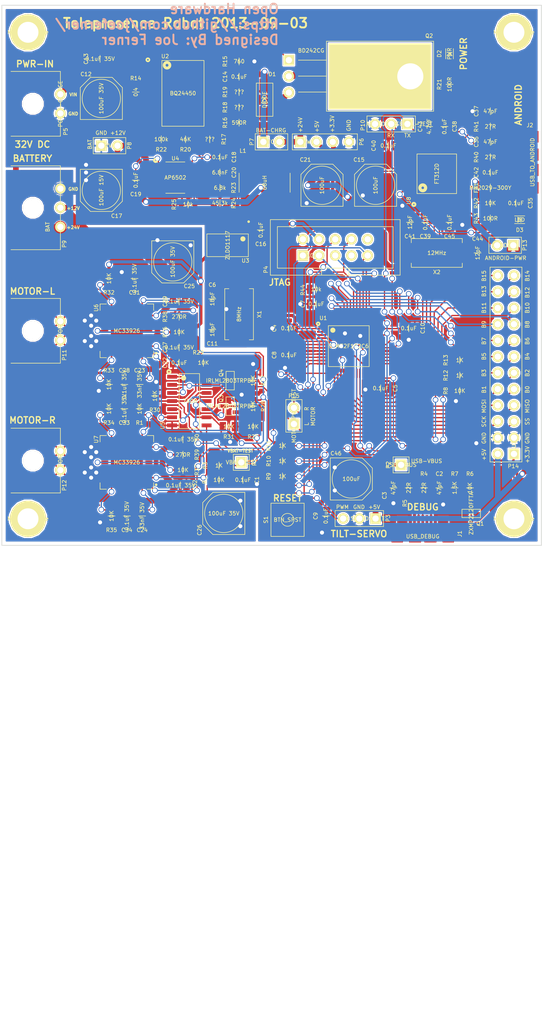
<source format=kicad_pcb>
(kicad_pcb (version 3) (host pcbnew "(2013-11-06 BZR 4444)-product")
  (layers (15 F.Cu signal) (0 B.Cu signal) (18 B.Paste user) (19 F.Paste user) (20 B.SilkS user) (21 F.SilkS user) (22 B.Mask user) (23 F.Mask user) (28 Edge.Cuts user))
  (net 0 "")
  (net 1 +12V)
  (net 2 +24V)
  (net 3 +3.3V)
  (net 4 +5V)
  (net 5 /AUX-PB0)
  (net 6 /AUX-PB1)
  (net 7 /AUX-PB10)
  (net 8 /AUX-PB11)
  (net 9 /AUX-PB12)
  (net 10 /AUX-PB13)
  (net 11 /AUX-PB14)
  (net 12 /AUX-PB15)
  (net 13 /AUX-PB2)
  (net 14 /AUX-PB3)
  (net 15 /AUX-PB4)
  (net 16 /AUX-PB5)
  (net 17 /AUX-PB6)
  (net 18 /AUX-PB7)
  (net 19 /AUX-PB8)
  (net 20 /AUX-PB9)
  (net 21 /AUX-SPI-MISO)
  (net 22 /AUX-SPI-MOSI)
  (net 23 /AUX-SPI-SCK)
  (net 24 /AUX-SPI-SS)
  (net 25 /Android/RX)
  (net 26 /Android/TX)
  (net 27 /Android/~CTS)
  (net 28 /Android/~RTS)
  (net 29 /JNTRST)
  (net 30 /JTCK)
  (net 31 /JTDI)
  (net 32 /JTDO)
  (net 33 /JTMS)
  (net 34 "/Motor Controllers/EN")
  (net 35 "/Motor Controllers/MOTOR-L-DIR")
  (net 36 "/Motor Controllers/MOTOR-L-OUT1")
  (net 37 "/Motor Controllers/MOTOR-L-OUT2")
  (net 38 "/Motor Controllers/MOTOR-L-PWM")
  (net 39 "/Motor Controllers/MOTOR-R-DIR")
  (net 40 "/Motor Controllers/MOTOR-R-OUT1")
  (net 41 "/Motor Controllers/MOTOR-R-OUT2")
  (net 42 "/Motor Controllers/MOTOR-R-PWM")
  (net 43 /Power/VIN+)
  (net 44 /SERVO-TILT-PWM)
  (net 45 /USB-DISCONNECT)
  (net 46 /VBAT-TEST)
  (net 47 /nRST)
  (net 48 GND)
  (net 49 "Net-(C11-Pad1)")
  (net 50 "Net-(C14-Pad1)")
  (net 51 "Net-(C18-Pad1)")
  (net 52 "Net-(C19-Pad1)")
  (net 53 "Net-(C19-Pad2)")
  (net 54 "Net-(C2-Pad1)")
  (net 55 "Net-(C20-Pad1)")
  (net 56 "Net-(C20-Pad2)")
  (net 57 "Net-(C23-Pad2)")
  (net 58 "Net-(C24-Pad2)")
  (net 59 "Net-(C3-Pad1)")
  (net 60 "Net-(C35-Pad1)")
  (net 61 "Net-(C36-Pad1)")
  (net 62 "Net-(C37-Pad1)")
  (net 63 "Net-(C41-Pad1)")
  (net 64 "Net-(C44-Pad1)")
  (net 65 "Net-(C45-Pad1)")
  (net 66 "Net-(C6-Pad1)")
  (net 67 "Net-(D1-Pad1)")
  (net 68 "Net-(D1-Pad2)")
  (net 69 "Net-(D2-Pad1)")
  (net 70 "Net-(D3-Pad1)")
  (net 71 "Net-(D3-Pad2)")
  (net 72 "Net-(FB1-Pad2)")
  (net 73 "Net-(J1-Pad1)")
  (net 74 "Net-(J1-Pad2)")
  (net 75 "Net-(J1-Pad3)")
  (net 76 "Net-(P4-Pad10)")
  (net 77 "Net-(P4-Pad7)")
  (net 78 "Net-(Q1-Pad2)")
  (net 79 "Net-(Q2-Pad2)")
  (net 80 "Net-(Q2-Pad3)")
  (net 81 "Net-(Q3-Pad3)")
  (net 82 "Net-(Q4-Pad3)")
  (net 83 "Net-(R15-Pad2)")
  (net 84 "Net-(R16-Pad1)")
  (net 85 "Net-(R17-Pad1)")
  (net 86 "Net-(R17-Pad2)")
  (net 87 "Net-(R18-Pad1)")
  (net 88 "Net-(R20-Pad1)")
  (net 89 "Net-(R22-Pad1)")
  (net 90 "Net-(R24-Pad1)")
  (net 91 "Net-(R32-Pad2)")
  (net 92 "Net-(R33-Pad1)")
  (net 93 "Net-(R34-Pad2)")
  (net 94 "Net-(R35-Pad1)")
  (net 95 "Net-(R36-Pad2)")
  (net 96 "Net-(R37-Pad2)")
  (net 97 "Net-(R38-Pad1)")
  (net 98 "Net-(R39-Pad1)")
  (net 99 "Net-(R40-Pad1)")
  (net 100 "Net-(R41-Pad1)")
  (net 101 "Net-(R42-Pad2)")
  (net 102 "Net-(R44-Pad1)")
  (net 103 "Net-(U1-Pad2)")
  (net 104 "Net-(U1-Pad3)")
  (net 105 "Net-(U1-Pad4)")
  (net 106 "Net-(U2-Pad1)")
  (net 107 "Net-(U2-Pad9)")
  (net 108 "Net-(U3-Pad4)")
  (net 109 "Net-(U5-Pad11)")
  (net 110 "Net-(U5-Pad3)")
  (net 111 "Net-(U5-Pad6)")
  (net 112 "Net-(U5-Pad8)")
  (net 113 "Net-(U6-Pad17)")
  (net 114 "Net-(U6-Pad25)")
  (net 115 "Net-(U6-Pad3)")
  (net 116 "Net-(U6-Pad7)")
  (net 117 "Net-(U6-Pad9)")
  (net 118 "Net-(U7-Pad17)")
  (net 119 "Net-(U7-Pad25)")
  (net 120 "Net-(U7-Pad3)")
  (net 121 "Net-(U7-Pad7)")
  (net 122 "Net-(U7-Pad9)")
  (net 123 "Net-(U8-Pad11)")
  (net 124 "Net-(U8-Pad12)")
  (net 125 "Net-(U8-Pad20)")
  (net 126 "Net-(U8-Pad21)")
  (net 127 "Net-(U8-Pad29)")
  (net 128 "Net-(U8-Pad30)")
  (net 129 "Net-(U8-Pad31)")
  (module EMPTY (layer F.Cu) (at 172.72 195.453)
    (fp_text reference BT1 hide)
    (fp_text value BATTERY hide)
  )
  (module EMPTY (layer F.Cu) (at 175.641 194.945)
    (fp_text reference BT2 hide)
    (fp_text value BATTERY hide)
  )
  (module CAPAE660X790N (layer F.Cu) (at 125.8 51 270)
    (fp_text reference C12 (at -3.8 2.4 360) (layer F.SilkS) (effects (font (size 0.6 0.6) (thickness 0.1))))
    (fp_text value "100uF 35V" (at 0 0 270) (layer F.SilkS) (effects (font (size 0.6 0.6) (thickness 0.1))))
    (pad 1 smd rect (at -2.6 0 270) (size 3.25 1.65) (layers F.Cu F.Paste F.Mask) (net 43 /Power/VIN+))
    (pad 2 smd rect (at 2.6 0 270) (size 3.25 1.65) (layers F.Cu F.Paste F.Mask) (net 48 GND))
  )
  (module CAPAE660X790N (layer F.Cu) (at 168.8 64.6 270)
    (fp_text reference C15 (at -4 2.6 360) (layer F.SilkS) (effects (font (size 0.6 0.6) (thickness 0.1))))
    (fp_text value 100uF (at 0 0 270) (layer F.SilkS) (effects (font (size 0.6 0.6) (thickness 0.1))))
    (pad 1 smd rect (at -2.6 0 270) (size 3.25 1.65) (layers F.Cu F.Paste F.Mask) (net 3 +3.3V))
    (pad 2 smd rect (at 2.6 0 270) (size 3.25 1.65) (layers F.Cu F.Paste F.Mask) (net 48 GND))
  )
  (module CAPAE660X790N (layer F.Cu) (at 125.8 65.4 90)
    (fp_text reference C17 (at -4 2.4 180) (layer F.SilkS) (effects (font (size 0.6 0.6) (thickness 0.1))))
    (fp_text value "100uF 15V" (at 0 0 90) (layer F.SilkS) (effects (font (size 0.6 0.6) (thickness 0.1))))
    (pad 1 smd rect (at -2.6 0 90) (size 3.25 1.65) (layers F.Cu F.Paste F.Mask) (net 1 +12V))
    (pad 2 smd rect (at 2.6 0 90) (size 3.25 1.65) (layers F.Cu F.Paste F.Mask) (net 48 GND))
  )
  (module CAPAE660X790N (layer F.Cu) (at 160.4 64.6 270)
    (fp_text reference C21 (at -4 2.6 360) (layer F.SilkS) (effects (font (size 0.6 0.6) (thickness 0.1))))
    (fp_text value 100uF (at 0 0 270) (layer F.SilkS) (effects (font (size 0.6 0.6) (thickness 0.1))))
    (pad 1 smd rect (at -2.6 0 270) (size 3.25 1.65) (layers F.Cu F.Paste F.Mask) (net 4 +5V))
    (pad 2 smd rect (at 2.6 0 270) (size 3.25 1.65) (layers F.Cu F.Paste F.Mask) (net 48 GND))
  )
  (module LEDC3216X100N (layer F.Cu) (at 180.4 44 90)
    (fp_text reference D2 (at 0 -1.6 90) (layer F.SilkS) (effects (font (size 0.6 0.6) (thickness 0.1))))
    (fp_text value PWR (at 0 0 90) (layer F.SilkS) (effects (font (size 0.6 0.6) (thickness 0.1))))
    (pad 1 smd rect (at -1.5 0 90) (size 1.05 1.75) (layers F.Cu F.Paste F.Mask) (net 69 "Net-(D2-Pad1)"))
    (pad 2 smd rect (at 1.5 0 90) (size 1.05 1.75) (layers F.Cu F.Paste F.Mask) (net 48 GND))
  )
  (module LEDC3216X100N (layer F.Cu) (at 191.4 70)
    (fp_text reference D3 (at 0 1.6) (layer F.SilkS) (effects (font (size 0.6 0.6) (thickness 0.1))))
    (fp_text value LED (at 0 0) (layer F.SilkS) (effects (font (size 0.6 0.6) (thickness 0.1))))
    (pad 1 smd rect (at -1.5 0) (size 1.05 1.75) (layers F.Cu F.Paste F.Mask) (net 70 "Net-(D3-Pad1)"))
    (pad 2 smd rect (at 1.5 0) (size 1.05 1.75) (layers F.Cu F.Paste F.Mask) (net 71 "Net-(D3-Pad2)"))
  )
  (module INDC2012X110N (layer F.Cu) (at 186.8 65 180)
    (fp_text reference FB1 (at 2.2 0 270) (layer F.SilkS) (effects (font (size 0.6 0.6) (thickness 0.1))))
    (fp_text value MH2029-300Y (at 0 0 180) (layer F.SilkS) (effects (font (size 0.6 0.6) (thickness 0.1))))
    (pad 1 smd rect (at -0.85 0 180) (size 1.2 1.45) (layers F.Cu F.Paste F.Mask) (net 60 "Net-(C35-Pad1)"))
    (pad 2 smd rect (at 0.85 0 180) (size 1.2 1.45) (layers F.Cu F.Paste F.Mask) (net 72 "Net-(FB1-Pad2)"))
  )
  (module JST_UB-MC5BR3-SD204-4S-NMP (layer F.Cu) (at 176.2 119.6)
    (fp_text reference J1 (at 5.8 -0.4 90) (layer F.SilkS) (effects (font (size 0.6 0.6) (thickness 0.1))))
    (fp_text value USB_DEBUG (at 0 0) (layer F.SilkS) (effects (font (size 0.6 0.6) (thickness 0.1))))
    (pad 1 smd rect (at -1.3 -2.675) (size 0.4 1.35) (layers F.Cu F.Paste F.Mask) (net 73 "Net-(J1-Pad1)"))
    (pad 2 smd rect (at -0.65 -2.675) (size 0.4 1.35) (layers F.Cu F.Paste F.Mask) (net 74 "Net-(J1-Pad2)"))
    (pad 3 smd rect (at 0 -2.675) (size 0.4 1.35) (layers F.Cu F.Paste F.Mask) (net 75 "Net-(J1-Pad3)"))
    (pad 4 smd rect (at 0.65 -2.675) (size 0.4 1.35) (layers F.Cu F.Paste F.Mask))
    (pad 5 smd rect (at 1.3 -2.675) (size 0.4 1.35) (layers F.Cu F.Paste F.Mask) (net 48 GND))
    (pad "" smd rect (at -3.2 -2.35) (size 1.6 1.4) (layers F.Cu F.Paste F.Mask))
    (pad "" smd rect (at 3.2 -2.35) (size 1.6 1.4) (layers F.Cu F.Paste F.Mask))
    (pad "" smd rect (at -4 0) (size 1.8 1.9) (layers F.Cu F.Paste F.Mask))
    (pad "" smd rect (at 4 0) (size 1.8 1.9) (layers F.Cu F.Paste F.Mask))
    (pad "" smd rect (at -1.2 0) (size 1.9 1.9) (layers F.Cu F.Paste F.Mask))
    (pad "" smd rect (at 1.2 0) (size 1.9 1.9) (layers F.Cu F.Paste F.Mask))
  )
  (module JST_UB-MC5BR3-SD204-4S-NMP (layer F.Cu) (at 193.4 61 90)
    (fp_text reference J2 (at 5.8 -0.4 180) (layer F.SilkS) (effects (font (size 0.6 0.6) (thickness 0.1))))
    (fp_text value USB_TO_ANDROID (at 0 0 90) (layer F.SilkS) (effects (font (size 0.6 0.6) (thickness 0.1))))
    (pad 1 smd rect (at -1.3 -2.675 90) (size 0.4 1.35) (layers F.Cu F.Paste F.Mask) (net 60 "Net-(C35-Pad1)"))
    (pad 2 smd rect (at -0.65 -2.675 90) (size 0.4 1.35) (layers F.Cu F.Paste F.Mask) (net 61 "Net-(C36-Pad1)"))
    (pad 3 smd rect (at 0 -2.675 90) (size 0.4 1.35) (layers F.Cu F.Paste F.Mask) (net 62 "Net-(C37-Pad1)"))
    (pad 4 smd rect (at 0.65 -2.675 90) (size 0.4 1.35) (layers F.Cu F.Paste F.Mask))
    (pad 5 smd rect (at 1.3 -2.675 90) (size 0.4 1.35) (layers F.Cu F.Paste F.Mask) (net 48 GND))
    (pad "" smd rect (at -3.2 -2.35 90) (size 1.6 1.4) (layers F.Cu F.Paste F.Mask))
    (pad "" smd rect (at 3.2 -2.35 90) (size 1.6 1.4) (layers F.Cu F.Paste F.Mask))
    (pad "" smd rect (at -4 0 90) (size 1.8 1.9) (layers F.Cu F.Paste F.Mask))
    (pad "" smd rect (at 4 0 90) (size 1.8 1.9) (layers F.Cu F.Paste F.Mask))
    (pad "" smd rect (at -1.2 0 90) (size 1.9 1.9) (layers F.Cu F.Paste F.Mask))
    (pad "" smd rect (at 1.2 0 90) (size 1.9 1.9) (layers F.Cu F.Paste F.Mask))
  )
  (module IND_ASPI-8040S-680M-T (layer F.Cu) (at 151.4 64.2 270)
    (fp_text reference L1 (at -5 3.4 360) (layer F.SilkS) (effects (font (size 0.6 0.6) (thickness 0.1))))
    (fp_text value 68uH (at 0 0 270) (layer F.SilkS) (effects (font (size 0.6 0.6) (thickness 0.1))))
    (pad 1 smd rect (at -3 0 270) (size 2.2 7.5) (layers F.Cu F.Paste F.Mask) (net 4 +5V))
    (pad 2 smd rect (at 3 0 270) (size 2.2 7.5) (layers F.Cu F.Paste F.Mask) (net 53 "Net-(C19-Pad2)"))
  )
  (module MTGNP565H328Z565P (layer F.Cu) (at 190.5 116.84)
    (fp_text reference M1 hide)
    (fp_text value "Mounting Hole" (at 0 0) (layer F.SilkS) (effects (font (size 0.6 0.6) (thickness 0.1))))
    (pad "" thru_hole circle (at 0 0) (size 5.65 5.65) (drill 3.2766) (layers *.Cu *.Mask F.SilkS))
  )
  (module MTGNP565H328Z565P (layer F.Cu) (at 114.3 40.64)
    (fp_text reference M2 hide)
    (fp_text value "Mounting Hole" (at 0 0) (layer F.SilkS) (effects (font (size 0.6 0.6) (thickness 0.1))))
    (pad "" thru_hole circle (at 0 0) (size 5.65 5.65) (drill 3.2766) (layers *.Cu *.Mask F.SilkS))
  )
  (module MTGNP565H328Z565P (layer F.Cu) (at 190.5 40.64)
    (fp_text reference M3 hide)
    (fp_text value "Mounting Hole" (at 0 0) (layer F.SilkS) (effects (font (size 0.6 0.6) (thickness 0.1))))
    (pad "" thru_hole circle (at 0 0) (size 5.65 5.65) (drill 3.2766) (layers *.Cu *.Mask F.SilkS))
  )
  (module MTGNP565H328Z565P (layer F.Cu) (at 114.3 116.84)
    (fp_text reference M4 hide)
    (fp_text value "Mounting Hole" (at 0 0) (layer F.SilkS) (effects (font (size 0.6 0.6) (thickness 0.1))))
    (pad "" thru_hole circle (at 0 0) (size 5.65 5.65) (drill 3.2766) (layers *.Cu *.Mask F.SilkS))
  )
  (module HDRV1W66P254_1X1_254X249X838P (layer F.Cu) (at 147.75 108)
    (fp_text reference P1 (at 2.05 0 90) (layer F.SilkS) (effects (font (size 0.6 0.6) (thickness 0.1))))
    (fp_text value VBAT-TEST (at 0 0) (layer F.SilkS) (effects (font (size 0.6 0.6) (thickness 0.1))))
    (pad 1 thru_hole rect (at 0 0) (size 1.65 1.65) (drill 1) (layers *.Cu *.Mask F.SilkS) (net 46 /VBAT-TEST))
  )
  (module HDRV1W66P254_1X1_254X249X838P (layer F.Cu) (at 172.8 108.4)
    (fp_text reference P2 (at -2 0 90) (layer F.SilkS) (effects (font (size 0.6 0.6) (thickness 0.1))))
    (fp_text value USB-VBUS (at 0 0) (layer F.SilkS) (effects (font (size 0.6 0.6) (thickness 0.1))))
    (pad 1 thru_hole rect (at 0 0) (size 1.65 1.65) (drill 1) (layers *.Cu *.Mask F.SilkS) (net 73 "Net-(J1-Pad1)"))
  )
  (module HDRV4W66P254_1X4_1016X249X838P (layer F.Cu) (at 157 57.8)
    (fp_text reference P6 (at 9.6 0 90) (layer F.SilkS) (effects (font (size 0.6 0.6) (thickness 0.1))))
    (fp_text value POWER (at 1.27 0) (layer F.SilkS) (effects (font (size 0.6 0.6) (thickness 0.1))))
    (pad 1 thru_hole rect (at 0 0) (size 1.65 1.65) (drill 1) (layers *.Cu *.Mask F.SilkS) (net 2 +24V))
    (pad 2 thru_hole circle (at 2.54 0) (size 1.65 1.65) (drill 1) (layers *.Cu *.Mask F.SilkS) (net 4 +5V))
    (pad 3 thru_hole circle (at 5.08 0) (size 1.65 1.65) (drill 1) (layers *.Cu *.Mask F.SilkS) (net 3 +3.3V))
    (pad 4 thru_hole circle (at 7.62 0) (size 1.65 1.65) (drill 1) (layers *.Cu *.Mask F.SilkS) (net 48 GND))
  )
  (module HDRV2W66P254_1X2_508X249X838P (layer F.Cu) (at 151.2 57.8)
    (fp_text reference P7 (at -1.8 0 90) (layer F.SilkS) (effects (font (size 0.6 0.6) (thickness 0.1))))
    (fp_text value BATCHG (at 1.27 0) (layer F.SilkS) (effects (font (size 0.6 0.6) (thickness 0.1))))
    (pad 1 thru_hole rect (at 0 0) (size 1.65 1.65) (drill 1) (layers *.Cu *.Mask F.SilkS) (net 68 "Net-(D1-Pad2)"))
    (pad 2 thru_hole circle (at 2.54 0) (size 1.65 1.65) (drill 1) (layers *.Cu *.Mask F.SilkS) (net 2 +24V))
  )
  (module HDRV2W66P254_1X2_508X249X838P (layer F.Cu) (at 125.8 58.4)
    (fp_text reference P8 (at 4.4 0 90) (layer F.SilkS) (effects (font (size 0.6 0.6) (thickness 0.1))))
    (fp_text value 12VIN (at 1.27 0) (layer F.SilkS) (effects (font (size 0.6 0.6) (thickness 0.1))))
    (pad 1 thru_hole rect (at 0 0) (size 1.65 1.65) (drill 1) (layers *.Cu *.Mask F.SilkS) (net 48 GND))
    (pad 2 thru_hole circle (at 2.54 0) (size 1.65 1.65) (drill 1) (layers *.Cu *.Mask F.SilkS) (net 1 +12V))
  )
  (module HDRV2W66P254_1X2_508X249X838P (layer F.Cu) (at 190.4 74 180)
    (fp_text reference P13 (at -1.8 0 270) (layer F.SilkS) (effects (font (size 0.6 0.6) (thickness 0.1))))
    (fp_text value AND5V (at 1.27 0 180) (layer F.SilkS) (effects (font (size 0.6 0.6) (thickness 0.1))))
    (pad 1 thru_hole rect (at 0 0 180) (size 1.65 1.65) (drill 1) (layers *.Cu *.Mask F.SilkS) (net 4 +5V))
    (pad 2 thru_hole circle (at 2.54 0 180) (size 1.65 1.65) (drill 1) (layers *.Cu *.Mask F.SilkS) (net 72 "Net-(FB1-Pad2)"))
  )
  (module HDRV24W66P254_2X12_3048X503X838P (layer F.Cu) (at 190.5 106.68 90)
    (fp_text reference P14 (at -1.92 -0.1 180) (layer F.SilkS) (effects (font (size 0.6 0.6) (thickness 0.1))))
    (fp_text value AUX (at 1.27 0 90) (layer F.SilkS) (effects (font (size 0.6 0.6) (thickness 0.1))))
    (pad 1 thru_hole rect (at 0 0 90) (size 1.65 1.65) (drill 1) (layers *.Cu *.Mask F.SilkS) (net 3 +3.3V))
    (pad 2 thru_hole circle (at 0 -2.54 90) (size 1.65 1.65) (drill 1) (layers *.Cu *.Mask F.SilkS) (net 4 +5V))
    (pad 3 thru_hole circle (at 2.54 0 90) (size 1.65 1.65) (drill 1) (layers *.Cu *.Mask F.SilkS) (net 48 GND))
    (pad 4 thru_hole circle (at 2.54 -2.54 90) (size 1.65 1.65) (drill 1) (layers *.Cu *.Mask F.SilkS) (net 48 GND))
    (pad 5 thru_hole circle (at 5.08 0 90) (size 1.65 1.65) (drill 1) (layers *.Cu *.Mask F.SilkS) (net 24 /AUX-SPI-SS))
    (pad 6 thru_hole circle (at 5.08 -2.54 90) (size 1.65 1.65) (drill 1) (layers *.Cu *.Mask F.SilkS) (net 23 /AUX-SPI-SCK))
    (pad 7 thru_hole circle (at 7.62 0 90) (size 1.65 1.65) (drill 1) (layers *.Cu *.Mask F.SilkS) (net 21 /AUX-SPI-MISO))
    (pad 8 thru_hole circle (at 7.62 -2.54 90) (size 1.65 1.65) (drill 1) (layers *.Cu *.Mask F.SilkS) (net 22 /AUX-SPI-MOSI))
    (pad 9 thru_hole circle (at 10.16 0 90) (size 1.65 1.65) (drill 1) (layers *.Cu *.Mask F.SilkS) (net 5 /AUX-PB0))
    (pad 10 thru_hole circle (at 10.16 -2.54 90) (size 1.65 1.65) (drill 1) (layers *.Cu *.Mask F.SilkS) (net 6 /AUX-PB1))
    (pad 11 thru_hole circle (at 12.7 0 90) (size 1.65 1.65) (drill 1) (layers *.Cu *.Mask F.SilkS) (net 13 /AUX-PB2))
    (pad 12 thru_hole circle (at 12.7 -2.54 90) (size 1.65 1.65) (drill 1) (layers *.Cu *.Mask F.SilkS) (net 14 /AUX-PB3))
    (pad 13 thru_hole circle (at 15.24 0 90) (size 1.65 1.65) (drill 1) (layers *.Cu *.Mask F.SilkS) (net 15 /AUX-PB4))
    (pad 14 thru_hole circle (at 15.24 -2.54 90) (size 1.65 1.65) (drill 1) (layers *.Cu *.Mask F.SilkS) (net 16 /AUX-PB5))
    (pad 15 thru_hole circle (at 17.78 0 90) (size 1.65 1.65) (drill 1) (layers *.Cu *.Mask F.SilkS) (net 17 /AUX-PB6))
    (pad 16 thru_hole circle (at 17.78 -2.54 90) (size 1.65 1.65) (drill 1) (layers *.Cu *.Mask F.SilkS) (net 18 /AUX-PB7))
    (pad 17 thru_hole circle (at 20.32 0 90) (size 1.65 1.65) (drill 1) (layers *.Cu *.Mask F.SilkS) (net 19 /AUX-PB8))
    (pad 18 thru_hole circle (at 20.32 -2.54 90) (size 1.65 1.65) (drill 1) (layers *.Cu *.Mask F.SilkS) (net 20 /AUX-PB9))
    (pad 19 thru_hole circle (at 22.86 0 90) (size 1.65 1.65) (drill 1) (layers *.Cu *.Mask F.SilkS) (net 7 /AUX-PB10))
    (pad 20 thru_hole circle (at 22.86 -2.54 90) (size 1.65 1.65) (drill 1) (layers *.Cu *.Mask F.SilkS) (net 8 /AUX-PB11))
    (pad 21 thru_hole circle (at 25.4 0 90) (size 1.65 1.65) (drill 1) (layers *.Cu *.Mask F.SilkS) (net 9 /AUX-PB12))
    (pad 22 thru_hole circle (at 25.4 -2.54 90) (size 1.65 1.65) (drill 1) (layers *.Cu *.Mask F.SilkS) (net 10 /AUX-PB13))
    (pad 23 thru_hole circle (at 27.94 0 90) (size 1.65 1.65) (drill 1) (layers *.Cu *.Mask F.SilkS) (net 11 /AUX-PB14))
    (pad 24 thru_hole circle (at 27.94 -2.54 90) (size 1.65 1.65) (drill 1) (layers *.Cu *.Mask F.SilkS) (net 12 /AUX-PB15))
  )
  (module SOT95P237X112_123-3N (layer F.Cu) (at 183.8 116 270)
    (fp_text reference Q1 (at 1.6 -1.4 360) (layer F.SilkS) (effects (font (size 0.6 0.6) (thickness 0.1))))
    (fp_text value ZXMP2120FFTA (at 0 0 270) (layer F.SilkS) (effects (font (size 0.6 0.6) (thickness 0.1))))
    (pad 1 smd rect (at -1.05 -0.95 270) (size 1.3 0.6) (layers F.Cu F.Paste F.Mask) (net 45 /USB-DISCONNECT))
    (pad 2 smd rect (at -1.05 0.95 270) (size 1.3 0.6) (layers F.Cu F.Paste F.Mask) (net 78 "Net-(Q1-Pad2)"))
    (pad 3 smd rect (at 1.05 0 270) (size 1.3 0.6) (layers F.Cu F.Paste F.Mask) (net 3 +3.3V))
  )
  (module SOT95P237X112_123-3N (layer F.Cu) (at 146 99.2 180)
    (fp_text reference Q3 (at 1.4 1.2 270) (layer F.SilkS) (effects (font (size 0.6 0.6) (thickness 0.1))))
    (fp_text value IRLML2803TRPBF (at 0 0 180) (layer F.SilkS) (effects (font (size 0.6 0.6) (thickness 0.1))))
    (pad 1 smd rect (at -1.05 -0.95 180) (size 1.3 0.6) (layers F.Cu F.Paste F.Mask) (net 35 "/Motor Controllers/MOTOR-L-DIR"))
    (pad 2 smd rect (at -1.05 0.95 180) (size 1.3 0.6) (layers F.Cu F.Paste F.Mask) (net 48 GND))
    (pad 3 smd rect (at 1.05 0 180) (size 1.3 0.6) (layers F.Cu F.Paste F.Mask) (net 81 "Net-(Q3-Pad3)"))
  )
  (module SOT95P237X112_123-3N (layer F.Cu) (at 146 95.2 180)
    (fp_text reference Q4 (at 1.4 1.2 270) (layer F.SilkS) (effects (font (size 0.6 0.6) (thickness 0.1))))
    (fp_text value IRLML2803TRPBF (at 0 0 180) (layer F.SilkS) (effects (font (size 0.6 0.6) (thickness 0.1))))
    (pad 1 smd rect (at -1.05 -0.95 180) (size 1.3 0.6) (layers F.Cu F.Paste F.Mask) (net 39 "/Motor Controllers/MOTOR-R-DIR"))
    (pad 2 smd rect (at -1.05 0.95 180) (size 1.3 0.6) (layers F.Cu F.Paste F.Mask) (net 48 GND))
    (pad 3 smd rect (at 1.05 0 180) (size 1.3 0.6) (layers F.Cu F.Paste F.Mask) (net 82 "Net-(Q4-Pad3)"))
  )
  (module RESC2012X100N (layer F.Cu) (at 131.8 99.6 90)
    (fp_text reference R1 (at -2.2 0 180) (layer F.SilkS) (effects (font (size 0.6 0.6) (thickness 0.1))))
    (fp_text value 10K (at 0 0 90) (layer F.SilkS) (effects (font (size 0.6 0.6) (thickness 0.1))))
    (pad 1 smd rect (at -0.95 0 90) (size 1 1.45) (layers F.Cu F.Paste F.Mask) (net 34 "/Motor Controllers/EN"))
    (pad 2 smd rect (at 0.95 0 90) (size 1 1.45) (layers F.Cu F.Paste F.Mask) (net 48 GND))
  )
  (module RESC2012X100N (layer F.Cu) (at 144.25 110.75)
    (fp_text reference R2 (at -2.25 0.05 90) (layer F.SilkS) (effects (font (size 0.6 0.6) (thickness 0.1))))
    (fp_text value 10K (at 0 0) (layer F.SilkS) (effects (font (size 0.6 0.6) (thickness 0.1))))
    (pad 1 smd rect (at -0.95 0) (size 1 1.45) (layers F.Cu F.Paste F.Mask) (net 2 +24V))
    (pad 2 smd rect (at 0.95 0) (size 1 1.45) (layers F.Cu F.Paste F.Mask) (net 46 /VBAT-TEST))
  )
  (module RESC2012X100N (layer F.Cu) (at 144.25 108.5 180)
    (fp_text reference R3 (at 2.159 0 270) (layer F.SilkS) (effects (font (size 0.6 0.6) (thickness 0.1))))
    (fp_text value 1K (at 0 0 180) (layer F.SilkS) (effects (font (size 0.6 0.6) (thickness 0.1))))
    (pad 1 smd rect (at -0.95 0 180) (size 1 1.45) (layers F.Cu F.Paste F.Mask) (net 46 /VBAT-TEST))
    (pad 2 smd rect (at 0.95 0 180) (size 1 1.45) (layers F.Cu F.Paste F.Mask) (net 48 GND))
  )
  (module RESC2012X100N (layer F.Cu) (at 176.4 112 270)
    (fp_text reference R4 (at -2.2 0 360) (layer F.SilkS) (effects (font (size 0.6 0.6) (thickness 0.1))))
    (fp_text value 22R (at 0 0 270) (layer F.SilkS) (effects (font (size 0.6 0.6) (thickness 0.1))))
    (pad 1 smd rect (at -0.95 0 270) (size 1 1.45) (layers F.Cu F.Paste F.Mask) (net 54 "Net-(C2-Pad1)"))
    (pad 2 smd rect (at 0.95 0 270) (size 1 1.45) (layers F.Cu F.Paste F.Mask) (net 75 "Net-(J1-Pad3)"))
  )
  (module RESC2012X100N (layer F.Cu) (at 174 112 270)
    (fp_text reference R5 (at 2.4 0.6 450) (layer F.SilkS) (effects (font (size 0.6 0.6) (thickness 0.1))))
    (fp_text value 22R (at 0 0 270) (layer F.SilkS) (effects (font (size 0.6 0.6) (thickness 0.1))))
    (pad 1 smd rect (at -0.95 0 270) (size 1 1.45) (layers F.Cu F.Paste F.Mask) (net 59 "Net-(C3-Pad1)"))
    (pad 2 smd rect (at 0.95 0 270) (size 1 1.45) (layers F.Cu F.Paste F.Mask) (net 74 "Net-(J1-Pad2)"))
  )
  (module RESC2012X100N (layer F.Cu) (at 183.6 112 90)
    (fp_text reference R6 (at 2.2 0 180) (layer F.SilkS) (effects (font (size 0.6 0.6) (thickness 0.1))))
    (fp_text value 10K (at 0 0 90) (layer F.SilkS) (effects (font (size 0.6 0.6) (thickness 0.1))))
    (pad 1 smd rect (at -0.95 0 90) (size 1 1.45) (layers F.Cu F.Paste F.Mask) (net 3 +3.3V))
    (pad 2 smd rect (at 0.95 0 90) (size 1 1.45) (layers F.Cu F.Paste F.Mask) (net 45 /USB-DISCONNECT))
  )
  (module RESC2012X100N (layer F.Cu) (at 181.2 112 90)
    (fp_text reference R7 (at 2.2 0 180) (layer F.SilkS) (effects (font (size 0.6 0.6) (thickness 0.1))))
    (fp_text value 1.5K (at 0 0 90) (layer F.SilkS) (effects (font (size 0.6 0.6) (thickness 0.1))))
    (pad 1 smd rect (at -0.95 0 90) (size 1 1.45) (layers F.Cu F.Paste F.Mask) (net 78 "Net-(Q1-Pad2)"))
    (pad 2 smd rect (at 0.95 0 90) (size 1 1.45) (layers F.Cu F.Paste F.Mask) (net 54 "Net-(C2-Pad1)"))
  )
  (module RESC2012X100N (layer F.Cu) (at 182 96.8 180)
    (fp_text reference R8 (at 2.2 0 270) (layer F.SilkS) (effects (font (size 0.6 0.6) (thickness 0.1))))
    (fp_text value 10K (at 0 0 180) (layer F.SilkS) (effects (font (size 0.6 0.6) (thickness 0.1))))
    (pad 1 smd rect (at -0.95 0 180) (size 1 1.45) (layers F.Cu F.Paste F.Mask) (net 13 /AUX-PB2))
    (pad 2 smd rect (at 0.95 0 180) (size 1 1.45) (layers F.Cu F.Paste F.Mask) (net 48 GND))
  )
  (module RESC2012X100N (layer F.Cu) (at 154.2 110.2 180)
    (fp_text reference R9 (at 2.159 0 270) (layer F.SilkS) (effects (font (size 0.6 0.6) (thickness 0.1))))
    (fp_text value 1K (at 0 0 180) (layer F.SilkS) (effects (font (size 0.6 0.6) (thickness 0.1))))
    (pad 1 smd rect (at -0.95 0 180) (size 1 1.45) (layers F.Cu F.Paste F.Mask) (net 33 /JTMS))
    (pad 2 smd rect (at 0.95 0 180) (size 1 1.45) (layers F.Cu F.Paste F.Mask) (net 34 "/Motor Controllers/EN"))
  )
  (module RESC2012X100N (layer F.Cu) (at 154.2 107.8 180)
    (fp_text reference R10 (at 2.159 0 270) (layer F.SilkS) (effects (font (size 0.6 0.6) (thickness 0.1))))
    (fp_text value 1K (at 0 0 180) (layer F.SilkS) (effects (font (size 0.6 0.6) (thickness 0.1))))
    (pad 1 smd rect (at -0.95 0 180) (size 1 1.45) (layers F.Cu F.Paste F.Mask) (net 30 /JTCK))
    (pad 2 smd rect (at 0.95 0 180) (size 1 1.45) (layers F.Cu F.Paste F.Mask) (net 35 "/Motor Controllers/MOTOR-L-DIR"))
  )
  (module RESC2012X100N (layer F.Cu) (at 154.2 105.4 180)
    (fp_text reference R11 (at 2.159 0 270) (layer F.SilkS) (effects (font (size 0.6 0.6) (thickness 0.1))))
    (fp_text value 1K (at 0 0 180) (layer F.SilkS) (effects (font (size 0.6 0.6) (thickness 0.1))))
    (pad 1 smd rect (at -0.95 0 180) (size 1 1.45) (layers F.Cu F.Paste F.Mask) (net 31 /JTDI))
    (pad 2 smd rect (at 0.95 0 180) (size 1 1.45) (layers F.Cu F.Paste F.Mask) (net 39 "/Motor Controllers/MOTOR-R-DIR"))
  )
  (module RESC2012X100N (layer F.Cu) (at 182 94.4)
    (fp_text reference R12 (at -2.2 0 90) (layer F.SilkS) (effects (font (size 0.6 0.6) (thickness 0.1))))
    (fp_text value 1K (at 0 0) (layer F.SilkS) (effects (font (size 0.6 0.6) (thickness 0.1))))
    (pad 1 smd rect (at -0.95 0) (size 1 1.45) (layers F.Cu F.Paste F.Mask) (net 32 /JTDO))
    (pad 2 smd rect (at 0.95 0) (size 1 1.45) (layers F.Cu F.Paste F.Mask) (net 14 /AUX-PB3))
  )
  (module RESC2012X100N (layer F.Cu) (at 182 92)
    (fp_text reference R13 (at -2.2 0 90) (layer F.SilkS) (effects (font (size 0.6 0.6) (thickness 0.1))))
    (fp_text value 1K (at 0 0) (layer F.SilkS) (effects (font (size 0.6 0.6) (thickness 0.1))))
    (pad 1 smd rect (at -0.95 0) (size 1 1.45) (layers F.Cu F.Paste F.Mask) (net 29 /JNTRST))
    (pad 2 smd rect (at 0.95 0) (size 1 1.45) (layers F.Cu F.Paste F.Mask) (net 15 /AUX-PB4))
  )
  (module RESC2012X100N (layer F.Cu) (at 131.2 50 90)
    (fp_text reference R14 (at 2.159 0 180) (layer F.SilkS) (effects (font (size 0.6 0.6) (thickness 0.1))))
    (fp_text value 0.4 (at 0 0 90) (layer F.SilkS) (effects (font (size 0.6 0.6) (thickness 0.1))))
    (pad 1 smd rect (at -0.95 0 90) (size 1 1.45) (layers F.Cu F.Paste F.Mask) (net 43 /Power/VIN+))
    (pad 2 smd rect (at 0.95 0 90) (size 1 1.45) (layers F.Cu F.Paste F.Mask) (net 80 "Net-(Q2-Pad3)"))
  )
  (module RESC2012X100N (layer F.Cu) (at 147.4 45.2 180)
    (fp_text reference R15 (at 2.2 0 270) (layer F.SilkS) (effects (font (size 0.6 0.6) (thickness 0.1))))
    (fp_text value 760 (at 0 0 180) (layer F.SilkS) (effects (font (size 0.6 0.6) (thickness 0.1))))
    (pad 1 smd rect (at -0.95 0 180) (size 1 1.45) (layers F.Cu F.Paste F.Mask) (net 48 GND))
    (pad 2 smd rect (at 0.95 0 180) (size 1 1.45) (layers F.Cu F.Paste F.Mask) (net 83 "Net-(R15-Pad2)"))
  )
  (module RESC2012X100N (layer F.Cu) (at 147.4 54.8)
    (fp_text reference R16 (at -2.2 0 90) (layer F.SilkS) (effects (font (size 0.6 0.6) (thickness 0.1))))
    (fp_text value 590R (at 0 0) (layer F.SilkS) (effects (font (size 0.6 0.6) (thickness 0.1))))
    (pad 1 smd rect (at -0.95 0) (size 1 1.45) (layers F.Cu F.Paste F.Mask) (net 84 "Net-(R16-Pad1)"))
    (pad 2 smd rect (at 0.95 0) (size 1 1.45) (layers F.Cu F.Paste F.Mask) (net 67 "Net-(D1-Pad1)"))
  )
  (module RESC2012X100N (layer F.Cu) (at 142.8 57.4)
    (fp_text reference R17 (at 2.2 0 270) (layer F.SilkS) (effects (font (size 0.6 0.6) (thickness 0.1))))
    (fp_text value ??? (at 0 0) (layer F.SilkS) (effects (font (size 0.6 0.6) (thickness 0.1))))
    (pad 1 smd rect (at -0.95 0) (size 1 1.45) (layers F.Cu F.Paste F.Mask) (net 85 "Net-(R17-Pad1)"))
    (pad 2 smd rect (at 0.95 0) (size 1 1.45) (layers F.Cu F.Paste F.Mask) (net 86 "Net-(R17-Pad2)"))
  )
  (module RESC2012X100N (layer F.Cu) (at 147.4 52.4)
    (fp_text reference R18 (at -2.2 0 90) (layer F.SilkS) (effects (font (size 0.6 0.6) (thickness 0.1))))
    (fp_text value ??? (at 0 0) (layer F.SilkS) (effects (font (size 0.6 0.6) (thickness 0.1))))
    (pad 1 smd rect (at -0.95 0) (size 1 1.45) (layers F.Cu F.Paste F.Mask) (net 87 "Net-(R18-Pad1)"))
    (pad 2 smd rect (at 0.95 0) (size 1 1.45) (layers F.Cu F.Paste F.Mask) (net 68 "Net-(D1-Pad2)"))
  )
  (module RESC2012X100N (layer F.Cu) (at 147.4 50)
    (fp_text reference R19 (at -2.2 0 90) (layer F.SilkS) (effects (font (size 0.6 0.6) (thickness 0.1))))
    (fp_text value ??? (at 0 0) (layer F.SilkS) (effects (font (size 0.6 0.6) (thickness 0.1))))
    (pad 1 smd rect (at -0.95 0) (size 1 1.45) (layers F.Cu F.Paste F.Mask) (net 85 "Net-(R17-Pad1)"))
    (pad 2 smd rect (at 0.95 0) (size 1 1.45) (layers F.Cu F.Paste F.Mask) (net 87 "Net-(R18-Pad1)"))
  )
  (module RESC2012X100N (layer F.Cu) (at 139 57.4)
    (fp_text reference R20 (at 0 1.6 180) (layer F.SilkS) (effects (font (size 0.6 0.6) (thickness 0.1))))
    (fp_text value 46K (at 0 0) (layer F.SilkS) (effects (font (size 0.6 0.6) (thickness 0.1))))
    (pad 1 smd rect (at -0.95 0) (size 1 1.45) (layers F.Cu F.Paste F.Mask) (net 88 "Net-(R20-Pad1)"))
    (pad 2 smd rect (at 0.95 0) (size 1 1.45) (layers F.Cu F.Paste F.Mask) (net 85 "Net-(R17-Pad1)"))
  )
  (module RESC2012X100N (layer F.Cu) (at 180.4 48.8 90)
    (fp_text reference R21 (at 0 -1.6 270) (layer F.SilkS) (effects (font (size 0.6 0.6) (thickness 0.1))))
    (fp_text value 100R (at 0 0 90) (layer F.SilkS) (effects (font (size 0.6 0.6) (thickness 0.1))))
    (pad 1 smd rect (at -0.95 0 90) (size 1 1.45) (layers F.Cu F.Paste F.Mask) (net 3 +3.3V))
    (pad 2 smd rect (at 0.95 0 90) (size 1 1.45) (layers F.Cu F.Paste F.Mask) (net 69 "Net-(D2-Pad1)"))
  )
  (module RESC2012X100N (layer F.Cu) (at 135.2 57.4 180)
    (fp_text reference R22 (at 0 -1.6 360) (layer F.SilkS) (effects (font (size 0.6 0.6) (thickness 0.1))))
    (fp_text value 100k (at 0 0 180) (layer F.SilkS) (effects (font (size 0.6 0.6) (thickness 0.1))))
    (pad 1 smd rect (at -0.95 0 180) (size 1 1.45) (layers F.Cu F.Paste F.Mask) (net 89 "Net-(R22-Pad1)"))
    (pad 2 smd rect (at 0.95 0 180) (size 1 1.45) (layers F.Cu F.Paste F.Mask) (net 1 +12V))
  )
  (module RESC2012X100N (layer F.Cu) (at 144.4 65)
    (fp_text reference R23 (at 2.159 0 90) (layer F.SilkS) (effects (font (size 0.6 0.6) (thickness 0.1))))
    (fp_text value 6.8k (at 0 0) (layer F.SilkS) (effects (font (size 0.6 0.6) (thickness 0.1))))
    (pad 1 smd rect (at -0.95 0) (size 1 1.45) (layers F.Cu F.Paste F.Mask) (net 48 GND))
    (pad 2 smd rect (at 0.95 0) (size 1 1.45) (layers F.Cu F.Paste F.Mask) (net 56 "Net-(C20-Pad2)"))
  )
  (module RESC2012X100N (layer F.Cu) (at 144.4 67.4)
    (fp_text reference R24 (at 2.159 0 90) (layer F.SilkS) (effects (font (size 0.6 0.6) (thickness 0.1))))
    (fp_text value 45.3k (at 0 0) (layer F.SilkS) (effects (font (size 0.6 0.6) (thickness 0.1))))
    (pad 1 smd rect (at -0.95 0) (size 1 1.45) (layers F.Cu F.Paste F.Mask) (net 90 "Net-(R24-Pad1)"))
    (pad 2 smd rect (at 0.95 0) (size 1 1.45) (layers F.Cu F.Paste F.Mask) (net 4 +5V))
  )
  (module RESC2012X100N (layer F.Cu) (at 139.4 67.6)
    (fp_text reference R25 (at -2.2 0 90) (layer F.SilkS) (effects (font (size 0.6 0.6) (thickness 0.1))))
    (fp_text value 10k (at 0 0) (layer F.SilkS) (effects (font (size 0.6 0.6) (thickness 0.1))))
    (pad 1 smd rect (at -0.95 0) (size 1 1.45) (layers F.Cu F.Paste F.Mask) (net 48 GND))
    (pad 2 smd rect (at 0.95 0) (size 1 1.45) (layers F.Cu F.Paste F.Mask) (net 90 "Net-(R24-Pad1)"))
  )
  (module RESC2012X100N (layer F.Cu) (at 149.6 102.4 180)
    (fp_text reference R26 (at 0 -1.6 360) (layer F.SilkS) (effects (font (size 0.6 0.6) (thickness 0.1))))
    (fp_text value 10K (at 0 0 180) (layer F.SilkS) (effects (font (size 0.6 0.6) (thickness 0.1))))
    (pad 1 smd rect (at -0.95 0 180) (size 1 1.45) (layers F.Cu F.Paste F.Mask) (net 35 "/Motor Controllers/MOTOR-L-DIR"))
    (pad 2 smd rect (at 0.95 0 180) (size 1 1.45) (layers F.Cu F.Paste F.Mask) (net 48 GND))
  )
  (module RESC2012X100N (layer F.Cu) (at 149.6 95.2 90)
    (fp_text reference R27 (at 0 1.6 270) (layer F.SilkS) (effects (font (size 0.6 0.6) (thickness 0.1))))
    (fp_text value 10K (at 0 0 90) (layer F.SilkS) (effects (font (size 0.6 0.6) (thickness 0.1))))
    (pad 1 smd rect (at -0.95 0 90) (size 1 1.45) (layers F.Cu F.Paste F.Mask) (net 39 "/Motor Controllers/MOTOR-R-DIR"))
    (pad 2 smd rect (at 0.95 0 90) (size 1 1.45) (layers F.Cu F.Paste F.Mask) (net 48 GND))
  )
  (module RESC2012X100N (layer F.Cu) (at 149.6 99.2 270)
    (fp_text reference R28 (at 0 -1.6 450) (layer F.SilkS) (effects (font (size 0.6 0.6) (thickness 0.1))))
    (fp_text value 10K (at 0 0 270) (layer F.SilkS) (effects (font (size 0.6 0.6) (thickness 0.1))))
    (pad 1 smd rect (at -0.95 0 270) (size 1 1.45) (layers F.Cu F.Paste F.Mask) (net 3 +3.3V))
    (pad 2 smd rect (at 0.95 0 270) (size 1 1.45) (layers F.Cu F.Paste F.Mask) (net 81 "Net-(Q3-Pad3)"))
  )
  (module RESC2012X100N (layer F.Cu) (at 141.8 92.4)
    (fp_text reference R29 (at -0.8 -1.6 180) (layer F.SilkS) (effects (font (size 0.6 0.6) (thickness 0.1))))
    (fp_text value 10K (at 0 0) (layer F.SilkS) (effects (font (size 0.6 0.6) (thickness 0.1))))
    (pad 1 smd rect (at -0.95 0) (size 1 1.45) (layers F.Cu F.Paste F.Mask) (net 3 +3.3V))
    (pad 2 smd rect (at 0.95 0) (size 1 1.45) (layers F.Cu F.Paste F.Mask) (net 82 "Net-(Q4-Pad3)"))
  )
  (module RESC2012X100N (layer F.Cu) (at 134.2 97.6 90)
    (fp_text reference R30 (at -2.2 0 180) (layer F.SilkS) (effects (font (size 0.6 0.6) (thickness 0.1))))
    (fp_text value 10K (at 0 0 90) (layer F.SilkS) (effects (font (size 0.6 0.6) (thickness 0.1))))
    (pad 1 smd rect (at -0.95 0 90) (size 1 1.45) (layers F.Cu F.Paste F.Mask) (net 38 "/Motor Controllers/MOTOR-L-PWM"))
    (pad 2 smd rect (at 0.95 0 90) (size 1 1.45) (layers F.Cu F.Paste F.Mask) (net 48 GND))
  )
  (module RESC2012X100N (layer F.Cu) (at 145.8 102.4)
    (fp_text reference R31 (at 0 1.6 180) (layer F.SilkS) (effects (font (size 0.6 0.6) (thickness 0.1))))
    (fp_text value 10K (at 0 0) (layer F.SilkS) (effects (font (size 0.6 0.6) (thickness 0.1))))
    (pad 1 smd rect (at -0.95 0) (size 1 1.45) (layers F.Cu F.Paste F.Mask) (net 42 "/Motor Controllers/MOTOR-R-PWM"))
    (pad 2 smd rect (at 0.95 0) (size 1 1.45) (layers F.Cu F.Paste F.Mask) (net 48 GND))
  )
  (module RESC2012X100N (layer F.Cu) (at 127 79.2 270)
    (fp_text reference R32 (at 2.2 0 360) (layer F.SilkS) (effects (font (size 0.6 0.6) (thickness 0.1))))
    (fp_text value 10K (at 0 0 270) (layer F.SilkS) (effects (font (size 0.6 0.6) (thickness 0.1))))
    (pad 1 smd rect (at -0.95 0 270) (size 1 1.45) (layers F.Cu F.Paste F.Mask) (net 3 +3.3V))
    (pad 2 smd rect (at 0.95 0 270) (size 1 1.45) (layers F.Cu F.Paste F.Mask) (net 91 "Net-(R32-Pad2)"))
  )
  (module RESC2012X100N (layer F.Cu) (at 127 95.8 270)
    (fp_text reference R33 (at -2.2 0 360) (layer F.SilkS) (effects (font (size 0.6 0.6) (thickness 0.1))))
    (fp_text value 10K (at 0 0 270) (layer F.SilkS) (effects (font (size 0.6 0.6) (thickness 0.1))))
    (pad 1 smd rect (at -0.95 0 270) (size 1 1.45) (layers F.Cu F.Paste F.Mask) (net 92 "Net-(R33-Pad1)"))
    (pad 2 smd rect (at 0.95 0 270) (size 1 1.45) (layers F.Cu F.Paste F.Mask) (net 48 GND))
  )
  (module RESC2012X100N (layer F.Cu) (at 127 99.6 270)
    (fp_text reference R34 (at 2.2 0 360) (layer F.SilkS) (effects (font (size 0.6 0.6) (thickness 0.1))))
    (fp_text value 10K (at 0 0 270) (layer F.SilkS) (effects (font (size 0.6 0.6) (thickness 0.1))))
    (pad 1 smd rect (at -0.95 0 270) (size 1 1.45) (layers F.Cu F.Paste F.Mask) (net 3 +3.3V))
    (pad 2 smd rect (at 0.95 0 270) (size 1 1.45) (layers F.Cu F.Paste F.Mask) (net 93 "Net-(R34-Pad2)"))
  )
  (module RESC2012X100N (layer F.Cu) (at 127.4 116.4 270)
    (fp_text reference R35 (at 2.2 0 360) (layer F.SilkS) (effects (font (size 0.6 0.6) (thickness 0.1))))
    (fp_text value 10K (at 0 0 270) (layer F.SilkS) (effects (font (size 0.6 0.6) (thickness 0.1))))
    (pad 1 smd rect (at -0.95 0 270) (size 1 1.45) (layers F.Cu F.Paste F.Mask) (net 94 "Net-(R35-Pad1)"))
    (pad 2 smd rect (at 0.95 0 270) (size 1 1.45) (layers F.Cu F.Paste F.Mask) (net 48 GND))
  )
  (module RESC2012X100N (layer F.Cu) (at 138 87.6 180)
    (fp_text reference R36 (at 2.2 0 270) (layer F.SilkS) (effects (font (size 0.6 0.6) (thickness 0.1))))
    (fp_text value 10K (at 0 0 180) (layer F.SilkS) (effects (font (size 0.6 0.6) (thickness 0.1))))
    (pad 1 smd rect (at -0.95 0 180) (size 1 1.45) (layers F.Cu F.Paste F.Mask) (net 3 +3.3V))
    (pad 2 smd rect (at 0.95 0 180) (size 1 1.45) (layers F.Cu F.Paste F.Mask) (net 95 "Net-(R36-Pad2)"))
  )
  (module RESC2012X100N (layer F.Cu) (at 138.6 109.2 180)
    (fp_text reference R37 (at -2.2 0 270) (layer F.SilkS) (effects (font (size 0.6 0.6) (thickness 0.1))))
    (fp_text value 10K (at 0 0 180) (layer F.SilkS) (effects (font (size 0.6 0.6) (thickness 0.1))))
    (pad 1 smd rect (at -0.95 0 180) (size 1 1.45) (layers F.Cu F.Paste F.Mask) (net 3 +3.3V))
    (pad 2 smd rect (at 0.95 0 180) (size 1 1.45) (layers F.Cu F.Paste F.Mask) (net 96 "Net-(R37-Pad2)"))
  )
  (module RESC2012X100N (layer F.Cu) (at 138 85.2)
    (fp_text reference R38 (at -2.2 0 90) (layer F.SilkS) (effects (font (size 0.6 0.6) (thickness 0.1))))
    (fp_text value 270R (at 0 0) (layer F.SilkS) (effects (font (size 0.6 0.6) (thickness 0.1))))
    (pad 1 smd rect (at -0.95 0) (size 1 1.45) (layers F.Cu F.Paste F.Mask) (net 97 "Net-(R38-Pad1)"))
    (pad 2 smd rect (at 0.95 0) (size 1 1.45) (layers F.Cu F.Paste F.Mask) (net 48 GND))
  )
  (module RESC2012X100N (layer F.Cu) (at 138.6 106.8)
    (fp_text reference R39 (at 2.2 0 90) (layer F.SilkS) (effects (font (size 0.6 0.6) (thickness 0.1))))
    (fp_text value 270R (at 0 0) (layer F.SilkS) (effects (font (size 0.6 0.6) (thickness 0.1))))
    (pad 1 smd rect (at -0.95 0) (size 1 1.45) (layers F.Cu F.Paste F.Mask) (net 98 "Net-(R39-Pad1)"))
    (pad 2 smd rect (at 0.95 0) (size 1 1.45) (layers F.Cu F.Paste F.Mask) (net 48 GND))
  )
  (module RESC2012X100N (layer F.Cu) (at 186.8 60.2)
    (fp_text reference R40 (at -2.2 0 90) (layer F.SilkS) (effects (font (size 0.6 0.6) (thickness 0.1))))
    (fp_text value 27R (at 0 0) (layer F.SilkS) (effects (font (size 0.6 0.6) (thickness 0.1))))
    (pad 1 smd rect (at -0.95 0) (size 1 1.45) (layers F.Cu F.Paste F.Mask) (net 99 "Net-(R40-Pad1)"))
    (pad 2 smd rect (at 0.95 0) (size 1 1.45) (layers F.Cu F.Paste F.Mask) (net 61 "Net-(C36-Pad1)"))
  )
  (module RESC2012X100N (layer F.Cu) (at 186.8 55.4)
    (fp_text reference R41 (at -2.2 0 90) (layer F.SilkS) (effects (font (size 0.6 0.6) (thickness 0.1))))
    (fp_text value 27R (at 0 0) (layer F.SilkS) (effects (font (size 0.6 0.6) (thickness 0.1))))
    (pad 1 smd rect (at -0.95 0) (size 1 1.45) (layers F.Cu F.Paste F.Mask) (net 100 "Net-(R41-Pad1)"))
    (pad 2 smd rect (at 0.95 0) (size 1 1.45) (layers F.Cu F.Paste F.Mask) (net 62 "Net-(C37-Pad1)"))
  )
  (module RESC2012X100N (layer F.Cu) (at 186.8 67.4 180)
    (fp_text reference R42 (at 2.2 0 270) (layer F.SilkS) (effects (font (size 0.6 0.6) (thickness 0.1))))
    (fp_text value 10K (at 0 0 180) (layer F.SilkS) (effects (font (size 0.6 0.6) (thickness 0.1))))
    (pad 1 smd rect (at -0.95 0 180) (size 1 1.45) (layers F.Cu F.Paste F.Mask) (net 3 +3.3V))
    (pad 2 smd rect (at 0.95 0 180) (size 1 1.45) (layers F.Cu F.Paste F.Mask) (net 101 "Net-(R42-Pad2)"))
  )
  (module RESC2012X100N (layer F.Cu) (at 186.8 69.8)
    (fp_text reference R43 (at -2.2 0 90) (layer F.SilkS) (effects (font (size 0.6 0.6) (thickness 0.1))))
    (fp_text value 100R (at 0 0) (layer F.SilkS) (effects (font (size 0.6 0.6) (thickness 0.1))))
    (pad 1 smd rect (at -0.95 0) (size 1 1.45) (layers F.Cu F.Paste F.Mask) (net 3 +3.3V))
    (pad 2 smd rect (at 0.95 0) (size 1 1.45) (layers F.Cu F.Paste F.Mask) (net 70 "Net-(D3-Pad1)"))
  )
  (module RESC2012X100N (layer F.Cu) (at 159.5 80.9 180)
    (fp_text reference R44 (at 2.1 -0.1 270) (layer F.SilkS) (effects (font (size 0.6 0.6) (thickness 0.1))))
    (fp_text value 10k (at 0 0 180) (layer F.SilkS) (effects (font (size 0.6 0.6) (thickness 0.1))))
    (pad 1 smd rect (at -0.95 0 180) (size 1 1.45) (layers F.Cu F.Paste F.Mask) (net 102 "Net-(R44-Pad1)"))
    (pad 2 smd rect (at 0.95 0 180) (size 1 1.45) (layers F.Cu F.Paste F.Mask) (net 48 GND))
  )
  (module CKCOMP-PTS525SM10SMTR (layer F.Cu) (at 155 117 180)
    (fp_text reference S1 (at 3.4 0 270) (layer F.SilkS) (effects (font (size 0.6 0.6) (thickness 0.1))))
    (fp_text value BTN_SPST (at 0 0 180) (layer F.SilkS) (effects (font (size 0.6 0.6) (thickness 0.1))))
    (pad 1 smd rect (at -3.1 -1.85 180) (size 1.8 1.1) (layers F.Cu F.Paste F.Mask) (net 48 GND))
    (pad 2 smd rect (at 3.1 -1.85 180) (size 1.8 1.1) (layers F.Cu F.Paste F.Mask) (net 48 GND))
    (pad 3 smd rect (at -3.1 1.85 180) (size 1.8 1.1) (layers F.Cu F.Paste F.Mask) (net 47 /nRST))
    (pad 4 smd rect (at 3.1 1.85 180) (size 1.8 1.1) (layers F.Cu F.Paste F.Mask) (net 47 /nRST))
  )
  (module QFP50P900X900X160-48N (layer F.Cu) (at 164.6 89.8)
    (fp_text reference U1 (at -4 -4.4) (layer F.SilkS) (effects (font (size 0.6 0.6) (thickness 0.1))))
    (fp_text value STM32F102C6 (at 0 0) (layer F.SilkS) (effects (font (size 0.6 0.6) (thickness 0.1))))
    (pad 1 smd rect (at -4.25 -2.75) (size 1.45 0.3) (layers F.Cu F.Paste F.Mask) (net 3 +3.3V))
    (pad 2 smd rect (at -4.25 -2.25) (size 1.45 0.3) (layers F.Cu F.Paste F.Mask) (net 103 "Net-(U1-Pad2)"))
    (pad 3 smd rect (at -4.25 -1.75) (size 1.45 0.3) (layers F.Cu F.Paste F.Mask) (net 104 "Net-(U1-Pad3)"))
    (pad 4 smd rect (at -4.25 -1.25) (size 1.45 0.3) (layers F.Cu F.Paste F.Mask) (net 105 "Net-(U1-Pad4)"))
    (pad 5 smd rect (at -4.25 -0.75) (size 1.45 0.3) (layers F.Cu F.Paste F.Mask) (net 66 "Net-(C6-Pad1)"))
    (pad 6 smd rect (at -4.25 -0.25) (size 1.45 0.3) (layers F.Cu F.Paste F.Mask) (net 49 "Net-(C11-Pad1)"))
    (pad 7 smd rect (at -4.25 0.25) (size 1.45 0.3) (layers F.Cu F.Paste F.Mask) (net 47 /nRST))
    (pad 8 smd rect (at -4.25 0.75) (size 1.45 0.3) (layers F.Cu F.Paste F.Mask) (net 48 GND))
    (pad 9 smd rect (at -4.25 1.25) (size 1.45 0.3) (layers F.Cu F.Paste F.Mask) (net 3 +3.3V))
    (pad 10 smd rect (at -4.25 1.75) (size 1.45 0.3) (layers F.Cu F.Paste F.Mask) (net 46 /VBAT-TEST))
    (pad 11 smd rect (at -4.25 2.25) (size 1.45 0.3) (layers F.Cu F.Paste F.Mask) (net 44 /SERVO-TILT-PWM))
    (pad 12 smd rect (at -4.25 2.75) (size 1.45 0.3) (layers F.Cu F.Paste F.Mask) (net 42 "/Motor Controllers/MOTOR-R-PWM"))
    (pad 13 smd rect (at -2.75 4.25) (size 0.3 1.45) (layers F.Cu F.Paste F.Mask) (net 38 "/Motor Controllers/MOTOR-L-PWM"))
    (pad 14 smd rect (at -2.25 4.25) (size 0.3 1.45) (layers F.Cu F.Paste F.Mask) (net 24 /AUX-SPI-SS))
    (pad 15 smd rect (at -1.75 4.25) (size 0.3 1.45) (layers F.Cu F.Paste F.Mask) (net 23 /AUX-SPI-SCK))
    (pad 16 smd rect (at -1.25 4.25) (size 0.3 1.45) (layers F.Cu F.Paste F.Mask) (net 21 /AUX-SPI-MISO))
    (pad 17 smd rect (at -0.75 4.25) (size 0.3 1.45) (layers F.Cu F.Paste F.Mask) (net 22 /AUX-SPI-MOSI))
    (pad 18 smd rect (at -0.25 4.25) (size 0.3 1.45) (layers F.Cu F.Paste F.Mask) (net 5 /AUX-PB0))
    (pad 19 smd rect (at 0.25 4.25) (size 0.3 1.45) (layers F.Cu F.Paste F.Mask) (net 6 /AUX-PB1))
    (pad 20 smd rect (at 0.75 4.25) (size 0.3 1.45) (layers F.Cu F.Paste F.Mask) (net 13 /AUX-PB2))
    (pad 21 smd rect (at 1.25 4.25) (size 0.3 1.45) (layers F.Cu F.Paste F.Mask) (net 7 /AUX-PB10))
    (pad 22 smd rect (at 1.75 4.25) (size 0.3 1.45) (layers F.Cu F.Paste F.Mask) (net 8 /AUX-PB11))
    (pad 23 smd rect (at 2.25 4.25) (size 0.3 1.45) (layers F.Cu F.Paste F.Mask) (net 48 GND))
    (pad 24 smd rect (at 2.75 4.25) (size 0.3 1.45) (layers F.Cu F.Paste F.Mask) (net 3 +3.3V))
    (pad 25 smd rect (at 4.25 2.75) (size 1.45 0.3) (layers F.Cu F.Paste F.Mask) (net 9 /AUX-PB12))
    (pad 26 smd rect (at 4.25 2.25) (size 1.45 0.3) (layers F.Cu F.Paste F.Mask) (net 10 /AUX-PB13))
    (pad 27 smd rect (at 4.25 1.75) (size 1.45 0.3) (layers F.Cu F.Paste F.Mask) (net 11 /AUX-PB14))
    (pad 28 smd rect (at 4.25 1.25) (size 1.45 0.3) (layers F.Cu F.Paste F.Mask) (net 12 /AUX-PB15))
    (pad 29 smd rect (at 4.25 0.75) (size 1.45 0.3) (layers F.Cu F.Paste F.Mask) (net 45 /USB-DISCONNECT))
    (pad 30 smd rect (at 4.25 0.25) (size 1.45 0.3) (layers F.Cu F.Paste F.Mask) (net 25 /Android/RX))
    (pad 31 smd rect (at 4.25 -0.25) (size 1.45 0.3) (layers F.Cu F.Paste F.Mask) (net 26 /Android/TX))
    (pad 32 smd rect (at 4.25 -0.75) (size 1.45 0.3) (layers F.Cu F.Paste F.Mask) (net 59 "Net-(C3-Pad1)"))
    (pad 33 smd rect (at 4.25 -1.25) (size 1.45 0.3) (layers F.Cu F.Paste F.Mask) (net 54 "Net-(C2-Pad1)"))
    (pad 34 smd rect (at 4.25 -1.75) (size 1.45 0.3) (layers F.Cu F.Paste F.Mask) (net 33 /JTMS))
    (pad 35 smd rect (at 4.25 -2.25) (size 1.45 0.3) (layers F.Cu F.Paste F.Mask) (net 48 GND))
    (pad 36 smd rect (at 4.25 -2.75) (size 1.45 0.3) (layers F.Cu F.Paste F.Mask) (net 3 +3.3V))
    (pad 37 smd rect (at 2.75 -4.25) (size 0.3 1.45) (layers F.Cu F.Paste F.Mask) (net 30 /JTCK))
    (pad 38 smd rect (at 2.25 -4.25) (size 0.3 1.45) (layers F.Cu F.Paste F.Mask) (net 31 /JTDI))
    (pad 39 smd rect (at 1.75 -4.25) (size 0.3 1.45) (layers F.Cu F.Paste F.Mask) (net 32 /JTDO))
    (pad 40 smd rect (at 1.25 -4.25) (size 0.3 1.45) (layers F.Cu F.Paste F.Mask) (net 29 /JNTRST))
    (pad 41 smd rect (at 0.75 -4.25) (size 0.3 1.45) (layers F.Cu F.Paste F.Mask) (net 16 /AUX-PB5))
    (pad 42 smd rect (at 0.25 -4.25) (size 0.3 1.45) (layers F.Cu F.Paste F.Mask) (net 17 /AUX-PB6))
    (pad 43 smd rect (at -0.25 -4.25) (size 0.3 1.45) (layers F.Cu F.Paste F.Mask) (net 18 /AUX-PB7))
    (pad 44 smd rect (at -0.75 -4.25) (size 0.3 1.45) (layers F.Cu F.Paste F.Mask) (net 102 "Net-(R44-Pad1)"))
    (pad 45 smd rect (at -1.25 -4.25) (size 0.3 1.45) (layers F.Cu F.Paste F.Mask) (net 19 /AUX-PB8))
    (pad 46 smd rect (at -1.75 -4.25) (size 0.3 1.45) (layers F.Cu F.Paste F.Mask) (net 20 /AUX-PB9))
    (pad 47 smd rect (at -2.25 -4.25) (size 0.3 1.45) (layers F.Cu F.Paste F.Mask) (net 48 GND))
    (pad 48 smd rect (at -2.75 -4.25) (size 0.3 1.45) (layers F.Cu F.Paste F.Mask) (net 3 +3.3V))
  )
  (module SOIC127P1030X265-16N (layer F.Cu) (at 138.6 50.2)
    (fp_text reference U2 (at -2.8 -5.8) (layer F.SilkS) (effects (font (size 0.6 0.6) (thickness 0.1))))
    (fp_text value BQ24450 (at 0 0) (layer F.SilkS) (effects (font (size 0.6 0.6) (thickness 0.1))))
    (pad 1 smd rect (at -4.65 -4.445) (size 2.05 0.6) (layers F.Cu F.Paste F.Mask) (net 106 "Net-(U2-Pad1)"))
    (pad 2 smd rect (at -4.65 -3.175) (size 2.05 0.6) (layers F.Cu F.Paste F.Mask) (net 80 "Net-(Q2-Pad3)"))
    (pad 3 smd rect (at -4.65 -1.905) (size 2.05 0.6) (layers F.Cu F.Paste F.Mask) (net 43 /Power/VIN+))
    (pad 4 smd rect (at -4.65 -0.635) (size 2.05 0.6) (layers F.Cu F.Paste F.Mask) (net 80 "Net-(Q2-Pad3)"))
    (pad 5 smd rect (at -4.65 0.635) (size 2.05 0.6) (layers F.Cu F.Paste F.Mask) (net 43 /Power/VIN+))
    (pad 6 smd rect (at -4.65 1.905) (size 2.05 0.6) (layers F.Cu F.Paste F.Mask) (net 48 GND))
    (pad 7 smd rect (at -4.65 3.175) (size 2.05 0.6) (layers F.Cu F.Paste F.Mask) (net 88 "Net-(R20-Pad1)"))
    (pad 8 smd rect (at -4.65 4.445) (size 2.05 0.6) (layers F.Cu F.Paste F.Mask) (net 106 "Net-(U2-Pad1)"))
    (pad 9 smd rect (at 4.65 4.445) (size 2.05 0.6) (layers F.Cu F.Paste F.Mask) (net 107 "Net-(U2-Pad9)"))
    (pad 10 smd rect (at 4.65 3.175) (size 2.05 0.6) (layers F.Cu F.Paste F.Mask) (net 86 "Net-(R17-Pad2)"))
    (pad 11 smd rect (at 4.65 1.905) (size 2.05 0.6) (layers F.Cu F.Paste F.Mask) (net 84 "Net-(R16-Pad1)"))
    (pad 12 smd rect (at 4.65 0.635) (size 2.05 0.6) (layers F.Cu F.Paste F.Mask) (net 87 "Net-(R18-Pad1)"))
    (pad 13 smd rect (at 4.65 -0.635) (size 2.05 0.6) (layers F.Cu F.Paste F.Mask) (net 85 "Net-(R17-Pad1)"))
    (pad 14 smd rect (at 4.65 -1.905) (size 2.05 0.6) (layers F.Cu F.Paste F.Mask) (net 50 "Net-(C14-Pad1)"))
    (pad 15 smd rect (at 4.65 -3.175) (size 2.05 0.6) (layers F.Cu F.Paste F.Mask) (net 83 "Net-(R15-Pad2)"))
    (pad 16 smd rect (at 4.65 -4.445) (size 2.05 0.6) (layers F.Cu F.Paste F.Mask) (net 79 "Net-(Q2-Pad2)"))
  )
  (module SOT230P700X180-4N (layer F.Cu) (at 145.6 74 270)
    (fp_text reference U3 (at 2.4 -2.8 360) (layer F.SilkS) (effects (font (size 0.6 0.6) (thickness 0.1))))
    (fp_text value ZLDO1117 (at 0 0 270) (layer F.SilkS) (effects (font (size 0.6 0.6) (thickness 0.1))))
    (pad 1 smd rect (at -3 -2.3 270) (size 1.8 0.9) (layers F.Cu F.Paste F.Mask) (net 48 GND))
    (pad 2 smd rect (at -3 0 270) (size 1.8 0.9) (layers F.Cu F.Paste F.Mask) (net 3 +3.3V))
    (pad 3 smd rect (at -3 2.3 270) (size 1.8 0.9) (layers F.Cu F.Paste F.Mask) (net 4 +5V))
    (pad 4 smd rect (at 3 0 270) (size 1.8 3.2) (layers F.Cu F.Paste F.Mask) (net 108 "Net-(U3-Pad4)"))
  )
  (module SOIC127P600X150-9N (layer F.Cu) (at 137.4 63.4)
    (fp_text reference U4 (at 0 -3) (layer F.SilkS) (effects (font (size 0.6 0.6) (thickness 0.1))))
    (fp_text value AP6502 (at 0 0) (layer F.SilkS) (effects (font (size 0.6 0.6) (thickness 0.1))))
    (pad 1 smd rect (at -2.65 -1.905) (size 1.55 0.6) (layers F.Cu F.Paste F.Mask) (net 52 "Net-(C19-Pad1)"))
    (pad 2 smd rect (at -2.65 -0.635) (size 1.55 0.6) (layers F.Cu F.Paste F.Mask) (net 1 +12V))
    (pad 3 smd rect (at -2.65 0.635) (size 1.55 0.6) (layers F.Cu F.Paste F.Mask) (net 53 "Net-(C19-Pad2)"))
    (pad 4 smd rect (at -2.65 1.905) (size 1.55 0.6) (layers F.Cu F.Paste F.Mask) (net 48 GND))
    (pad 5 smd rect (at 2.65 1.905) (size 1.55 0.6) (layers F.Cu F.Paste F.Mask) (net 90 "Net-(R24-Pad1)"))
    (pad 6 smd rect (at 2.65 0.635) (size 1.55 0.6) (layers F.Cu F.Paste F.Mask) (net 55 "Net-(C20-Pad1)"))
    (pad 7 smd rect (at 2.65 -0.635) (size 1.55 0.6) (layers F.Cu F.Paste F.Mask) (net 89 "Net-(R22-Pad1)"))
    (pad 8 smd rect (at 2.65 -1.905) (size 1.55 0.6) (layers F.Cu F.Paste F.Mask) (net 51 "Net-(C18-Pad1)"))
    (pad 9 smd rect (at 0 0) (size 2.7 3.35) (layers F.Cu F.Paste F.Mask))
  )
  (module SOIC127P600X175-14N (layer F.Cu) (at 139.6 98.4)
    (fp_text reference U5 (at -4.2 3.8 90) (layer F.SilkS) (effects (font (size 0.6 0.6) (thickness 0.1))))
    (fp_text value 7408 (at 0.1 0) (layer F.SilkS) (effects (font (size 0.6 0.6) (thickness 0.1))))
    (pad 1 smd rect (at -2.7 -3.81) (size 1.55 0.6) (layers F.Cu F.Paste F.Mask) (net 38 "/Motor Controllers/MOTOR-L-PWM"))
    (pad 2 smd rect (at -2.7 -2.54) (size 1.55 0.6) (layers F.Cu F.Paste F.Mask) (net 35 "/Motor Controllers/MOTOR-L-DIR"))
    (pad 3 smd rect (at -2.7 -1.27) (size 1.55 0.6) (layers F.Cu F.Paste F.Mask) (net 110 "Net-(U5-Pad3)"))
    (pad 4 smd rect (at -2.7 0) (size 1.55 0.6) (layers F.Cu F.Paste F.Mask) (net 38 "/Motor Controllers/MOTOR-L-PWM"))
    (pad 5 smd rect (at -2.7 1.27) (size 1.55 0.6) (layers F.Cu F.Paste F.Mask) (net 81 "Net-(Q3-Pad3)"))
    (pad 6 smd rect (at -2.7 2.54) (size 1.55 0.6) (layers F.Cu F.Paste F.Mask) (net 111 "Net-(U5-Pad6)"))
    (pad 7 smd rect (at -2.7 3.81) (size 1.55 0.6) (layers F.Cu F.Paste F.Mask) (net 48 GND))
    (pad 8 smd rect (at 2.7 3.81) (size 1.55 0.6) (layers F.Cu F.Paste F.Mask) (net 112 "Net-(U5-Pad8)"))
    (pad 9 smd rect (at 2.7 2.54) (size 1.55 0.6) (layers F.Cu F.Paste F.Mask) (net 42 "/Motor Controllers/MOTOR-R-PWM"))
    (pad 10 smd rect (at 2.7 1.27) (size 1.55 0.6) (layers F.Cu F.Paste F.Mask) (net 39 "/Motor Controllers/MOTOR-R-DIR"))
    (pad 11 smd rect (at 2.7 0) (size 1.55 0.6) (layers F.Cu F.Paste F.Mask) (net 109 "Net-(U5-Pad11)"))
    (pad 12 smd rect (at 2.7 -1.27) (size 1.55 0.6) (layers F.Cu F.Paste F.Mask) (net 42 "/Motor Controllers/MOTOR-R-PWM"))
    (pad 13 smd rect (at 2.7 -2.54) (size 1.55 0.6) (layers F.Cu F.Paste F.Mask) (net 82 "Net-(Q4-Pad3)"))
    (pad 14 smd rect (at 2.7 -3.81) (size 1.55 0.6) (layers F.Cu F.Paste F.Mask) (net 3 +3.3V))
  )
  (module PQFN80P800X800X220-33N (layer F.Cu) (at 129.8 87.4 180)
    (fp_text reference U6 (at 4.8 3.6 270) (layer F.SilkS) (effects (font (size 0.6 0.6) (thickness 0.1))))
    (fp_text value MC33926 (at 0 0 180) (layer F.SilkS) (effects (font (size 0.6 0.6) (thickness 0.1))))
    (pad 1 smd rect (at -3.45 -3.45 180) (size 1.08 1.08) (layers F.Cu F.Paste F.Mask) (net 111 "Net-(U5-Pad6)"))
    (pad 2 smd rect (at -3.45 -2.4 180) (size 1.08 0.55) (layers F.Cu F.Paste F.Mask) (net 110 "Net-(U5-Pad3)"))
    (pad 3 smd rect (at -3.45 -1.6 180) (size 1.08 0.55) (layers F.Cu F.Paste F.Mask) (net 115 "Net-(U6-Pad3)"))
    (pad 4 smd rect (at -3.45 -0.8 180) (size 1.08 0.55) (layers F.Cu F.Paste F.Mask) (net 2 +24V))
    (pad 5 smd rect (at -3.45 0 180) (size 1.08 0.55) (layers F.Cu F.Paste F.Mask) (net 48 GND))
    (pad 6 smd rect (at -3.45 0.8 180) (size 1.08 0.55) (layers F.Cu F.Paste F.Mask) (net 2 +24V))
    (pad 7 smd rect (at -3.45 1.6 180) (size 1.08 0.55) (layers F.Cu F.Paste F.Mask) (net 116 "Net-(U6-Pad7)"))
    (pad 8 smd rect (at -3.45 2.4 180) (size 1.08 0.55) (layers F.Cu F.Paste F.Mask) (net 97 "Net-(R38-Pad1)"))
    (pad 9 smd rect (at -3.45 3.45 180) (size 1.08 1.08) (layers F.Cu F.Paste F.Mask) (net 117 "Net-(U6-Pad9)"))
    (pad 10 smd rect (at -2.4 3.45 180) (size 0.55 1.08) (layers F.Cu F.Paste F.Mask) (net 34 "/Motor Controllers/EN"))
    (pad 11 smd rect (at -1.6 3.45 180) (size 0.55 1.08) (layers F.Cu F.Paste F.Mask) (net 2 +24V))
    (pad 12 smd rect (at -0.8 3.45 180) (size 0.55 1.08) (layers F.Cu F.Paste F.Mask) (net 36 "/Motor Controllers/MOTOR-L-OUT1"))
    (pad 13 smd rect (at 0 3.45 180) (size 0.55 1.08) (layers F.Cu F.Paste F.Mask) (net 36 "/Motor Controllers/MOTOR-L-OUT1"))
    (pad 14 smd rect (at 0.8 3.45 180) (size 0.55 1.08) (layers F.Cu F.Paste F.Mask) (net 36 "/Motor Controllers/MOTOR-L-OUT1"))
    (pad 15 smd rect (at 1.6 3.45 180) (size 0.55 1.08) (layers F.Cu F.Paste F.Mask) (net 36 "/Motor Controllers/MOTOR-L-OUT1"))
    (pad 16 smd rect (at 2.4 3.45 180) (size 0.55 1.08) (layers F.Cu F.Paste F.Mask) (net 91 "Net-(R32-Pad2)"))
    (pad 17 smd rect (at 3.45 3.45 180) (size 1.08 1.08) (layers F.Cu F.Paste F.Mask) (net 113 "Net-(U6-Pad17)"))
    (pad 18 smd rect (at 3.45 2.4 180) (size 1.08 0.55) (layers F.Cu F.Paste F.Mask) (net 48 GND))
    (pad 19 smd rect (at 3.45 1.6 180) (size 1.08 0.55) (layers F.Cu F.Paste F.Mask) (net 48 GND))
    (pad 20 smd rect (at 3.45 0.8 180) (size 1.08 0.55) (layers F.Cu F.Paste F.Mask) (net 48 GND))
    (pad 21 smd rect (at 3.45 0 180) (size 1.08 0.55) (layers F.Cu F.Paste F.Mask) (net 95 "Net-(R36-Pad2)"))
    (pad 22 smd rect (at 3.45 -0.8 180) (size 1.08 0.55) (layers F.Cu F.Paste F.Mask) (net 48 GND))
    (pad 23 smd rect (at 3.45 -1.6 180) (size 1.08 0.55) (layers F.Cu F.Paste F.Mask) (net 48 GND))
    (pad 24 smd rect (at 3.45 -2.4 180) (size 1.08 0.55) (layers F.Cu F.Paste F.Mask) (net 48 GND))
    (pad 25 smd rect (at 3.45 -3.45 180) (size 1.08 1.08) (layers F.Cu F.Paste F.Mask) (net 114 "Net-(U6-Pad25)"))
    (pad 26 smd rect (at 2.4 -3.45 180) (size 0.55 1.08) (layers F.Cu F.Paste F.Mask) (net 92 "Net-(R33-Pad1)"))
    (pad 27 smd rect (at 1.6 -3.45 180) (size 0.55 1.08) (layers F.Cu F.Paste F.Mask) (net 37 "/Motor Controllers/MOTOR-L-OUT2"))
    (pad 28 smd rect (at 0.8 -3.45 180) (size 0.55 1.08) (layers F.Cu F.Paste F.Mask) (net 37 "/Motor Controllers/MOTOR-L-OUT2"))
    (pad 29 smd rect (at 0 -3.45 180) (size 0.55 1.08) (layers F.Cu F.Paste F.Mask) (net 37 "/Motor Controllers/MOTOR-L-OUT2"))
    (pad 30 smd rect (at -0.8 -3.45 180) (size 0.55 1.08) (layers F.Cu F.Paste F.Mask) (net 37 "/Motor Controllers/MOTOR-L-OUT2"))
    (pad 31 smd rect (at -1.6 -3.45 180) (size 0.55 1.08) (layers F.Cu F.Paste F.Mask) (net 2 +24V))
    (pad 32 smd rect (at -2.4 -3.45 180) (size 0.55 1.08) (layers F.Cu F.Paste F.Mask) (net 57 "Net-(C23-Pad2)"))
    (pad 33 smd rect (at 0 0 180) (size 5 5) (layers F.Cu F.Paste F.Mask) (net 48 GND))
  )
  (module PQFN80P800X800X220-33N (layer F.Cu) (at 129.8 108 180)
    (fp_text reference U7 (at 4.8 3.6 270) (layer F.SilkS) (effects (font (size 0.6 0.6) (thickness 0.1))))
    (fp_text value MC33926 (at 0 0 180) (layer F.SilkS) (effects (font (size 0.6 0.6) (thickness 0.1))))
    (pad 1 smd rect (at -3.45 -3.45 180) (size 1.08 1.08) (layers F.Cu F.Paste F.Mask) (net 109 "Net-(U5-Pad11)"))
    (pad 2 smd rect (at -3.45 -2.4 180) (size 1.08 0.55) (layers F.Cu F.Paste F.Mask) (net 112 "Net-(U5-Pad8)"))
    (pad 3 smd rect (at -3.45 -1.6 180) (size 1.08 0.55) (layers F.Cu F.Paste F.Mask) (net 120 "Net-(U7-Pad3)"))
    (pad 4 smd rect (at -3.45 -0.8 180) (size 1.08 0.55) (layers F.Cu F.Paste F.Mask) (net 2 +24V))
    (pad 5 smd rect (at -3.45 0 180) (size 1.08 0.55) (layers F.Cu F.Paste F.Mask) (net 48 GND))
    (pad 6 smd rect (at -3.45 0.8 180) (size 1.08 0.55) (layers F.Cu F.Paste F.Mask) (net 2 +24V))
    (pad 7 smd rect (at -3.45 1.6 180) (size 1.08 0.55) (layers F.Cu F.Paste F.Mask) (net 121 "Net-(U7-Pad7)"))
    (pad 8 smd rect (at -3.45 2.4 180) (size 1.08 0.55) (layers F.Cu F.Paste F.Mask) (net 98 "Net-(R39-Pad1)"))
    (pad 9 smd rect (at -3.45 3.45 180) (size 1.08 1.08) (layers F.Cu F.Paste F.Mask) (net 122 "Net-(U7-Pad9)"))
    (pad 10 smd rect (at -2.4 3.45 180) (size 0.55 1.08) (layers F.Cu F.Paste F.Mask) (net 34 "/Motor Controllers/EN"))
    (pad 11 smd rect (at -1.6 3.45 180) (size 0.55 1.08) (layers F.Cu F.Paste F.Mask) (net 2 +24V))
    (pad 12 smd rect (at -0.8 3.45 180) (size 0.55 1.08) (layers F.Cu F.Paste F.Mask) (net 40 "/Motor Controllers/MOTOR-R-OUT1"))
    (pad 13 smd rect (at 0 3.45 180) (size 0.55 1.08) (layers F.Cu F.Paste F.Mask) (net 40 "/Motor Controllers/MOTOR-R-OUT1"))
    (pad 14 smd rect (at 0.8 3.45 180) (size 0.55 1.08) (layers F.Cu F.Paste F.Mask) (net 40 "/Motor Controllers/MOTOR-R-OUT1"))
    (pad 15 smd rect (at 1.6 3.45 180) (size 0.55 1.08) (layers F.Cu F.Paste F.Mask) (net 40 "/Motor Controllers/MOTOR-R-OUT1"))
    (pad 16 smd rect (at 2.4 3.45 180) (size 0.55 1.08) (layers F.Cu F.Paste F.Mask) (net 93 "Net-(R34-Pad2)"))
    (pad 17 smd rect (at 3.45 3.45 180) (size 1.08 1.08) (layers F.Cu F.Paste F.Mask) (net 118 "Net-(U7-Pad17)"))
    (pad 18 smd rect (at 3.45 2.4 180) (size 1.08 0.55) (layers F.Cu F.Paste F.Mask) (net 48 GND))
    (pad 19 smd rect (at 3.45 1.6 180) (size 1.08 0.55) (layers F.Cu F.Paste F.Mask) (net 48 GND))
    (pad 20 smd rect (at 3.45 0.8 180) (size 1.08 0.55) (layers F.Cu F.Paste F.Mask) (net 48 GND))
    (pad 21 smd rect (at 3.45 0 180) (size 1.08 0.55) (layers F.Cu F.Paste F.Mask) (net 96 "Net-(R37-Pad2)"))
    (pad 22 smd rect (at 3.45 -0.8 180) (size 1.08 0.55) (layers F.Cu F.Paste F.Mask) (net 48 GND))
    (pad 23 smd rect (at 3.45 -1.6 180) (size 1.08 0.55) (layers F.Cu F.Paste F.Mask) (net 48 GND))
    (pad 24 smd rect (at 3.45 -2.4 180) (size 1.08 0.55) (layers F.Cu F.Paste F.Mask) (net 48 GND))
    (pad 25 smd rect (at 3.45 -3.45 180) (size 1.08 1.08) (layers F.Cu F.Paste F.Mask) (net 119 "Net-(U7-Pad25)"))
    (pad 26 smd rect (at 2.4 -3.45 180) (size 0.55 1.08) (layers F.Cu F.Paste F.Mask) (net 94 "Net-(R35-Pad1)"))
    (pad 27 smd rect (at 1.6 -3.45 180) (size 0.55 1.08) (layers F.Cu F.Paste F.Mask) (net 41 "/Motor Controllers/MOTOR-R-OUT2"))
    (pad 28 smd rect (at 0.8 -3.45 180) (size 0.55 1.08) (layers F.Cu F.Paste F.Mask) (net 41 "/Motor Controllers/MOTOR-R-OUT2"))
    (pad 29 smd rect (at 0 -3.45 180) (size 0.55 1.08) (layers F.Cu F.Paste F.Mask) (net 41 "/Motor Controllers/MOTOR-R-OUT2"))
    (pad 30 smd rect (at -0.8 -3.45 180) (size 0.55 1.08) (layers F.Cu F.Paste F.Mask) (net 41 "/Motor Controllers/MOTOR-R-OUT2"))
    (pad 31 smd rect (at -1.6 -3.45 180) (size 0.55 1.08) (layers F.Cu F.Paste F.Mask) (net 2 +24V))
    (pad 32 smd rect (at -2.4 -3.45 180) (size 0.55 1.08) (layers F.Cu F.Paste F.Mask) (net 58 "Net-(C24-Pad2)"))
    (pad 33 smd rect (at 0 0 180) (size 5 5) (layers F.Cu F.Paste F.Mask) (net 48 GND))
  )
  (module QFP80P900X900X160-32N (layer F.Cu) (at 178.4 62.8 90)
    (fp_text reference U8 (at -4.2 -4.4 270) (layer F.SilkS) (effects (font (size 0.6 0.6) (thickness 0.1))))
    (fp_text value FT312D (at 0 0 90) (layer F.SilkS) (effects (font (size 0.6 0.6) (thickness 0.1))))
    (pad 1 smd rect (at -4.2 -2.8 90) (size 1.5 0.55) (layers F.Cu F.Paste F.Mask) (net 48 GND))
    (pad 2 smd rect (at -4.2 -2 90) (size 1.5 0.55) (layers F.Cu F.Paste F.Mask) (net 3 +3.3V))
    (pad 3 smd rect (at -4.2 -1.2 90) (size 1.5 0.55) (layers F.Cu F.Paste F.Mask) (net 65 "Net-(C45-Pad1)"))
    (pad 4 smd rect (at -4.2 -0.4 90) (size 1.5 0.55) (layers F.Cu F.Paste F.Mask) (net 63 "Net-(C41-Pad1)"))
    (pad 5 smd rect (at -4.2 0.4 90) (size 1.5 0.55) (layers F.Cu F.Paste F.Mask) (net 64 "Net-(C44-Pad1)"))
    (pad 6 smd rect (at -4.2 1.2 90) (size 1.5 0.55) (layers F.Cu F.Paste F.Mask) (net 48 GND))
    (pad 7 smd rect (at -4.2 2 90) (size 1.5 0.55) (layers F.Cu F.Paste F.Mask) (net 65 "Net-(C45-Pad1)"))
    (pad 8 smd rect (at -4.2 2.8 90) (size 1.5 0.55) (layers F.Cu F.Paste F.Mask) (net 48 GND))
    (pad 9 smd rect (at -2.8 4.2 90) (size 0.55 1.5) (layers F.Cu F.Paste F.Mask) (net 3 +3.3V))
    (pad 10 smd rect (at -2 4.2 90) (size 0.55 1.5) (layers F.Cu F.Paste F.Mask) (net 101 "Net-(R42-Pad2)"))
    (pad 11 smd rect (at -1.2 4.2 90) (size 0.55 1.5) (layers F.Cu F.Paste F.Mask) (net 123 "Net-(U8-Pad11)"))
    (pad 12 smd rect (at -0.4 4.2 90) (size 0.55 1.5) (layers F.Cu F.Paste F.Mask) (net 124 "Net-(U8-Pad12)"))
    (pad 13 smd rect (at 0.4 4.2 90) (size 0.55 1.5) (layers F.Cu F.Paste F.Mask) (net 3 +3.3V))
    (pad 14 smd rect (at 1.2 4.2 90) (size 0.55 1.5) (layers F.Cu F.Paste F.Mask) (net 48 GND))
    (pad 15 smd rect (at 2 4.2 90) (size 0.55 1.5) (layers F.Cu F.Paste F.Mask) (net 48 GND))
    (pad 16 smd rect (at 2.8 4.2 90) (size 0.55 1.5) (layers F.Cu F.Paste F.Mask) (net 48 GND))
    (pad 17 smd rect (at 4.2 2.8 90) (size 1.5 0.55) (layers F.Cu F.Paste F.Mask) (net 100 "Net-(R41-Pad1)"))
    (pad 18 smd rect (at 4.2 2 90) (size 1.5 0.55) (layers F.Cu F.Paste F.Mask) (net 99 "Net-(R40-Pad1)"))
    (pad 19 smd rect (at 4.2 1.2 90) (size 1.5 0.55) (layers F.Cu F.Paste F.Mask) (net 48 GND))
    (pad 20 smd rect (at 4.2 0.4 90) (size 1.5 0.55) (layers F.Cu F.Paste F.Mask) (net 125 "Net-(U8-Pad20)"))
    (pad 21 smd rect (at 4.2 -0.4 90) (size 1.5 0.55) (layers F.Cu F.Paste F.Mask) (net 126 "Net-(U8-Pad21)"))
    (pad 22 smd rect (at 4.2 -1.2 90) (size 1.5 0.55) (layers F.Cu F.Paste F.Mask) (net 3 +3.3V))
    (pad 23 smd rect (at 4.2 -2 90) (size 1.5 0.55) (layers F.Cu F.Paste F.Mask) (net 26 /Android/TX))
    (pad 24 smd rect (at 4.2 -2.8 90) (size 1.5 0.55) (layers F.Cu F.Paste F.Mask) (net 25 /Android/RX))
    (pad 25 smd rect (at 2.8 -4.2 90) (size 0.55 1.5) (layers F.Cu F.Paste F.Mask) (net 28 /Android/~RTS))
    (pad 26 smd rect (at 2 -4.2 90) (size 0.55 1.5) (layers F.Cu F.Paste F.Mask) (net 27 /Android/~CTS))
    (pad 27 smd rect (at 1.2 -4.2 90) (size 0.55 1.5) (layers F.Cu F.Paste F.Mask) (net 48 GND))
    (pad 28 smd rect (at 0.4 -4.2 90) (size 0.55 1.5) (layers F.Cu F.Paste F.Mask) (net 3 +3.3V))
    (pad 29 smd rect (at -0.4 -4.2 90) (size 0.55 1.5) (layers F.Cu F.Paste F.Mask) (net 127 "Net-(U8-Pad29)"))
    (pad 30 smd rect (at -1.2 -4.2 90) (size 0.55 1.5) (layers F.Cu F.Paste F.Mask) (net 128 "Net-(U8-Pad30)"))
    (pad 31 smd rect (at -2 -4.2 90) (size 0.55 1.5) (layers F.Cu F.Paste F.Mask) (net 129 "Net-(U8-Pad31)"))
    (pad 32 smd rect (at -2.8 -4.2 90) (size 0.55 1.5) (layers F.Cu F.Paste F.Mask) (net 71 "Net-(D3-Pad2)"))
  )
  (module XTAL8045X200N (layer F.Cu) (at 147.4 84.8 90)
    (fp_text reference X1 (at 0 3.175 90) (layer F.SilkS) (effects (font (size 0.6 0.6) (thickness 0.1))))
    (fp_text value 8MHz (at 0 0 90) (layer F.SilkS) (effects (font (size 0.6 0.6) (thickness 0.1))))
    (pad 1 smd rect (at -3.4 0 90) (size 2.45 2.1) (layers F.Cu F.Paste F.Mask) (net 49 "Net-(C11-Pad1)"))
    (pad 2 smd rect (at 3.4 0 90) (size 2.45 2.1) (layers F.Cu F.Paste F.Mask) (net 66 "Net-(C6-Pad1)"))
  )
  (module XTAL8045X200N (layer F.Cu) (at 178.4 75.2 180)
    (fp_text reference X2 (at 0 -3 180) (layer F.SilkS) (effects (font (size 0.6 0.6) (thickness 0.1))))
    (fp_text value 12MHz (at 0 0 180) (layer F.SilkS) (effects (font (size 0.6 0.6) (thickness 0.1))))
    (pad 1 smd rect (at -3.4 0 180) (size 2.45 2.1) (layers F.Cu F.Paste F.Mask) (net 64 "Net-(C44-Pad1)"))
    (pad 2 smd rect (at 3.4 0 180) (size 2.45 2.1) (layers F.Cu F.Paste F.Mask) (net 63 "Net-(C41-Pad1)"))
  )
  (module CAPAE660X790N (layer F.Cu) (at 137 76.6 90)
    (fp_text reference C25 (at -3.8 2.6 180) (layer F.SilkS) (effects (font (size 0.6 0.6) (thickness 0.1))))
    (fp_text value "100uF 35V" (at 0 0 90) (layer F.SilkS) (effects (font (size 0.6 0.6) (thickness 0.1))))
    (pad 1 smd rect (at -2.6 0 90) (size 3.25 1.65) (layers F.Cu F.Paste F.Mask) (net 2 +24V))
    (pad 2 smd rect (at 2.6 0 90) (size 3.25 1.65) (layers F.Cu F.Paste F.Mask) (net 48 GND))
  )
  (module CAPAE660X790N (layer F.Cu) (at 145 116)
    (fp_text reference C26 (at -3.8 2.6 90) (layer F.SilkS) (effects (font (size 0.6 0.6) (thickness 0.1))))
    (fp_text value "100uF 35V" (at 0 0) (layer F.SilkS) (effects (font (size 0.6 0.6) (thickness 0.1))))
    (pad 1 smd rect (at -2.6 0) (size 3.25 1.65) (layers F.Cu F.Paste F.Mask) (net 2 +24V))
    (pad 2 smd rect (at 2.6 0) (size 3.25 1.65) (layers F.Cu F.Paste F.Mask) (net 48 GND))
  )
  (module TO254P1512X997X450-231-3P (layer F.Cu) (at 155.2 45)
    (fp_text reference Q2 (at 22 -3.8) (layer F.SilkS) (effects (font (size 0.6 0.6) (thickness 0.1))))
    (fp_text value BD242CG (at 3.5 -1.5) (layer F.SilkS) (effects (font (size 0.6 0.6) (thickness 0.1))))
    (pad 2 thru_hole rect (at 0 0) (size 1.65 1.65) (drill 1) (layers *.Cu *.Mask F.SilkS) (net 79 "Net-(Q2-Pad2)"))
    (pad 3 thru_hole circle (at 0 2.54) (size 1.65 1.65) (drill 1) (layers *.Cu *.Mask F.SilkS) (net 80 "Net-(Q2-Pad3)"))
    (pad 1 thru_hole circle (at 0 5.08) (size 1.65 1.65) (drill 1) (layers *.Cu *.Mask F.SilkS) (net 67 "Net-(D1-Pad1)"))
    (pad 4 thru_hole rect (at 19.05 2.54) (size 16.05 10.3) (drill 4.09 (offset -4.75 0)) (layers *.Cu F.SilkS F.Mask))
  )
  (module TECONN-2-1445098-3 (layer F.Cu) (at 119.38 71.12 90)
    (fp_text reference P9 (at -2.68 0.62 90) (layer F.SilkS) (effects (font (size 0.6 0.6) (thickness 0.1))))
    (fp_text value BAT (at 0 -2 90) (layer F.SilkS) (effects (font (size 0.6 0.6) (thickness 0.1))))
    (pad 1 thru_hole circle (at 0 0 90) (size 1.65 1.65) (drill 1) (layers *.Cu *.Mask F.SilkS) (net 2 +24V))
    (pad 2 thru_hole circle (at 3 0 90) (size 1.65 1.65) (drill 1) (layers *.Cu *.Mask F.SilkS) (net 1 +12V))
    (pad "" thru_hole circle (at 3 -4.32 90) (size 3.05 3.05) (drill 3.05) (layers *.Cu *.Mask F.SilkS))
    (pad 3 thru_hole circle (at 6 0 90) (size 1.65 1.65) (drill 1) (layers *.Cu *.Mask F.SilkS) (net 48 GND))
  )
  (module TECONN-2-1445098-2 (layer F.Cu) (at 119.38 109.22 90)
    (fp_text reference P12 (at -2.38 0.62 90) (layer F.SilkS) (effects (font (size 0.6 0.6) (thickness 0.1))))
    (fp_text value MOTOR-R (at 1.5 0 90) (layer F.SilkS) (effects (font (size 0.6 0.6) (thickness 0.1))))
    (pad 1 thru_hole circle (at 0 0 90) (size 1.65 1.65) (drill 1) (layers *.Cu *.Mask F.SilkS) (net 41 "/Motor Controllers/MOTOR-R-OUT2"))
    (pad 2 thru_hole circle (at 3 0 90) (size 1.65 1.65) (drill 1) (layers *.Cu *.Mask F.SilkS) (net 40 "/Motor Controllers/MOTOR-R-OUT1"))
    (pad "" thru_hole circle (at 1.5 -4.32 90) (size 3.05 3.05) (drill 3.05) (layers *.Cu *.Mask F.SilkS))
  )
  (module TECONN-2-1445098-2 (layer F.Cu) (at 119.38 88.9 90)
    (fp_text reference P11 (at -2.3 0.62 90) (layer F.SilkS) (effects (font (size 0.6 0.6) (thickness 0.1))))
    (fp_text value MOTOR-L (at 1.5 0 90) (layer F.SilkS) (effects (font (size 0.6 0.6) (thickness 0.1))))
    (pad 1 thru_hole circle (at 0 0 90) (size 1.65 1.65) (drill 1) (layers *.Cu *.Mask F.SilkS) (net 37 "/Motor Controllers/MOTOR-L-OUT2"))
    (pad 2 thru_hole circle (at 3 0 90) (size 1.65 1.65) (drill 1) (layers *.Cu *.Mask F.SilkS) (net 36 "/Motor Controllers/MOTOR-L-OUT1"))
    (pad "" thru_hole circle (at 1.5 -4.32 90) (size 3.05 3.05) (drill 3.05) (layers *.Cu *.Mask F.SilkS))
  )
  (module TECONN-2-1445098-2 (layer F.Cu) (at 119.38 53.34 90)
    (fp_text reference P5 (at -2.86 0.82 90) (layer F.SilkS) (effects (font (size 0.6 0.6) (thickness 0.1))))
    (fp_text value POWER-CHARGE (at 1.5 0 90) (layer F.SilkS) (effects (font (size 0.6 0.6) (thickness 0.1))))
    (pad 1 thru_hole circle (at 0 0 90) (size 1.65 1.65) (drill 1) (layers *.Cu *.Mask F.SilkS) (net 48 GND))
    (pad 2 thru_hole circle (at 3 0 90) (size 1.65 1.65) (drill 1) (layers *.Cu *.Mask F.SilkS) (net 43 /Power/VIN+))
    (pad "" thru_hole circle (at 1.5 -4.32 90) (size 3.05 3.05) (drill 3.05) (layers *.Cu *.Mask F.SilkS))
  )
  (module SHDRV10W66P254_2X5_2035X870X609P (layer F.Cu) (at 157.4 75.6)
    (fp_text reference P4 (at -5.8 2.2 90) (layer F.SilkS) (effects (font (size 0.6 0.6) (thickness 0.1))))
    (fp_text value JTAG10 (at 1.27 0) (layer F.SilkS) (effects (font (size 0.6 0.6) (thickness 0.1))))
    (pad 1 thru_hole rect (at 0 0) (size 1.65 1.65) (drill 1) (layers *.Cu *.Mask F.SilkS) (net 30 /JTCK))
    (pad 2 thru_hole circle (at 0 -2.54) (size 1.65 1.65) (drill 1) (layers *.Cu *.Mask F.SilkS) (net 48 GND))
    (pad 3 thru_hole circle (at 2.54 0) (size 1.65 1.65) (drill 1) (layers *.Cu *.Mask F.SilkS) (net 32 /JTDO))
    (pad 4 thru_hole circle (at 2.54 -2.54) (size 1.65 1.65) (drill 1) (layers *.Cu *.Mask F.SilkS) (net 3 +3.3V))
    (pad 5 thru_hole circle (at 5.08 0) (size 1.65 1.65) (drill 1) (layers *.Cu *.Mask F.SilkS) (net 33 /JTMS))
    (pad 6 thru_hole circle (at 5.08 -2.54) (size 1.65 1.65) (drill 1) (layers *.Cu *.Mask F.SilkS) (net 47 /nRST))
    (pad 7 thru_hole circle (at 7.62 0) (size 1.65 1.65) (drill 1) (layers *.Cu *.Mask F.SilkS) (net 77 "Net-(P4-Pad7)"))
    (pad 8 thru_hole circle (at 7.62 -2.54) (size 1.65 1.65) (drill 1) (layers *.Cu *.Mask F.SilkS) (net 29 /JNTRST))
    (pad 9 thru_hole circle (at 10.16 0) (size 1.65 1.65) (drill 1) (layers *.Cu *.Mask F.SilkS) (net 31 /JTDI))
    (pad 10 thru_hole circle (at 10.16 -2.54) (size 1.65 1.65) (drill 1) (layers *.Cu *.Mask F.SilkS) (net 76 "Net-(P4-Pad10)"))
  )
  (module DIOM5226X220N (layer F.Cu) (at 151.4 51.2 90)
    (fp_text reference D1 (at 4 1.2 180) (layer F.SilkS) (effects (font (size 0.6 0.6) (thickness 0.1))))
    (fp_text value DIODE (at 0 0 90) (layer F.SilkS) (effects (font (size 0.6 0.6) (thickness 0.1))))
    (pad 1 smd rect (at -2.15 0 90) (size 2.3 1.55) (layers F.Cu F.Paste F.Mask) (net 67 "Net-(D1-Pad1)"))
    (pad 2 smd rect (at 2.15 0 90) (size 2.3 1.55) (layers F.Cu F.Paste F.Mask) (net 68 "Net-(D1-Pad2)"))
  )
  (module HDRV3W66P254_1X3_762X249X838P (layer F.Cu) (at 173.8 55 180)
    (fp_text reference P10 (at 7 -0.2 270) (layer F.SilkS) (effects (font (size 0.6 0.6) (thickness 0.1))))
    (fp_text value ANDROID-SERIAL-TEST (at 1.27 0 180) (layer F.SilkS) (effects (font (size 0.6 0.6) (thickness 0.1))))
    (pad 1 thru_hole rect (at 0 0 180) (size 1.65 1.65) (drill 1) (layers *.Cu *.Mask F.SilkS) (net 26 /Android/TX))
    (pad 2 thru_hole circle (at 2.54 0 180) (size 1.65 1.65) (drill 1) (layers *.Cu *.Mask F.SilkS) (net 25 /Android/RX))
    (pad 3 thru_hole circle (at 5.08 0 180) (size 1.65 1.65) (drill 1) (layers *.Cu *.Mask F.SilkS) (net 48 GND))
  )
  (module HDRV3W66P254_1X3_762X249X838P (layer F.Cu) (at 168.8 116.8 180)
    (fp_text reference P3 (at -1.96 0.04 270) (layer F.SilkS) (effects (font (size 0.6 0.6) (thickness 0.1))))
    (fp_text value SERVO-TILT (at 1.27 0 180) (layer F.SilkS) (effects (font (size 0.6 0.6) (thickness 0.1))))
    (pad 1 thru_hole rect (at 0 0 180) (size 1.65 1.65) (drill 1) (layers *.Cu *.Mask F.SilkS) (net 4 +5V))
    (pad 2 thru_hole circle (at 2.54 0 180) (size 1.65 1.65) (drill 1) (layers *.Cu *.Mask F.SilkS) (net 48 GND))
    (pad 3 thru_hole circle (at 5.08 0 180) (size 1.65 1.65) (drill 1) (layers *.Cu *.Mask F.SilkS) (net 44 /SERVO-TILT-PWM))
  )
  (module CAPC2012X100N (layer F.Cu) (at 180.4 70.4 270)
    (fp_text reference C45 (at 2.2 0 540) (layer F.SilkS) (effects (font (size 0.6 0.6) (thickness 0.1))))
    (fp_text value 0.1uF (at 0 0 270) (layer F.SilkS) (effects (font (size 0.6 0.6) (thickness 0.1))))
    (pad 1 smd rect (at -0.95 0 270) (size 1 1.45) (layers F.Cu F.Paste F.Mask) (net 65 "Net-(C45-Pad1)"))
    (pad 2 smd rect (at 0.95 0 270) (size 1 1.45) (layers F.Cu F.Paste F.Mask) (net 48 GND))
  )
  (module CAPC2012X100N (layer F.Cu) (at 184.8 75.2 90)
    (fp_text reference C44 (at 2.2 0 180) (layer F.SilkS) (effects (font (size 0.6 0.6) (thickness 0.1))))
    (fp_text value 12pF (at 0 0 90) (layer F.SilkS) (effects (font (size 0.6 0.6) (thickness 0.1))))
    (pad 1 smd rect (at -0.95 0 90) (size 1 1.45) (layers F.Cu F.Paste F.Mask) (net 64 "Net-(C44-Pad1)"))
    (pad 2 smd rect (at 0.95 0 90) (size 1 1.45) (layers F.Cu F.Paste F.Mask) (net 48 GND))
  )
  (module CAPC2012X100N (layer F.Cu) (at 177.2 55.4 90)
    (fp_text reference C43 (at 0 -1.4 270) (layer F.SilkS) (effects (font (size 0.6 0.6) (thickness 0.1))))
    (fp_text value 4.7uF (at 0 0 90) (layer F.SilkS) (effects (font (size 0.6 0.6) (thickness 0.1))))
    (pad 1 smd rect (at -0.95 0 90) (size 1 1.45) (layers F.Cu F.Paste F.Mask) (net 3 +3.3V))
    (pad 2 smd rect (at 0.95 0 90) (size 1 1.45) (layers F.Cu F.Paste F.Mask) (net 48 GND))
  )
  (module CAPC2012X100N (layer F.Cu) (at 186.8 62.6)
    (fp_text reference C42 (at -2.2 0 90) (layer F.SilkS) (effects (font (size 0.6 0.6) (thickness 0.1))))
    (fp_text value 0.1uF (at 0 0) (layer F.SilkS) (effects (font (size 0.6 0.6) (thickness 0.1))))
    (pad 1 smd rect (at -0.95 0) (size 1 1.45) (layers F.Cu F.Paste F.Mask) (net 3 +3.3V))
    (pad 2 smd rect (at 0.95 0) (size 1 1.45) (layers F.Cu F.Paste F.Mask) (net 48 GND))
  )
  (module CAPC2012X100N (layer F.Cu) (at 174.2 70.4 90)
    (fp_text reference C41 (at -2.2 0 180) (layer F.SilkS) (effects (font (size 0.6 0.6) (thickness 0.1))))
    (fp_text value 12pF (at 0 0 90) (layer F.SilkS) (effects (font (size 0.6 0.6) (thickness 0.1))))
    (pad 1 smd rect (at -0.95 0 90) (size 1 1.45) (layers F.Cu F.Paste F.Mask) (net 63 "Net-(C41-Pad1)"))
    (pad 2 smd rect (at 0.95 0 90) (size 1 1.45) (layers F.Cu F.Paste F.Mask) (net 48 GND))
  )
  (module CAPC2012X100N (layer F.Cu) (at 170.8 58.4 180)
    (fp_text reference C40 (at 2.286 0 270) (layer F.SilkS) (effects (font (size 0.6 0.6) (thickness 0.1))))
    (fp_text value 0.1uF (at 0 0 180) (layer F.SilkS) (effects (font (size 0.6 0.6) (thickness 0.1))))
    (pad 1 smd rect (at -0.95 0 180) (size 1 1.45) (layers F.Cu F.Paste F.Mask) (net 3 +3.3V))
    (pad 2 smd rect (at 0.95 0 180) (size 1 1.45) (layers F.Cu F.Paste F.Mask) (net 48 GND))
  )
  (module CAPC2012X100N (layer F.Cu) (at 176.6 70.4 270)
    (fp_text reference C39 (at 2.2 0 540) (layer F.SilkS) (effects (font (size 0.6 0.6) (thickness 0.1))))
    (fp_text value 0.1uF (at 0 0 270) (layer F.SilkS) (effects (font (size 0.6 0.6) (thickness 0.1))))
    (pad 1 smd rect (at -0.95 0 270) (size 1 1.45) (layers F.Cu F.Paste F.Mask) (net 3 +3.3V))
    (pad 2 smd rect (at 0.95 0 270) (size 1 1.45) (layers F.Cu F.Paste F.Mask) (net 48 GND))
  )
  (module CAPC2012X100N (layer F.Cu) (at 179.6 55.4 90)
    (fp_text reference C38 (at 0 1.6 270) (layer F.SilkS) (effects (font (size 0.6 0.6) (thickness 0.1))))
    (fp_text value 0.1uF (at 0 0 90) (layer F.SilkS) (effects (font (size 0.6 0.6) (thickness 0.1))))
    (pad 1 smd rect (at -0.95 0 90) (size 1 1.45) (layers F.Cu F.Paste F.Mask) (net 3 +3.3V))
    (pad 2 smd rect (at 0.95 0 90) (size 1 1.45) (layers F.Cu F.Paste F.Mask) (net 48 GND))
  )
  (module CAPC2012X100N (layer F.Cu) (at 186.8 53 180)
    (fp_text reference C37 (at 2.2 0 270) (layer F.SilkS) (effects (font (size 0.6 0.6) (thickness 0.1))))
    (fp_text value 47pF (at 0 0 180) (layer F.SilkS) (effects (font (size 0.6 0.6) (thickness 0.1))))
    (pad 1 smd rect (at -0.95 0 180) (size 1 1.45) (layers F.Cu F.Paste F.Mask) (net 62 "Net-(C37-Pad1)"))
    (pad 2 smd rect (at 0.95 0 180) (size 1 1.45) (layers F.Cu F.Paste F.Mask) (net 48 GND))
  )
  (module CAPC2012X100N (layer F.Cu) (at 186.8 57.8 180)
    (fp_text reference C36 (at 2.2 0 270) (layer F.SilkS) (effects (font (size 0.6 0.6) (thickness 0.1))))
    (fp_text value 47pF (at 0 0 180) (layer F.SilkS) (effects (font (size 0.6 0.6) (thickness 0.1))))
    (pad 1 smd rect (at -0.95 0 180) (size 1 1.45) (layers F.Cu F.Paste F.Mask) (net 61 "Net-(C36-Pad1)"))
    (pad 2 smd rect (at 0.95 0 180) (size 1 1.45) (layers F.Cu F.Paste F.Mask) (net 48 GND))
  )
  (module CAPC2012X100N (layer F.Cu) (at 190.8 67.4)
    (fp_text reference C35 (at 2.286 0 90) (layer F.SilkS) (effects (font (size 0.6 0.6) (thickness 0.1))))
    (fp_text value 0.1uF (at 0 0) (layer F.SilkS) (effects (font (size 0.6 0.6) (thickness 0.1))))
    (pad 1 smd rect (at -0.95 0) (size 1 1.45) (layers F.Cu F.Paste F.Mask) (net 60 "Net-(C35-Pad1)"))
    (pad 2 smd rect (at 0.95 0) (size 1 1.45) (layers F.Cu F.Paste F.Mask) (net 48 GND))
  )
  (module CAPC2012X100N (layer F.Cu) (at 129.8 116.4 270)
    (fp_text reference C34 (at 2.2 0 360) (layer F.SilkS) (effects (font (size 0.6 0.6) (thickness 0.1))))
    (fp_text value "0.1uF 35V" (at 0 0 270) (layer F.SilkS) (effects (font (size 0.6 0.6) (thickness 0.1))))
    (pad 1 smd rect (at -0.95 0 270) (size 1 1.45) (layers F.Cu F.Paste F.Mask) (net 2 +24V))
    (pad 2 smd rect (at 0.95 0 270) (size 1 1.45) (layers F.Cu F.Paste F.Mask) (net 48 GND))
  )
  (module CAPC2012X100N (layer F.Cu) (at 129.4 95.8 270)
    (fp_text reference C33 (at 6 0 360) (layer F.SilkS) (effects (font (size 0.6 0.6) (thickness 0.1))))
    (fp_text value "0.1uF 35V" (at 0 0 270) (layer F.SilkS) (effects (font (size 0.6 0.6) (thickness 0.1))))
    (pad 1 smd rect (at -0.95 0 270) (size 1 1.45) (layers F.Cu F.Paste F.Mask) (net 2 +24V))
    (pad 2 smd rect (at 0.95 0 270) (size 1 1.45) (layers F.Cu F.Paste F.Mask) (net 48 GND))
  )
  (module CAPC2012X100N (layer F.Cu) (at 138.2 111.6)
    (fp_text reference C32 (at 2.286 0 90) (layer F.SilkS) (effects (font (size 0.6 0.6) (thickness 0.1))))
    (fp_text value "0.1uF 35V" (at 0 0) (layer F.SilkS) (effects (font (size 0.6 0.6) (thickness 0.1))))
    (pad 1 smd rect (at -0.95 0) (size 1 1.45) (layers F.Cu F.Paste F.Mask) (net 2 +24V))
    (pad 2 smd rect (at 0.95 0) (size 1 1.45) (layers F.Cu F.Paste F.Mask) (net 48 GND))
  )
  (module CAPC2012X100N (layer F.Cu) (at 131 79.2 90)
    (fp_text reference C31 (at -2.2 0 180) (layer F.SilkS) (effects (font (size 0.6 0.6) (thickness 0.1))))
    (fp_text value "0.1uF 35V" (at 0 0 90) (layer F.SilkS) (effects (font (size 0.6 0.6) (thickness 0.1))))
    (pad 1 smd rect (at -0.95 0 90) (size 1 1.45) (layers F.Cu F.Paste F.Mask) (net 2 +24V))
    (pad 2 smd rect (at 0.95 0 90) (size 1 1.45) (layers F.Cu F.Paste F.Mask) (net 48 GND))
  )
  (module CAPC2012X100N (layer F.Cu) (at 138.6 104.4)
    (fp_text reference C30 (at 2.2 0 90) (layer F.SilkS) (effects (font (size 0.6 0.6) (thickness 0.1))))
    (fp_text value "0.1uF 35V" (at 0 0) (layer F.SilkS) (effects (font (size 0.6 0.6) (thickness 0.1))))
    (pad 1 smd rect (at -0.95 0) (size 1 1.45) (layers F.Cu F.Paste F.Mask) (net 2 +24V))
    (pad 2 smd rect (at 0.95 0) (size 1 1.45) (layers F.Cu F.Paste F.Mask) (net 48 GND))
  )
  (module CAPC2012X100N (layer F.Cu) (at 138 82.8)
    (fp_text reference C29 (at -2.2 0 90) (layer F.SilkS) (effects (font (size 0.6 0.6) (thickness 0.1))))
    (fp_text value "0.1uF 35V" (at 0 0) (layer F.SilkS) (effects (font (size 0.6 0.6) (thickness 0.1))))
    (pad 1 smd rect (at -0.95 0) (size 1 1.45) (layers F.Cu F.Paste F.Mask) (net 2 +24V))
    (pad 2 smd rect (at 0.95 0) (size 1 1.45) (layers F.Cu F.Paste F.Mask) (net 48 GND))
  )
  (module CAPC2012X100N (layer F.Cu) (at 129.4 99.6 90)
    (fp_text reference C28 (at 6 0 180) (layer F.SilkS) (effects (font (size 0.6 0.6) (thickness 0.1))))
    (fp_text value "0.1uF 35V" (at 0 0 90) (layer F.SilkS) (effects (font (size 0.6 0.6) (thickness 0.1))))
    (pad 1 smd rect (at -0.95 0 90) (size 1 1.45) (layers F.Cu F.Paste F.Mask) (net 2 +24V))
    (pad 2 smd rect (at 0.95 0 90) (size 1 1.45) (layers F.Cu F.Paste F.Mask) (net 48 GND))
  )
  (module CAPC2012X100N (layer F.Cu) (at 138 90)
    (fp_text reference C27 (at -2.2 0 90) (layer F.SilkS) (effects (font (size 0.6 0.6) (thickness 0.1))))
    (fp_text value "0.1uF 35V" (at 0 0) (layer F.SilkS) (effects (font (size 0.6 0.6) (thickness 0.1))))
    (pad 1 smd rect (at -0.95 0) (size 1 1.45) (layers F.Cu F.Paste F.Mask) (net 2 +24V))
    (pad 2 smd rect (at 0.95 0) (size 1 1.45) (layers F.Cu F.Paste F.Mask) (net 48 GND))
  )
  (module CAPC2012X100N (layer F.Cu) (at 132.2 116.4 90)
    (fp_text reference C24 (at -2.2 0 180) (layer F.SilkS) (effects (font (size 0.6 0.6) (thickness 0.1))))
    (fp_text value "33nF 35V" (at 0 0 90) (layer F.SilkS) (effects (font (size 0.6 0.6) (thickness 0.1))))
    (pad 1 smd rect (at -0.95 0 90) (size 1 1.45) (layers F.Cu F.Paste F.Mask) (net 2 +24V))
    (pad 2 smd rect (at 0.95 0 90) (size 1 1.45) (layers F.Cu F.Paste F.Mask) (net 58 "Net-(C24-Pad2)"))
  )
  (module CAPC2012X100N (layer F.Cu) (at 131.8 95.8 90)
    (fp_text reference C23 (at 2.2 0 180) (layer F.SilkS) (effects (font (size 0.6 0.6) (thickness 0.1))))
    (fp_text value "33nF 35V" (at 0 0 90) (layer F.SilkS) (effects (font (size 0.6 0.6) (thickness 0.1))))
    (pad 1 smd rect (at -0.95 0 90) (size 1 1.45) (layers F.Cu F.Paste F.Mask) (net 2 +24V))
    (pad 2 smd rect (at 0.95 0 90) (size 1 1.45) (layers F.Cu F.Paste F.Mask) (net 57 "Net-(C23-Pad2)"))
  )
  (module CAPC2012X100N (layer F.Cu) (at 138 92.4 180)
    (fp_text reference C22 (at 2.2 0 270) (layer F.SilkS) (effects (font (size 0.6 0.6) (thickness 0.1))))
    (fp_text value 0.1uF (at 0 0 180) (layer F.SilkS) (effects (font (size 0.6 0.6) (thickness 0.1))))
    (pad 1 smd rect (at -0.95 0 180) (size 1 1.45) (layers F.Cu F.Paste F.Mask) (net 3 +3.3V))
    (pad 2 smd rect (at 0.95 0 180) (size 1 1.45) (layers F.Cu F.Paste F.Mask) (net 48 GND))
  )
  (module CAPC2012X100N (layer F.Cu) (at 144.4 62.6)
    (fp_text reference C20 (at 2.2 0 90) (layer F.SilkS) (effects (font (size 0.6 0.6) (thickness 0.1))))
    (fp_text value 6.8nF (at 0 0) (layer F.SilkS) (effects (font (size 0.6 0.6) (thickness 0.1))))
    (pad 1 smd rect (at -0.95 0) (size 1 1.45) (layers F.Cu F.Paste F.Mask) (net 55 "Net-(C20-Pad1)"))
    (pad 2 smd rect (at 0.95 0) (size 1 1.45) (layers F.Cu F.Paste F.Mask) (net 56 "Net-(C20-Pad2)"))
  )
  (module CAPC2012X100N (layer F.Cu) (at 131.2 63.8 270)
    (fp_text reference C19 (at 2.2 0 360) (layer F.SilkS) (effects (font (size 0.6 0.6) (thickness 0.1))))
    (fp_text value 0.1uF (at 0 0 270) (layer F.SilkS) (effects (font (size 0.6 0.6) (thickness 0.1))))
    (pad 1 smd rect (at -0.95 0 270) (size 1 1.45) (layers F.Cu F.Paste F.Mask) (net 52 "Net-(C19-Pad1)"))
    (pad 2 smd rect (at 0.95 0 270) (size 1 1.45) (layers F.Cu F.Paste F.Mask) (net 53 "Net-(C19-Pad2)"))
  )
  (module CAPC2012X100N (layer F.Cu) (at 144.4 60.2)
    (fp_text reference C18 (at 2.2 0 90) (layer F.SilkS) (effects (font (size 0.6 0.6) (thickness 0.1))))
    (fp_text value 0.1uF (at 0 0) (layer F.SilkS) (effects (font (size 0.6 0.6) (thickness 0.1))))
    (pad 1 smd rect (at -0.95 0) (size 1 1.45) (layers F.Cu F.Paste F.Mask) (net 51 "Net-(C18-Pad1)"))
    (pad 2 smd rect (at 0.95 0) (size 1 1.45) (layers F.Cu F.Paste F.Mask) (net 48 GND))
  )
  (module CAPC2012X100N (layer F.Cu) (at 150.8 71.6 270)
    (fp_text reference C16 (at 2.2 0 360) (layer F.SilkS) (effects (font (size 0.6 0.6) (thickness 0.1))))
    (fp_text value 0.1uF (at 0 0 270) (layer F.SilkS) (effects (font (size 0.6 0.6) (thickness 0.1))))
    (pad 1 smd rect (at -0.95 0 270) (size 1 1.45) (layers F.Cu F.Paste F.Mask) (net 3 +3.3V))
    (pad 2 smd rect (at 0.95 0 270) (size 1 1.45) (layers F.Cu F.Paste F.Mask) (net 48 GND))
  )
  (module CAPC2012X100N (layer F.Cu) (at 147.4 47.6)
    (fp_text reference C14 (at -2.2 0 90) (layer F.SilkS) (effects (font (size 0.6 0.6) (thickness 0.1))))
    (fp_text value 0.1uF (at 0 0) (layer F.SilkS) (effects (font (size 0.6 0.6) (thickness 0.1))))
    (pad 1 smd rect (at -0.95 0) (size 1 1.45) (layers F.Cu F.Paste F.Mask) (net 50 "Net-(C14-Pad1)"))
    (pad 2 smd rect (at 0.95 0) (size 1 1.45) (layers F.Cu F.Paste F.Mask) (net 48 GND))
  )
  (module CAPC2012X100N (layer F.Cu) (at 125.6 44.8 180)
    (fp_text reference C13 (at 2.2 0 270) (layer F.SilkS) (effects (font (size 0.6 0.6) (thickness 0.1))))
    (fp_text value "0.1uF 35V" (at 0 0 180) (layer F.SilkS) (effects (font (size 0.6 0.6) (thickness 0.1))))
    (pad 1 smd rect (at -0.95 0 180) (size 1 1.45) (layers F.Cu F.Paste F.Mask) (net 43 /Power/VIN+))
    (pad 2 smd rect (at 0.95 0 180) (size 1 1.45) (layers F.Cu F.Paste F.Mask) (net 48 GND))
  )
  (module CAPC2012X100N (layer F.Cu) (at 143.2 87.2 90)
    (fp_text reference C11 (at -2.2 0 180) (layer F.SilkS) (effects (font (size 0.6 0.6) (thickness 0.1))))
    (fp_text value 18pF (at 0 0 90) (layer F.SilkS) (effects (font (size 0.6 0.6) (thickness 0.1))))
    (pad 1 smd rect (at -0.95 0 90) (size 1 1.45) (layers F.Cu F.Paste F.Mask) (net 49 "Net-(C11-Pad1)"))
    (pad 2 smd rect (at 0.95 0 90) (size 1 1.45) (layers F.Cu F.Paste F.Mask) (net 48 GND))
  )
  (module CAPC2012X100N (layer F.Cu) (at 174 87)
    (fp_text reference C10 (at 2.2 0 90) (layer F.SilkS) (effects (font (size 0.6 0.6) (thickness 0.1))))
    (fp_text value 0.1uF (at 0 0) (layer F.SilkS) (effects (font (size 0.6 0.6) (thickness 0.1))))
    (pad 1 smd rect (at -0.95 0) (size 1 1.45) (layers F.Cu F.Paste F.Mask) (net 3 +3.3V))
    (pad 2 smd rect (at 0.95 0) (size 1 1.45) (layers F.Cu F.Paste F.Mask) (net 48 GND))
  )
  (module CAPC2012X100N (layer F.Cu) (at 161 116.4 270)
    (fp_text reference C9 (at 0 1.6 450) (layer F.SilkS) (effects (font (size 0.6 0.6) (thickness 0.1))))
    (fp_text value 0.1uF (at 0 0 270) (layer F.SilkS) (effects (font (size 0.6 0.6) (thickness 0.1))))
    (pad 1 smd rect (at -0.95 0 270) (size 1 1.45) (layers F.Cu F.Paste F.Mask) (net 47 /nRST))
    (pad 2 smd rect (at 0.95 0 270) (size 1 1.45) (layers F.Cu F.Paste F.Mask) (net 48 GND))
  )
  (module CAPC2012X100N (layer F.Cu) (at 155.2 91.2 180)
    (fp_text reference C8 (at 2.286 0 270) (layer F.SilkS) (effects (font (size 0.6 0.6) (thickness 0.1))))
    (fp_text value 0.1uF (at 0 0 180) (layer F.SilkS) (effects (font (size 0.6 0.6) (thickness 0.1))))
    (pad 1 smd rect (at -0.95 0 180) (size 1 1.45) (layers F.Cu F.Paste F.Mask) (net 3 +3.3V))
    (pad 2 smd rect (at 0.95 0 180) (size 1 1.45) (layers F.Cu F.Paste F.Mask) (net 48 GND))
  )
  (module CAPC2012X100N (layer F.Cu) (at 159.5 83.2 180)
    (fp_text reference C7 (at 2.1 0 270) (layer F.SilkS) (effects (font (size 0.6 0.6) (thickness 0.1))))
    (fp_text value 0.1uF (at 0 0 180) (layer F.SilkS) (effects (font (size 0.6 0.6) (thickness 0.1))))
    (pad 1 smd rect (at -0.95 0 180) (size 1 1.45) (layers F.Cu F.Paste F.Mask) (net 3 +3.3V))
    (pad 2 smd rect (at 0.95 0 180) (size 1 1.45) (layers F.Cu F.Paste F.Mask) (net 48 GND))
  )
  (module CAPC2012X100N (layer F.Cu) (at 143.2 82.4 270)
    (fp_text reference C6 (at -2.2 0 360) (layer F.SilkS) (effects (font (size 0.6 0.6) (thickness 0.1))))
    (fp_text value 18pF (at 0 0 270) (layer F.SilkS) (effects (font (size 0.6 0.6) (thickness 0.1))))
    (pad 1 smd rect (at -0.95 0 270) (size 1 1.45) (layers F.Cu F.Paste F.Mask) (net 66 "Net-(C6-Pad1)"))
    (pad 2 smd rect (at 0.95 0 270) (size 1 1.45) (layers F.Cu F.Paste F.Mask) (net 48 GND))
  )
  (module CAPC2012X100N (layer F.Cu) (at 169.6 96.4)
    (fp_text reference C5 (at 2.286 0 90) (layer F.SilkS) (effects (font (size 0.6 0.6) (thickness 0.1))))
    (fp_text value 0.1uF (at 0 0) (layer F.SilkS) (effects (font (size 0.6 0.6) (thickness 0.1))))
    (pad 1 smd rect (at -0.95 0) (size 1 1.45) (layers F.Cu F.Paste F.Mask) (net 3 +3.3V))
    (pad 2 smd rect (at 0.95 0) (size 1 1.45) (layers F.Cu F.Paste F.Mask) (net 48 GND))
  )
  (module CAPC2012X100N (layer F.Cu) (at 155.2 87 180)
    (fp_text reference C4 (at 2.286 0 270) (layer F.SilkS) (effects (font (size 0.6 0.6) (thickness 0.1))))
    (fp_text value 0.1uF (at 0 0 180) (layer F.SilkS) (effects (font (size 0.6 0.6) (thickness 0.1))))
    (pad 1 smd rect (at -0.95 0 180) (size 1 1.45) (layers F.Cu F.Paste F.Mask) (net 3 +3.3V))
    (pad 2 smd rect (at 0.95 0 180) (size 1 1.45) (layers F.Cu F.Paste F.Mask) (net 48 GND))
  )
  (module CAPC2012X100N (layer F.Cu) (at 171.6 112 270)
    (fp_text reference C3 (at 1.2 1.4 450) (layer F.SilkS) (effects (font (size 0.6 0.6) (thickness 0.1))))
    (fp_text value 47pF (at 0 0 270) (layer F.SilkS) (effects (font (size 0.6 0.6) (thickness 0.1))))
    (pad 1 smd rect (at -0.95 0 270) (size 1 1.45) (layers F.Cu F.Paste F.Mask) (net 59 "Net-(C3-Pad1)"))
    (pad 2 smd rect (at 0.95 0 270) (size 1 1.45) (layers F.Cu F.Paste F.Mask) (net 48 GND))
  )
  (module CAPC2012X100N (layer F.Cu) (at 178.8 112 270)
    (fp_text reference C2 (at -2.2 0 360) (layer F.SilkS) (effects (font (size 0.6 0.6) (thickness 0.1))))
    (fp_text value 47pF (at 0 0 270) (layer F.SilkS) (effects (font (size 0.6 0.6) (thickness 0.1))))
    (pad 1 smd rect (at -0.95 0 270) (size 1 1.45) (layers F.Cu F.Paste F.Mask) (net 54 "Net-(C2-Pad1)"))
    (pad 2 smd rect (at 0.95 0 270) (size 1 1.45) (layers F.Cu F.Paste F.Mask) (net 48 GND))
  )
  (module CAPC2012X100N (layer F.Cu) (at 148 110.75)
    (fp_text reference C1 (at 2.2 0.05 90) (layer F.SilkS) (effects (font (size 0.6 0.6) (thickness 0.1))))
    (fp_text value 0.1uF (at 0 0) (layer F.SilkS) (effects (font (size 0.6 0.6) (thickness 0.1))))
    (pad 1 smd rect (at -0.95 0) (size 1 1.45) (layers F.Cu F.Paste F.Mask) (net 46 /VBAT-TEST))
    (pad 2 smd rect (at 0.95 0) (size 1 1.45) (layers F.Cu F.Paste F.Mask) (net 48 GND))
  )
  (module HDRV2W66P254_1X2_508X249X838P (layer F.Cu) (at 156 102 90)
    (fp_text reference P15 (at 4.4 0 180) (layer F.SilkS) (effects (font (size 0.6 0.6) (thickness 0.1))))
    (fp_text value MOTOR-PWM-TEST (at 1.27 0 90) (layer F.SilkS) (effects (font (size 0.6 0.6) (thickness 0.1))))
    (pad 1 thru_hole rect (at 0 0 90) (size 1.65 1.65) (drill 1) (layers *.Cu *.Mask F.SilkS) (net 42 "/Motor Controllers/MOTOR-R-PWM"))
    (pad 2 thru_hole circle (at 2.54 0 90) (size 1.65 1.65) (drill 1) (layers *.Cu *.Mask F.SilkS) (net 38 "/Motor Controllers/MOTOR-L-PWM"))
  )
  (module CAPAE660X790N (layer F.Cu) (at 165 110.6 180)
    (fp_text reference C46 (at 2.4 4 180) (layer F.SilkS) (effects (font (size 0.6 0.6) (thickness 0.1))))
    (fp_text value 100uF (at 0 0 180) (layer F.SilkS) (effects (font (size 0.6 0.6) (thickness 0.1))))
    (pad 1 smd rect (at -2.6 0 180) (size 3.25 1.65) (layers F.Cu F.Paste F.Mask) (net 4 +5V))
    (pad 2 smd rect (at 2.6 0 180) (size 3.25 1.65) (layers F.Cu F.Paste F.Mask) (net 48 GND))
  )
  (gr_text BAT (at 124 58.2 90) (layer F.SilkS) (effects (font (size 0.6 0.6) (thickness 0.1))))
  (gr_text PWM (at 163.6 115) (layer F.SilkS) (effects (font (size 0.6 0.6) (thickness 0.1))))
  (gr_text GND (at 166.2 115) (layer F.SilkS) (effects (font (size 0.6 0.6) (thickness 0.1))))
  (gr_text +5V (at 168.6 115) (layer F.SilkS) (effects (font (size 0.6 0.6) (thickness 0.1))))
  (gr_text MOTOR (at 159 100.8 90) (layer F.SilkS) (effects (font (size 0.6 0.6) (thickness 0.1))))
  (gr_text L (at 158 102 90) (layer F.SilkS) (effects (font (size 0.6 0.6) (thickness 0.1))))
  (gr_text R (at 158 99.6 90) (layer F.SilkS) (effects (font (size 0.6 0.6) (thickness 0.1))))
  (gr_text TX (at 173.8 56.8) (layer F.SilkS) (effects (font (size 0.6 0.6) (thickness 0.1))))
  (gr_text RX (at 171.2 56.8) (layer F.SilkS) (effects (font (size 0.6 0.6) (thickness 0.1))))
  (gr_text USB-VBUS (at 176.8 107.8) (layer F.SilkS) (effects (font (size 0.6 0.6) (thickness 0.1))))
  (gr_text VIN (at 121.4 50.4) (layer F.SilkS) (effects (font (size 0.5 0.5) (thickness 0.12))))
  (gr_text GND (at 121.4 53.4) (layer F.SilkS) (effects (font (size 0.5 0.5) (thickness 0.12))))
  (gr_text +24V (at 121.4 71.2) (layer F.SilkS) (effects (font (size 0.5 0.5) (thickness 0.12))))
  (gr_text +12V (at 121.4 68.2) (layer F.SilkS) (effects (font (size 0.5 0.5) (thickness 0.12))))
  (gr_text GND (at 121.4 65.2) (layer F.SilkS) (effects (font (size 0.5 0.5) (thickness 0.12))))
  (gr_text POWER (at 182.6 44 90) (layer F.SilkS) (effects (font (size 1 1) (thickness 0.2))))
  (gr_text VBAT-TEST (at 147.6 106.2) (layer F.SilkS) (effects (font (size 0.5 0.5) (thickness 0.12))))
  (gr_text "Open Hardware\nhttps://github.com/joeferner/\nDesigned By: Joe Ferner" (at 153.8 39.4) (layer B.SilkS) (effects (font (size 1.5 1.5) (thickness 0.3)) (justify left mirror)))
  (gr_text RESET (at 155 113.6) (layer F.SilkS) (effects (font (size 1 1) (thickness 0.2))))
  (gr_text GND (at 125.8 56.4) (layer F.SilkS) (effects (font (size 0.6 0.6) (thickness 0.1))))
  (gr_text +12V (at 128.4 56.4) (layer F.SilkS) (effects (font (size 0.6 0.6) (thickness 0.1))))
  (gr_text BAT-CHRG (at 152.4 56) (layer F.SilkS) (effects (font (size 0.6 0.6) (thickness 0.1))))
  (gr_text GND (at 164.6 56.2 90) (layer F.SilkS) (effects (font (size 0.6 0.6) (thickness 0.1)) (justify left)))
  (gr_text +3.3V (at 162 56.4 90) (layer F.SilkS) (effects (font (size 0.6 0.6) (thickness 0.1)) (justify left)))
  (gr_text +5V (at 159.6 56.4 90) (layer F.SilkS) (effects (font (size 0.6 0.6) (thickness 0.1)) (justify left)))
  (gr_text +24V (at 157 56.4 90) (layer F.SilkS) (effects (font (size 0.6 0.6) (thickness 0.1)) (justify left)))
  (gr_text JTAG (at 153.8 79.8) (layer F.SilkS) (effects (font (size 1 1) (thickness 0.2))))
  (gr_text ANDROID-PWR (at 189.2 76) (layer F.SilkS) (effects (font (size 0.6 0.6) (thickness 0.1))))
  (gr_text B14 (at 192.6 78.8 90) (layer F.SilkS) (effects (font (size 0.6 0.6) (thickness 0.1))))
  (gr_text B12 (at 192.6 81.4 90) (layer F.SilkS) (effects (font (size 0.6 0.6) (thickness 0.1))))
  (gr_text B10 (at 192.6 83.8 90) (layer F.SilkS) (effects (font (size 0.6 0.6) (thickness 0.1))))
  (gr_text B8 (at 192.6 86.4 90) (layer F.SilkS) (effects (font (size 0.6 0.6) (thickness 0.1))))
  (gr_text B6 (at 192.6 89 90) (layer F.SilkS) (effects (font (size 0.6 0.6) (thickness 0.1))))
  (gr_text B4 (at 192.6 91.4 90) (layer F.SilkS) (effects (font (size 0.6 0.6) (thickness 0.1))))
  (gr_text B2 (at 192.6 94 90) (layer F.SilkS) (effects (font (size 0.6 0.6) (thickness 0.1))))
  (gr_text B0 (at 192.6 96.6 90) (layer F.SilkS) (effects (font (size 0.6 0.6) (thickness 0.1))))
  (gr_text MISO (at 192.6 99.2 90) (layer F.SilkS) (effects (font (size 0.6 0.6) (thickness 0.1))))
  (gr_text SS (at 192.6 101.6 90) (layer F.SilkS) (effects (font (size 0.6 0.6) (thickness 0.1))))
  (gr_text SCK (at 185.8 101.6 90) (layer F.SilkS) (effects (font (size 0.6 0.6) (thickness 0.1))))
  (gr_text MOSI (at 185.8 99.2 90) (layer F.SilkS) (effects (font (size 0.6 0.6) (thickness 0.1))))
  (gr_text B1 (at 185.8 96.6 90) (layer F.SilkS) (effects (font (size 0.6 0.6) (thickness 0.1))))
  (gr_text B3 (at 185.8 94 90) (layer F.SilkS) (effects (font (size 0.6 0.6) (thickness 0.1))))
  (gr_text B5 (at 185.8 91.4 90) (layer F.SilkS) (effects (font (size 0.6 0.6) (thickness 0.1))))
  (gr_text B7 (at 185.8 89 90) (layer F.SilkS) (effects (font (size 0.6 0.6) (thickness 0.1))))
  (gr_text B9 (at 185.8 86.4 90) (layer F.SilkS) (effects (font (size 0.6 0.6) (thickness 0.1))))
  (gr_text B11 (at 185.8 83.8 90) (layer F.SilkS) (effects (font (size 0.6 0.6) (thickness 0.1))))
  (gr_text B13 (at 185.8 81.2 90) (layer F.SilkS) (effects (font (size 0.6 0.6) (thickness 0.1))))
  (gr_text B15 (at 185.8 78.8 90) (layer F.SilkS) (effects (font (size 0.6 0.6) (thickness 0.1))))
  (gr_text +3.3V (at 192.6 106.8 90) (layer F.SilkS) (effects (font (size 0.6 0.6) (thickness 0.1))))
  (gr_text +5V (at 185.8 106.8 90) (layer F.SilkS) (effects (font (size 0.6 0.6) (thickness 0.1))))
  (gr_text GND (at 192.6 104.2 90) (layer F.SilkS) (effects (font (size 0.6 0.6) (thickness 0.1))))
  (gr_text GND (at 185.8 104.2 90) (layer F.SilkS) (effects (font (size 0.6 0.6) (thickness 0.1))))
  (gr_text "Telepresence Robot 2013-09-03" (at 139 39.2) (layer F.SilkS) (effects (font (size 1.5 1.5) (thickness 0.3))))
  (gr_text "32V DC" (at 115 58.2) (layer F.SilkS) (effects (font (size 1 1) (thickness 0.2))))
  (gr_text ANDROID (at 191.2 52 90) (layer F.SilkS) (effects (font (size 1 1) (thickness 0.2))))
  (gr_text DEBUG (at 176.2 115) (layer F.SilkS) (effects (font (size 1 1) (thickness 0.2))))
  (gr_text TILT-SERVO (at 166.2 119.2) (layer F.SilkS) (effects (font (size 1 1) (thickness 0.2))))
  (gr_text MOTOR-R (at 115 101.4) (layer F.SilkS) (effects (font (size 1 1) (thickness 0.2))))
  (gr_text MOTOR-L (at 115 81.2) (layer F.SilkS) (effects (font (size 1 1) (thickness 0.2))))
  (gr_text BATTERY (at 115 60.4) (layer F.SilkS) (effects (font (size 1 1) (thickness 0.2))))
  (gr_text PWR-IN (at 115.4 45.6) (layer F.SilkS) (effects (font (size 1 1) (thickness 0.2))))
  (gr_line (start 110.2 121) (end 110.2 36.4) (angle 90) (layer Edge.Cuts) (width 0.1))
  (gr_line (start 194.8 121) (end 110.2 121) (angle 90) (layer Edge.Cuts) (width 0.1))
  (gr_line (start 194.8 36.4) (end 194.8 121) (angle 90) (layer Edge.Cuts) (width 0.1))
  (gr_line (start 110.2 36.4) (end 194.8 36.4) (angle 90) (layer Edge.Cuts) (width 0.1))
  (segment (start 128.34 58.4) (end 133.25 58.4) (width 0.889) (layer F.Cu) (net 1))
  (segment (start 133.25 58.4) (end 134.25 57.4) (width 0.889) (layer F.Cu) (net 1))
  (segment (start 125.8 68) (end 126.6 68) (width 0.889) (layer F.Cu) (net 1))
  (segment (start 126.6 68) (end 128.34 66.26) (width 0.889) (layer F.Cu) (net 1))
  (segment (start 128.34 66.26) (end 128.34 58.4) (width 0.889) (layer F.Cu) (net 1))
  (segment (start 134.75 62.765) (end 133.565 62.765) (width 0.889) (layer F.Cu) (net 1))
  (segment (start 130.8 58.4) (end 128.34 58.4) (width 0.889) (layer F.Cu) (net 1))
  (segment (start 132.8 60.4) (end 130.8 58.4) (width 0.889) (layer F.Cu) (net 1))
  (segment (start 132.8 62) (end 132.8 60.4) (width 0.889) (layer F.Cu) (net 1))
  (segment (start 133.565 62.765) (end 132.8 62) (width 0.889) (layer F.Cu) (net 1))
  (segment (start 119.38 68.12) (end 125.68 68.12) (width 0.889) (layer F.Cu) (net 1))
  (segment (start 125.68 68.12) (end 125.8 68) (width 0.889) (layer F.Cu) (net 1))
  (segment (start 137 79.2) (end 132.4 74.6) (width 1.905) (layer F.Cu) (net 2))
  (segment (start 119.38 73.38) (end 119.38 71.12) (width 1.905) (layer F.Cu) (net 2))
  (segment (start 120.6 74.6) (end 119.38 73.38) (width 1.905) (layer F.Cu) (net 2))
  (segment (start 132.4 74.6) (end 120.6 74.6) (width 1.905) (layer F.Cu) (net 2))
  (segment (start 133.25 108.8) (end 135 108.8) (width 0.508) (layer F.Cu) (net 2))
  (segment (start 135 108.8) (end 135.4 109.2) (width 0.508) (layer F.Cu) (net 2))
  (segment (start 133.25 107.2) (end 135.4 107.2) (width 0.508) (layer F.Cu) (net 2))
  (segment (start 135.4 107.2) (end 135.2 107.2) (width 0.508) (layer F.Cu) (net 2))
  (segment (start 135.2 107.2) (end 135.4 107.2) (width 0.508) (layer F.Cu) (net 2))
  (segment (start 137.65 104.4) (end 137.2 104.4) (width 0.889) (layer F.Cu) (net 2))
  (segment (start 137.2 111.6) (end 137.25 111.6) (width 0.889) (layer F.Cu) (net 2))
  (segment (start 135.4 109.8) (end 137.2 111.6) (width 0.889) (layer F.Cu) (net 2))
  (segment (start 135.4 106.2) (end 135.4 107.2) (width 0.889) (layer F.Cu) (net 2))
  (segment (start 135.4 107.2) (end 135.4 109.2) (width 0.889) (layer F.Cu) (net 2))
  (segment (start 135.4 109.2) (end 135.4 109.8) (width 0.889) (layer F.Cu) (net 2))
  (segment (start 137.2 104.4) (end 135.4 106.2) (width 0.889) (layer F.Cu) (net 2))
  (segment (start 137.65 104.4) (end 135.8 104.4) (width 0.889) (layer F.Cu) (net 2))
  (segment (start 135.8 104.4) (end 133.4 102) (width 0.889) (layer F.Cu) (net 2))
  (segment (start 133.4 102) (end 130.85 102) (width 0.889) (layer F.Cu) (net 2))
  (segment (start 131.4 90.85) (end 131.4 92.6) (width 0.508) (layer F.Cu) (net 2))
  (segment (start 131.4 92.6) (end 132.2 93.4) (width 0.508) (layer F.Cu) (net 2))
  (segment (start 131.4 111.45) (end 131.4 113.2) (width 0.508) (layer F.Cu) (net 2))
  (segment (start 131.4 113.2) (end 132.2 114) (width 0.508) (layer F.Cu) (net 2))
  (segment (start 137.05 90) (end 136.4 90) (width 0.889) (layer F.Cu) (net 2))
  (segment (start 129.4 94.2) (end 129.4 94.85) (width 0.889) (layer F.Cu) (net 2))
  (segment (start 130.2 93.4) (end 129.4 94.2) (width 0.889) (layer F.Cu) (net 2))
  (segment (start 134.2 93.4) (end 132.2 93.4) (width 0.889) (layer F.Cu) (net 2))
  (segment (start 132.2 93.4) (end 130.2 93.4) (width 0.889) (layer F.Cu) (net 2))
  (segment (start 135.6 92) (end 134.2 93.4) (width 0.889) (layer F.Cu) (net 2))
  (segment (start 135.6 90.8) (end 135.6 92) (width 0.889) (layer F.Cu) (net 2))
  (segment (start 136.4 90) (end 135.6 90.8) (width 0.889) (layer F.Cu) (net 2))
  (segment (start 134.4 88.2) (end 134.8 88.2) (width 0.889) (layer F.Cu) (net 2))
  (segment (start 136.6 90) (end 137.05 90) (width 0.889) (layer F.Cu) (net 2))
  (segment (start 134.8 88.2) (end 136.6 90) (width 0.889) (layer F.Cu) (net 2))
  (segment (start 134.6 86.8) (end 134.6 88) (width 0.889) (layer F.Cu) (net 2))
  (segment (start 134.6 88) (end 134.4 88.2) (width 0.889) (layer F.Cu) (net 2))
  (segment (start 134.6 86.8) (end 135.6 85.8) (width 0.889) (layer F.Cu) (net 2))
  (segment (start 135.6 84.25) (end 137.05 82.8) (width 0.889) (layer F.Cu) (net 2))
  (segment (start 135.6 85.8) (end 135.6 84.25) (width 0.889) (layer F.Cu) (net 2))
  (segment (start 137 79.2) (end 135.6 80.6) (width 0.889) (layer F.Cu) (net 2))
  (segment (start 131.45 80.6) (end 131 80.15) (width 0.889) (layer F.Cu) (net 2))
  (segment (start 135.6 80.6) (end 131.45 80.6) (width 0.889) (layer F.Cu) (net 2))
  (segment (start 137 79.2) (end 137 82.75) (width 0.889) (layer F.Cu) (net 2))
  (segment (start 137 82.75) (end 137.05 82.8) (width 0.889) (layer F.Cu) (net 2))
  (segment (start 129.4 100.55) (end 129.4 101.4) (width 0.889) (layer F.Cu) (net 2))
  (segment (start 130 102) (end 130.85 102) (width 0.889) (layer F.Cu) (net 2))
  (segment (start 129.4 101.4) (end 130 102) (width 0.889) (layer F.Cu) (net 2))
  (segment (start 137.25 111.6) (end 137.25 112.15) (width 0.889) (layer F.Cu) (net 2))
  (segment (start 137.25 112.15) (end 135.4 114) (width 0.889) (layer F.Cu) (net 2))
  (segment (start 142.4 116) (end 137.6 116) (width 0.889) (layer F.Cu) (net 2))
  (segment (start 129.8 114.4) (end 129.8 115.45) (width 0.889) (layer F.Cu) (net 2))
  (segment (start 130.2 114) (end 129.8 114.4) (width 0.889) (layer F.Cu) (net 2))
  (segment (start 135.6 114) (end 135.4 114) (width 0.889) (layer F.Cu) (net 2))
  (segment (start 135.4 114) (end 132.2 114) (width 0.889) (layer F.Cu) (net 2))
  (segment (start 132.2 114) (end 130.2 114) (width 0.889) (layer F.Cu) (net 2))
  (segment (start 137.6 116) (end 135.6 114) (width 0.889) (layer F.Cu) (net 2))
  (segment (start 119.38 71.12) (end 119.38 71.22) (width 1.905) (layer F.Cu) (net 2))
  (segment (start 119.38 71.22) (end 112 78.6) (width 1.905) (layer F.Cu) (net 2))
  (segment (start 112 78.6) (end 112 108.8) (width 1.905) (layer F.Cu) (net 2))
  (segment (start 112 108.8) (end 122.6 119.4) (width 1.905) (layer F.Cu) (net 2))
  (segment (start 122.6 119.4) (end 139 119.4) (width 1.905) (layer F.Cu) (net 2))
  (segment (start 139 119.4) (end 142.4 116) (width 1.905) (layer F.Cu) (net 2))
  (segment (start 157 57.8) (end 157 55.2) (width 0.889) (layer F.Cu) (net 2))
  (segment (start 157 55.2) (end 158.6 53.6) (width 0.889) (layer F.Cu) (net 2))
  (segment (start 158.6 53.6) (end 158.6 43.2) (width 0.889) (layer F.Cu) (net 2))
  (segment (start 158.6 43.2) (end 156.8 41.4) (width 0.889) (layer F.Cu) (net 2))
  (segment (start 156.8 41.4) (end 120.2 41.4) (width 0.889) (layer F.Cu) (net 2))
  (segment (start 120.2 41.4) (end 112.4 49.2) (width 0.889) (layer F.Cu) (net 2))
  (segment (start 112.4 49.2) (end 112.4 70) (width 0.889) (layer F.Cu) (net 2))
  (segment (start 112.4 70) (end 113.52 71.12) (width 0.889) (layer F.Cu) (net 2))
  (segment (start 113.52 71.12) (end 119.38 71.12) (width 0.889) (layer F.Cu) (net 2))
  (segment (start 142.4 116) (end 142.4 111.65) (width 0.2032) (layer F.Cu) (net 2))
  (segment (start 142.4 111.65) (end 143.3 110.75) (width 0.2032) (layer F.Cu) (net 2))
  (segment (start 153.74 57.8) (end 157 57.8) (width 0.889) (layer F.Cu) (net 2))
  (segment (start 134.6 86.8) (end 134.4 86.6) (width 0.508) (layer F.Cu) (net 2))
  (segment (start 134.4 86.6) (end 133.25 86.6) (width 0.508) (layer F.Cu) (net 2))
  (segment (start 131.4 83.95) (end 131.4 82.6) (width 0.508) (layer F.Cu) (net 2))
  (segment (start 131.4 81.6) (end 131.4 80.55) (width 0.508) (layer F.Cu) (net 2))
  (segment (start 131.4 80.55) (end 131 80.15) (width 0.508) (layer F.Cu) (net 2))
  (segment (start 131.4 82.6) (end 131.4 81.6) (width 0.508) (layer F.Cu) (net 2))
  (segment (start 129.4 94.85) (end 129.65 94.85) (width 0.2032) (layer F.Cu) (net 2))
  (segment (start 131.55 96.75) (end 131.8 96.75) (width 0.2032) (layer F.Cu) (net 2))
  (segment (start 129.65 94.85) (end 131.55 96.75) (width 0.2032) (layer F.Cu) (net 2))
  (segment (start 133.25 88.2) (end 134.4 88.2) (width 0.508) (layer F.Cu) (net 2))
  (segment (start 131.4 104.55) (end 131.4 102.55) (width 0.508) (layer F.Cu) (net 2))
  (segment (start 131.4 102.55) (end 130.85 102) (width 0.508) (layer F.Cu) (net 2))
  (segment (start 129.8 115.45) (end 130.05 115.45) (width 0.2032) (layer F.Cu) (net 2))
  (segment (start 131.95 117.35) (end 132.2 117.35) (width 0.2032) (layer F.Cu) (net 2))
  (segment (start 130.05 115.45) (end 131.95 117.35) (width 0.2032) (layer F.Cu) (net 2))
  (segment (start 150.8 70.65) (end 151.85 70.65) (width 0.508) (layer F.Cu) (net 3))
  (segment (start 151.85 70.65) (end 153 71.8) (width 0.508) (layer F.Cu) (net 3))
  (segment (start 153 71.8) (end 153 83.4) (width 0.508) (layer F.Cu) (net 3))
  (segment (start 153 83.4) (end 154.6 85) (width 0.508) (layer F.Cu) (net 3))
  (segment (start 154.6 85) (end 155.8 85) (width 0.508) (layer F.Cu) (net 3))
  (segment (start 155.8 85) (end 156.15 85.35) (width 0.508) (layer F.Cu) (net 3))
  (segment (start 156.15 85.35) (end 156.15 87) (width 0.508) (layer F.Cu) (net 3))
  (segment (start 154.05 70.65) (end 155.75 70.65) (width 0.508) (layer F.Cu) (net 3))
  (segment (start 150.8 70.65) (end 154.05 70.65) (width 0.508) (layer F.Cu) (net 3))
  (segment (start 155.75 70.65) (end 155.8 70.6) (width 0.508) (layer F.Cu) (net 3))
  (via (at 155.8 70.6) (size 0.889) (layers F.Cu B.Cu) (net 3))
  (segment (start 155.8 70.6) (end 157.4 70.6) (width 0.508) (layer B.Cu) (net 3))
  (segment (start 157.4 70.6) (end 159.86 73.06) (width 0.508) (layer B.Cu) (net 3))
  (segment (start 159.86 73.06) (end 159.94 73.06) (width 0.508) (layer B.Cu) (net 3))
  (segment (start 176.4 67) (end 176.4 69.25) (width 0.2032) (layer F.Cu) (net 3))
  (segment (start 176.4 69.25) (end 176.6 69.45) (width 0.2032) (layer F.Cu) (net 3))
  (segment (start 139.55 109.2) (end 140.2 109.2) (width 0.2032) (layer F.Cu) (net 3))
  (segment (start 140.4 109.2) (end 141 108.6) (width 0.2032) (layer F.Cu) (net 3))
  (via (at 141 108.6) (size 0.889) (layers F.Cu B.Cu) (net 3))
  (segment (start 141 108.6) (end 141.4 108.2) (width 0.2032) (layer B.Cu) (net 3))
  (segment (start 141.4 108.2) (end 141.4 107.2) (width 0.2032) (layer B.Cu) (net 3))
  (segment (start 141.4 107.2) (end 142.8 105.8) (width 0.2032) (layer B.Cu) (net 3))
  (segment (start 151.8 104.8) (end 150.8 105.8) (width 0.2032) (layer B.Cu) (net 3))
  (segment (start 150.8 105.8) (end 143.4 105.8) (width 0.2032) (layer B.Cu) (net 3))
  (segment (start 151.8 98.4) (end 151.2 97.8) (width 0.2032) (layer B.Cu) (net 3))
  (segment (start 151.8 98.4) (end 151.8 104.8) (width 0.2032) (layer B.Cu) (net 3))
  (segment (start 142.8 105.8) (end 143.4 105.8) (width 0.2032) (layer B.Cu) (net 3))
  (segment (start 140.2 109.2) (end 140.4 109.2) (width 0.2032) (layer F.Cu) (net 3))
  (segment (start 151.2 93.2) (end 151.2 91.4) (width 0.2032) (layer F.Cu) (net 3))
  (segment (start 141.6 90.8) (end 140.85 91.55) (width 0.2032) (layer F.Cu) (net 3))
  (segment (start 143.8 90.8) (end 141.6 90.8) (width 0.2032) (layer F.Cu) (net 3))
  (segment (start 151.2 95) (end 151.2 93.2) (width 0.2032) (layer F.Cu) (net 3))
  (via (at 151.2 95) (size 0.889) (layers F.Cu B.Cu) (net 3))
  (segment (start 151.2 97.8) (end 151.2 95) (width 0.2032) (layer B.Cu) (net 3))
  (segment (start 140.85 91.55) (end 140.85 92.4) (width 0.2032) (layer F.Cu) (net 3))
  (segment (start 150.6 90.8) (end 143.8 90.8) (width 0.2032) (layer F.Cu) (net 3))
  (segment (start 151.2 91.4) (end 150.6 90.8) (width 0.2032) (layer F.Cu) (net 3))
  (segment (start 185.85 69.8) (end 184.6 69.8) (width 0.2032) (layer F.Cu) (net 3))
  (segment (start 182.6 67.8) (end 182.6 65.6) (width 0.2032) (layer F.Cu) (net 3))
  (segment (start 184.6 69.8) (end 182.6 67.8) (width 0.2032) (layer F.Cu) (net 3))
  (segment (start 167.35 93.15) (end 164.6 90.4) (width 0.2032) (layer F.Cu) (net 3))
  (segment (start 167.35 94.05) (end 167.35 93.15) (width 0.2032) (layer F.Cu) (net 3))
  (segment (start 190.5 106.68) (end 190.5 107.5) (width 0.2032) (layer F.Cu) (net 3))
  (segment (start 163.35 91.75) (end 163.35 91.05) (width 0.2032) (layer F.Cu) (net 3))
  (segment (start 163.6 92) (end 163.35 91.75) (width 0.2032) (layer F.Cu) (net 3))
  (via (at 163.6 92) (size 0.889) (layers F.Cu B.Cu) (net 3))
  (segment (start 163.6 93.8) (end 163.6 92) (width 0.2032) (layer B.Cu) (net 3))
  (segment (start 161.4 96) (end 163.6 93.8) (width 0.2032) (layer B.Cu) (net 3))
  (via (at 161.4 96) (size 0.889) (layers F.Cu B.Cu) (net 3))
  (segment (start 161.4 99.8) (end 161.4 96) (width 0.2032) (layer F.Cu) (net 3))
  (segment (start 165 103.4) (end 161.4 99.8) (width 0.2032) (layer F.Cu) (net 3))
  (segment (start 185 103.4) (end 165 103.4) (width 0.2032) (layer F.Cu) (net 3))
  (segment (start 186.2 104.6) (end 185 103.4) (width 0.2032) (layer F.Cu) (net 3))
  (segment (start 186.2 107.2) (end 186.2 104.6) (width 0.2032) (layer F.Cu) (net 3))
  (segment (start 187.2 108.2) (end 186.2 107.2) (width 0.2032) (layer F.Cu) (net 3))
  (segment (start 189.8 108.2) (end 187.2 108.2) (width 0.2032) (layer F.Cu) (net 3))
  (segment (start 190.5 107.5) (end 189.8 108.2) (width 0.2032) (layer F.Cu) (net 3))
  (segment (start 190.5 106.68) (end 190.5 111.1) (width 0.2032) (layer F.Cu) (net 3))
  (segment (start 185.15 117.05) (end 183.8 117.05) (width 0.2032) (layer F.Cu) (net 3))
  (segment (start 186.4 115.8) (end 185.15 117.05) (width 0.2032) (layer F.Cu) (net 3))
  (segment (start 186.4 115.2) (end 186.4 115.8) (width 0.2032) (layer F.Cu) (net 3))
  (segment (start 190.5 111.1) (end 186.4 115.2) (width 0.2032) (layer F.Cu) (net 3))
  (segment (start 182.6 62.4) (end 185.65 62.4) (width 0.2032) (layer F.Cu) (net 3))
  (segment (start 185.65 62.4) (end 185.85 62.6) (width 0.2032) (layer F.Cu) (net 3))
  (segment (start 177.2 58.6) (end 177.2 56.35) (width 0.2032) (layer F.Cu) (net 3))
  (segment (start 179.6 56.35) (end 180.45 56.35) (width 0.2032) (layer F.Cu) (net 3))
  (segment (start 181.6 50.95) (end 180.4 49.75) (width 0.2032) (layer F.Cu) (net 3))
  (segment (start 181.6 55.2) (end 181.6 50.95) (width 0.2032) (layer F.Cu) (net 3))
  (segment (start 180.45 56.35) (end 181.6 55.2) (width 0.2032) (layer F.Cu) (net 3))
  (segment (start 179.6 56.35) (end 177.2 56.35) (width 0.2032) (layer F.Cu) (net 3))
  (segment (start 187.75 67.4) (end 187.75 67.65) (width 0.2032) (layer F.Cu) (net 3))
  (segment (start 185.85 69.55) (end 185.85 69.8) (width 0.2032) (layer F.Cu) (net 3))
  (segment (start 187.75 67.65) (end 185.85 69.55) (width 0.2032) (layer F.Cu) (net 3))
  (segment (start 182.6 65.6) (end 180.8 65.6) (width 0.2032) (layer F.Cu) (net 3))
  (segment (start 180.8 65.6) (end 178.2 63) (width 0.2032) (layer F.Cu) (net 3))
  (segment (start 182.6 62.4) (end 178.8 62.4) (width 0.2032) (layer F.Cu) (net 3))
  (segment (start 178.8 62.4) (end 178.2 63) (width 0.2032) (layer F.Cu) (net 3))
  (segment (start 177.2 58.6) (end 177.2 62) (width 0.2032) (layer F.Cu) (net 3))
  (segment (start 177.2 62) (end 177.6 62.4) (width 0.2032) (layer F.Cu) (net 3))
  (segment (start 174.2 62.4) (end 177.6 62.4) (width 0.2032) (layer F.Cu) (net 3))
  (segment (start 176.4 64.8) (end 178.2 63) (width 0.2032) (layer F.Cu) (net 3))
  (segment (start 176.4 64.8) (end 176.4 67) (width 0.2032) (layer F.Cu) (net 3))
  (segment (start 177.6 62.4) (end 178.2 63) (width 0.2032) (layer F.Cu) (net 3))
  (segment (start 174.2 62.4) (end 172.6 62.4) (width 0.2032) (layer F.Cu) (net 3))
  (segment (start 171.75 61.55) (end 171.75 58.4) (width 0.2032) (layer F.Cu) (net 3))
  (segment (start 172.6 62.4) (end 171.75 61.55) (width 0.2032) (layer F.Cu) (net 3))
  (segment (start 174.2 62.4) (end 169.2 62.4) (width 0.2032) (layer F.Cu) (net 3))
  (segment (start 169.2 62.4) (end 168.8 62) (width 0.2032) (layer F.Cu) (net 3))
  (segment (start 161.85 85.55) (end 161.85 84.6) (width 0.2032) (layer F.Cu) (net 3))
  (segment (start 161.85 84.6) (end 160.45 83.2) (width 0.2032) (layer F.Cu) (net 3))
  (segment (start 168.85 87.05) (end 165.95 87.05) (width 0.2032) (layer F.Cu) (net 3))
  (segment (start 165.95 87.05) (end 163.9 89.1) (width 0.2032) (layer F.Cu) (net 3))
  (segment (start 167.35 94.05) (end 167.35 95.1) (width 0.2032) (layer F.Cu) (net 3))
  (segment (start 167.35 95.1) (end 168.65 96.4) (width 0.2032) (layer F.Cu) (net 3))
  (segment (start 164.6 90.4) (end 164.6 89.8) (width 0.2032) (layer F.Cu) (net 3))
  (segment (start 183.8 117.05) (end 183.8 113.15) (width 0.2032) (layer F.Cu) (net 3))
  (segment (start 183.8 113.15) (end 183.6 112.95) (width 0.2032) (layer F.Cu) (net 3))
  (segment (start 168.85 87.05) (end 173 87.05) (width 0.2032) (layer F.Cu) (net 3))
  (segment (start 173 87.05) (end 173.05 87) (width 0.2032) (layer F.Cu) (net 3))
  (segment (start 161.85 85.55) (end 161.85 87.05) (width 0.2032) (layer F.Cu) (net 3))
  (segment (start 160.35 87.05) (end 161.85 87.05) (width 0.2032) (layer F.Cu) (net 3))
  (segment (start 163.35 91.05) (end 164.6 89.8) (width 0.2032) (layer F.Cu) (net 3))
  (segment (start 163.35 91.05) (end 160.35 91.05) (width 0.2032) (layer F.Cu) (net 3))
  (segment (start 161.85 87.05) (end 163.9 89.1) (width 0.2032) (layer F.Cu) (net 3))
  (segment (start 163.9 89.1) (end 164.6 89.8) (width 0.2032) (layer F.Cu) (net 3))
  (segment (start 160.35 87.05) (end 156.2 87.05) (width 0.2032) (layer F.Cu) (net 3))
  (segment (start 156.2 87.05) (end 156.15 87) (width 0.2032) (layer F.Cu) (net 3))
  (segment (start 160.35 91.05) (end 156.3 91.05) (width 0.2032) (layer F.Cu) (net 3))
  (segment (start 156.3 91.05) (end 156.15 91.2) (width 0.2032) (layer F.Cu) (net 3))
  (segment (start 150.8 70.65) (end 152.15 70.65) (width 0.508) (layer F.Cu) (net 3))
  (segment (start 152.15 70.65) (end 153.4 69.4) (width 0.508) (layer F.Cu) (net 3))
  (segment (start 153.4 69.4) (end 161.6 69.4) (width 0.508) (layer F.Cu) (net 3))
  (segment (start 161.6 69.4) (end 162.08 68.92) (width 0.508) (layer F.Cu) (net 3))
  (segment (start 162.08 68.92) (end 162.08 57.8) (width 0.508) (layer F.Cu) (net 3))
  (segment (start 162.08 57.8) (end 162.08 58.48) (width 0.508) (layer F.Cu) (net 3))
  (segment (start 168.8 60.2) (end 168.8 62) (width 0.508) (layer F.Cu) (net 3))
  (segment (start 168.2 59.6) (end 168.8 60.2) (width 0.508) (layer F.Cu) (net 3))
  (segment (start 163.2 59.6) (end 168.2 59.6) (width 0.508) (layer F.Cu) (net 3))
  (segment (start 162.08 58.48) (end 163.2 59.6) (width 0.508) (layer F.Cu) (net 3))
  (segment (start 145.6 71) (end 145.6 70.4) (width 0.508) (layer F.Cu) (net 3))
  (segment (start 145.6 70.4) (end 146.8 69.2) (width 0.508) (layer F.Cu) (net 3))
  (segment (start 146.8 69.2) (end 149.35 69.2) (width 0.508) (layer F.Cu) (net 3))
  (segment (start 149.35 69.2) (end 150.8 70.65) (width 0.508) (layer F.Cu) (net 3))
  (segment (start 141.4 79.6) (end 141.4 76.6) (width 0.508) (layer F.Cu) (net 3))
  (segment (start 141.4 76.6) (end 144 74) (width 0.508) (layer F.Cu) (net 3))
  (segment (start 144 74) (end 144.6 74) (width 0.508) (layer F.Cu) (net 3))
  (segment (start 144.6 74) (end 145.6 73) (width 0.508) (layer F.Cu) (net 3))
  (segment (start 145.6 73) (end 145.6 71) (width 0.508) (layer F.Cu) (net 3))
  (segment (start 127 98.65) (end 121.25 98.65) (width 0.508) (layer F.Cu) (net 3))
  (segment (start 121.25 98.65) (end 117.6 95) (width 0.508) (layer F.Cu) (net 3))
  (segment (start 117.6 95) (end 117.6 83.4) (width 0.508) (layer F.Cu) (net 3))
  (segment (start 117.6 83.4) (end 122.75 78.25) (width 0.508) (layer F.Cu) (net 3))
  (segment (start 122.75 78.25) (end 127 78.25) (width 0.508) (layer F.Cu) (net 3))
  (segment (start 127 78.25) (end 127 77) (width 0.508) (layer F.Cu) (net 3))
  (via (at 127 77) (size 0.889) (layers F.Cu B.Cu) (net 3))
  (segment (start 127 77) (end 127.4 76.6) (width 0.508) (layer B.Cu) (net 3))
  (segment (start 127.4 76.6) (end 138.4 76.6) (width 0.508) (layer B.Cu) (net 3))
  (segment (start 138.4 76.6) (end 141.4 79.6) (width 0.508) (layer B.Cu) (net 3))
  (via (at 141.4 79.6) (size 0.889) (layers F.Cu B.Cu) (net 3))
  (segment (start 141.4 79.6) (end 141.4 86.2) (width 0.508) (layer F.Cu) (net 3))
  (segment (start 141.4 86.2) (end 140 87.6) (width 0.508) (layer F.Cu) (net 3))
  (segment (start 149.6 98.25) (end 150.75 98.25) (width 0.254) (layer F.Cu) (net 3))
  (via (at 151.2 97.8) (size 0.889) (layers F.Cu B.Cu) (net 3))
  (segment (start 150.75 98.25) (end 151.2 97.8) (width 0.254) (layer F.Cu) (net 3))
  (segment (start 142.3 94.59) (end 142.3 94.5) (width 0.508) (layer F.Cu) (net 3))
  (segment (start 140.85 93.05) (end 140.85 92.4) (width 0.508) (layer F.Cu) (net 3))
  (segment (start 142.3 94.5) (end 140.85 93.05) (width 0.508) (layer F.Cu) (net 3))
  (segment (start 140.85 92.4) (end 140.85 88.45) (width 0.508) (layer F.Cu) (net 3))
  (segment (start 140.85 88.45) (end 140 87.6) (width 0.508) (layer F.Cu) (net 3))
  (segment (start 140 87.6) (end 138.95 87.6) (width 0.508) (layer F.Cu) (net 3))
  (segment (start 138.95 92.4) (end 140.85 92.4) (width 0.2032) (layer F.Cu) (net 3))
  (segment (start 168.8 116.8) (end 168.8 111.8) (width 0.889) (layer F.Cu) (net 4))
  (segment (start 168.8 111.8) (end 167.6 110.6) (width 0.889) (layer F.Cu) (net 4))
  (segment (start 184.8 116.8) (end 168.8 116.8) (width 0.889) (layer B.Cu) (net 4))
  (segment (start 192.6 104) (end 192.6 109) (width 0.889) (layer F.Cu) (net 4))
  (segment (start 192.6 104) (end 192.6 76.2) (width 0.889) (layer F.Cu) (net 4))
  (segment (start 190.4 74) (end 192.6 76.2) (width 0.889) (layer F.Cu) (net 4))
  (segment (start 188 113.6) (end 187.96 113.6) (width 0.889) (layer B.Cu) (net 4))
  (segment (start 191.8 109.8) (end 188 113.6) (width 0.889) (layer B.Cu) (net 4))
  (via (at 191.8 109.8) (size 0.889) (layers F.Cu B.Cu) (net 4))
  (segment (start 192.6 109) (end 191.8 109.8) (width 0.889) (layer F.Cu) (net 4))
  (segment (start 187.96 106.68) (end 188.12 106.68) (width 0.889) (layer F.Cu) (net 4))
  (segment (start 187.96 106.68) (end 187.96 113.6) (width 0.889) (layer B.Cu) (net 4))
  (segment (start 187.96 113.6) (end 187.96 113.64) (width 0.889) (layer B.Cu) (net 4))
  (segment (start 187.96 113.64) (end 184.8 116.8) (width 0.889) (layer B.Cu) (net 4))
  (segment (start 184.8 116.8) (end 184.76 116.84) (width 0.889) (layer B.Cu) (net 4))
  (segment (start 190.4 74) (end 188 76.4) (width 0.889) (layer F.Cu) (net 4))
  (segment (start 188 76.4) (end 186.8 76.4) (width 0.889) (layer F.Cu) (net 4))
  (segment (start 186.8 76.4) (end 185.8 77.4) (width 0.889) (layer F.Cu) (net 4))
  (segment (start 185.8 77.4) (end 171 77.4) (width 0.889) (layer F.Cu) (net 4))
  (segment (start 171 77.4) (end 170.2 76.6) (width 0.889) (layer F.Cu) (net 4))
  (segment (start 170.2 76.6) (end 170.2 72.2) (width 0.889) (layer F.Cu) (net 4))
  (segment (start 170.2 72.2) (end 164.4 66.4) (width 0.889) (layer F.Cu) (net 4))
  (via (at 164.4 66.4) (size 0.889) (layers F.Cu B.Cu) (net 4))
  (segment (start 164.4 66.4) (end 162.6 64.6) (width 0.889) (layer B.Cu) (net 4))
  (segment (start 162.6 64.6) (end 158.2 64.6) (width 0.889) (layer B.Cu) (net 4))
  (via (at 158.2 64.6) (size 0.889) (layers F.Cu B.Cu) (net 4))
  (segment (start 158.2 64.6) (end 160.4 62.4) (width 0.889) (layer F.Cu) (net 4))
  (segment (start 160.4 62.4) (end 160.4 62) (width 0.889) (layer F.Cu) (net 4))
  (segment (start 151.4 61.2) (end 159.6 61.2) (width 0.889) (layer F.Cu) (net 4))
  (segment (start 159.6 61.2) (end 160.4 62) (width 0.889) (layer F.Cu) (net 4))
  (segment (start 160.4 62) (end 160.4 58.66) (width 0.508) (layer F.Cu) (net 4))
  (segment (start 160.4 58.66) (end 159.54 57.8) (width 0.508) (layer F.Cu) (net 4))
  (segment (start 145.35 67.4) (end 145.8 67.4) (width 0.889) (layer F.Cu) (net 4))
  (segment (start 151.4 62.6) (end 151.4 61.2) (width 0.889) (layer F.Cu) (net 4))
  (segment (start 150.4 63.6) (end 151.4 62.6) (width 0.889) (layer F.Cu) (net 4))
  (segment (start 147.6 63.6) (end 150.4 63.6) (width 0.889) (layer F.Cu) (net 4))
  (segment (start 146.6 64.6) (end 147.6 63.6) (width 0.889) (layer F.Cu) (net 4))
  (segment (start 146.6 66.6) (end 146.6 64.6) (width 0.889) (layer F.Cu) (net 4))
  (segment (start 145.8 67.4) (end 146.6 66.6) (width 0.889) (layer F.Cu) (net 4))
  (segment (start 145.35 67.4) (end 145.35 68.45) (width 0.889) (layer F.Cu) (net 4))
  (segment (start 143.3 69.5) (end 143.3 71) (width 0.889) (layer F.Cu) (net 4))
  (segment (start 143.6 69.2) (end 143.3 69.5) (width 0.889) (layer F.Cu) (net 4))
  (segment (start 144.6 69.2) (end 143.6 69.2) (width 0.889) (layer F.Cu) (net 4))
  (segment (start 145.35 68.45) (end 144.6 69.2) (width 0.889) (layer F.Cu) (net 4))
  (segment (start 164.35 94.05) (end 164.35 98.75) (width 0.2032) (layer F.Cu) (net 5))
  (segment (start 189.22 97.8) (end 190.5 96.52) (width 0.2032) (layer F.Cu) (net 5))
  (segment (start 187.4 97.8) (end 189.22 97.8) (width 0.2032) (layer F.Cu) (net 5))
  (segment (start 184.8 100.4) (end 187.4 97.8) (width 0.2032) (layer F.Cu) (net 5))
  (segment (start 166 100.4) (end 184.8 100.4) (width 0.2032) (layer F.Cu) (net 5))
  (segment (start 164.35 98.75) (end 166 100.4) (width 0.2032) (layer F.Cu) (net 5))
  (segment (start 164.85 94.05) (end 164.85 98.45) (width 0.2032) (layer F.Cu) (net 6))
  (segment (start 184.68 99.8) (end 187.96 96.52) (width 0.2032) (layer F.Cu) (net 6))
  (segment (start 166.2 99.8) (end 184.68 99.8) (width 0.2032) (layer F.Cu) (net 6))
  (segment (start 164.85 98.45) (end 166.2 99.8) (width 0.2032) (layer F.Cu) (net 6))
  (segment (start 190.5 83.82) (end 190.5 83.9) (width 0.2032) (layer F.Cu) (net 7))
  (segment (start 165.85 97.85) (end 165.85 94.05) (width 0.2032) (layer F.Cu) (net 7))
  (segment (start 166.6 98.6) (end 165.85 97.85) (width 0.2032) (layer F.Cu) (net 7))
  (segment (start 171.8 98.6) (end 166.6 98.6) (width 0.2032) (layer F.Cu) (net 7))
  (segment (start 173.2 97.2) (end 171.8 98.6) (width 0.2032) (layer F.Cu) (net 7))
  (segment (start 173.2 95) (end 173.2 97.2) (width 0.2032) (layer F.Cu) (net 7))
  (segment (start 179.2 89) (end 173.2 95) (width 0.2032) (layer F.Cu) (net 7))
  (segment (start 179.2 86.6) (end 179.2 89) (width 0.2032) (layer F.Cu) (net 7))
  (segment (start 180.8 85) (end 179.2 86.6) (width 0.2032) (layer F.Cu) (net 7))
  (segment (start 189.4 85) (end 180.8 85) (width 0.2032) (layer F.Cu) (net 7))
  (segment (start 190.5 83.9) (end 189.4 85) (width 0.2032) (layer F.Cu) (net 7))
  (segment (start 187.96 83.82) (end 180.18 83.82) (width 0.2032) (layer F.Cu) (net 8))
  (segment (start 166.35 97.35) (end 166.35 94.05) (width 0.2032) (layer F.Cu) (net 8))
  (segment (start 167 98) (end 166.35 97.35) (width 0.2032) (layer F.Cu) (net 8))
  (segment (start 171.6 98) (end 167 98) (width 0.2032) (layer F.Cu) (net 8))
  (segment (start 172.6 97) (end 171.6 98) (width 0.2032) (layer F.Cu) (net 8))
  (segment (start 172.6 94.8) (end 172.6 97) (width 0.2032) (layer F.Cu) (net 8))
  (segment (start 178.6 88.8) (end 172.6 94.8) (width 0.2032) (layer F.Cu) (net 8))
  (segment (start 178.6 85.4) (end 178.6 88.8) (width 0.2032) (layer F.Cu) (net 8))
  (segment (start 180.18 83.82) (end 178.6 85.4) (width 0.2032) (layer F.Cu) (net 8))
  (segment (start 168.85 92.55) (end 174.05 92.55) (width 0.2032) (layer F.Cu) (net 9))
  (segment (start 189.18 82.6) (end 190.5 81.28) (width 0.2032) (layer F.Cu) (net 9))
  (segment (start 179.8 82.6) (end 189.18 82.6) (width 0.2032) (layer F.Cu) (net 9))
  (segment (start 178 84.4) (end 179.8 82.6) (width 0.2032) (layer F.Cu) (net 9))
  (segment (start 178 88.6) (end 178 84.4) (width 0.2032) (layer F.Cu) (net 9))
  (segment (start 174.05 92.55) (end 178 88.6) (width 0.2032) (layer F.Cu) (net 9))
  (segment (start 168.85 92.05) (end 173.75 92.05) (width 0.2032) (layer F.Cu) (net 10))
  (segment (start 179.12 81.28) (end 187.96 81.28) (width 0.2032) (layer F.Cu) (net 10))
  (segment (start 177.4 83) (end 179.12 81.28) (width 0.2032) (layer F.Cu) (net 10))
  (segment (start 177.4 88.4) (end 177.4 83) (width 0.2032) (layer F.Cu) (net 10))
  (segment (start 173.75 92.05) (end 177.4 88.4) (width 0.2032) (layer F.Cu) (net 10))
  (segment (start 168.85 91.55) (end 173.45 91.55) (width 0.2032) (layer F.Cu) (net 11))
  (segment (start 189.24 80) (end 190.5 78.74) (width 0.2032) (layer F.Cu) (net 11))
  (segment (start 178.6 80) (end 189.24 80) (width 0.2032) (layer F.Cu) (net 11))
  (segment (start 176.8 81.8) (end 178.6 80) (width 0.2032) (layer F.Cu) (net 11))
  (segment (start 176.8 88.2) (end 176.8 81.8) (width 0.2032) (layer F.Cu) (net 11))
  (segment (start 173.45 91.55) (end 176.8 88.2) (width 0.2032) (layer F.Cu) (net 11))
  (segment (start 187.96 78.74) (end 177.46 78.74) (width 0.2032) (layer F.Cu) (net 12))
  (segment (start 173.15 91.05) (end 168.85 91.05) (width 0.2032) (layer F.Cu) (net 12))
  (segment (start 176.2 88) (end 173.15 91.05) (width 0.2032) (layer F.Cu) (net 12))
  (segment (start 176.2 80) (end 176.2 88) (width 0.2032) (layer F.Cu) (net 12))
  (segment (start 177.46 78.74) (end 176.2 80) (width 0.2032) (layer F.Cu) (net 12))
  (segment (start 182.95 96.8) (end 185.6 96.8) (width 0.2032) (layer F.Cu) (net 13))
  (segment (start 185.6 96.8) (end 186.2 96.2) (width 0.2032) (layer F.Cu) (net 13))
  (segment (start 190.5 93.98) (end 190.5 94.1) (width 0.2032) (layer F.Cu) (net 13))
  (segment (start 165.35 98.15) (end 166.4 99.2) (width 0.2032) (layer F.Cu) (net 13))
  (segment (start 166.4 99.2) (end 183.6 99.2) (width 0.2032) (layer F.Cu) (net 13))
  (segment (start 165.35 98.15) (end 165.35 94.05) (width 0.2032) (layer F.Cu) (net 13))
  (segment (start 184.4 99.2) (end 183.6 99.2) (width 0.2032) (layer F.Cu) (net 13))
  (segment (start 186.2 97.4) (end 184.4 99.2) (width 0.2032) (layer F.Cu) (net 13))
  (segment (start 186.2 96.2) (end 186.2 97.4) (width 0.2032) (layer F.Cu) (net 13))
  (segment (start 187.2 95.2) (end 186.2 96.2) (width 0.2032) (layer F.Cu) (net 13))
  (segment (start 189.4 95.2) (end 187.2 95.2) (width 0.2032) (layer F.Cu) (net 13))
  (segment (start 190.5 94.1) (end 189.4 95.2) (width 0.2032) (layer F.Cu) (net 13))
  (segment (start 187.96 93.98) (end 183.37 93.98) (width 0.2032) (layer F.Cu) (net 14))
  (segment (start 183.37 93.98) (end 182.95 94.4) (width 0.2032) (layer F.Cu) (net 14))
  (segment (start 190.5 91.44) (end 190.5 91.5) (width 0.2032) (layer F.Cu) (net 15))
  (segment (start 183.55 92.6) (end 182.95 92) (width 0.2032) (layer F.Cu) (net 15))
  (segment (start 189.4 92.6) (end 183.55 92.6) (width 0.2032) (layer F.Cu) (net 15))
  (segment (start 190.5 91.5) (end 189.4 92.6) (width 0.2032) (layer F.Cu) (net 15))
  (segment (start 187.96 91.44) (end 186.84 91.44) (width 0.2032) (layer F.Cu) (net 16))
  (segment (start 165.35 81.05) (end 165.35 85.55) (width 0.2032) (layer F.Cu) (net 16))
  (segment (start 165.8 81.5) (end 169.2 81.5) (width 0.2032) (layer B.Cu) (net 16))
  (segment (start 164.3 80) (end 165.8 81.5) (width 0.2032) (layer B.Cu) (net 16))
  (via (at 164.3 80) (size 0.889) (layers F.Cu B.Cu) (net 16))
  (segment (start 165.35 81.05) (end 164.3 80) (width 0.2032) (layer F.Cu) (net 16))
  (segment (start 172.3 81.5) (end 169.2 81.5) (width 0.2032) (layer B.Cu) (net 16))
  (segment (start 172.6 81.2) (end 172.3 81.5) (width 0.2032) (layer B.Cu) (net 16))
  (via (at 172.6 81.2) (size 0.889) (layers F.Cu B.Cu) (net 16))
  (segment (start 172.6 84.4) (end 172.6 81.2) (width 0.2032) (layer F.Cu) (net 16))
  (via (at 172.6 84.4) (size 0.889) (layers F.Cu B.Cu) (net 16))
  (segment (start 174 85.8) (end 172.6 84.4) (width 0.2032) (layer B.Cu) (net 16))
  (segment (start 177.2 85.8) (end 174 85.8) (width 0.2032) (layer B.Cu) (net 16))
  (segment (start 180.6 89.2) (end 177.2 85.8) (width 0.2032) (layer B.Cu) (net 16))
  (via (at 180.6 89.2) (size 0.889) (layers F.Cu B.Cu) (net 16))
  (segment (start 182.2 90.8) (end 180.6 89.2) (width 0.2032) (layer F.Cu) (net 16))
  (segment (start 186.2 90.8) (end 182.2 90.8) (width 0.2032) (layer F.Cu) (net 16))
  (segment (start 186.84 91.44) (end 186.2 90.8) (width 0.2032) (layer F.Cu) (net 16))
  (segment (start 190.5 88.9) (end 189.2 90.2) (width 0.2032) (layer F.Cu) (net 17))
  (segment (start 164.85 82.65) (end 164.85 85.55) (width 0.2032) (layer F.Cu) (net 17))
  (segment (start 165 82) (end 169.2 82) (width 0.2032) (layer B.Cu) (net 17))
  (segment (start 163 80) (end 165 82) (width 0.2032) (layer B.Cu) (net 17))
  (via (at 163 80) (size 0.889) (layers F.Cu B.Cu) (net 17))
  (segment (start 163 80.8) (end 163 80) (width 0.2032) (layer F.Cu) (net 17))
  (segment (start 164.85 82.65) (end 163 80.8) (width 0.2032) (layer F.Cu) (net 17))
  (segment (start 173.6 82) (end 169.2 82) (width 0.2032) (layer B.Cu) (net 17))
  (segment (start 174 81.6) (end 173.6 82) (width 0.2032) (layer B.Cu) (net 17))
  (via (at 174 81.6) (size 0.889) (layers F.Cu B.Cu) (net 17))
  (segment (start 174 84.4) (end 174 81.6) (width 0.2032) (layer F.Cu) (net 17))
  (via (at 174 84.4) (size 0.889) (layers F.Cu B.Cu) (net 17))
  (segment (start 174.8 85.2) (end 174 84.4) (width 0.2032) (layer B.Cu) (net 17))
  (segment (start 178 85.2) (end 174.8 85.2) (width 0.2032) (layer B.Cu) (net 17))
  (segment (start 180.6 87.8) (end 178 85.2) (width 0.2032) (layer B.Cu) (net 17))
  (via (at 180.6 87.8) (size 0.889) (layers F.Cu B.Cu) (net 17))
  (segment (start 183 90.2) (end 180.6 87.8) (width 0.2032) (layer F.Cu) (net 17))
  (segment (start 189.2 90.2) (end 183 90.2) (width 0.2032) (layer F.Cu) (net 17))
  (segment (start 187.96 88.9) (end 182.9 88.9) (width 0.2032) (layer F.Cu) (net 18))
  (segment (start 164.35 82.85) (end 161.8 80.3) (width 0.2032) (layer F.Cu) (net 18))
  (segment (start 161.8 80.3) (end 161.8 80) (width 0.2032) (layer F.Cu) (net 18))
  (via (at 161.8 80) (size 0.889) (layers F.Cu B.Cu) (net 18))
  (segment (start 161.8 80) (end 164.3 82.5) (width 0.2032) (layer B.Cu) (net 18))
  (segment (start 164.3 82.5) (end 169.2 82.5) (width 0.2032) (layer B.Cu) (net 18))
  (segment (start 164.35 82.85) (end 164.35 85.55) (width 0.2032) (layer F.Cu) (net 18))
  (segment (start 175.1 82.5) (end 169.2 82.5) (width 0.2032) (layer B.Cu) (net 18))
  (segment (start 175.4 82.2) (end 175.1 82.5) (width 0.2032) (layer B.Cu) (net 18))
  (via (at 175.4 82.2) (size 0.889) (layers F.Cu B.Cu) (net 18))
  (segment (start 175.4 84.4) (end 175.4 82.2) (width 0.2032) (layer F.Cu) (net 18))
  (via (at 175.4 84.4) (size 0.889) (layers F.Cu B.Cu) (net 18))
  (segment (start 178.4 84.4) (end 175.4 84.4) (width 0.2032) (layer B.Cu) (net 18))
  (segment (start 180.6 86.6) (end 178.4 84.4) (width 0.2032) (layer B.Cu) (net 18))
  (via (at 180.6 86.6) (size 0.889) (layers F.Cu B.Cu) (net 18))
  (segment (start 182.9 88.9) (end 180.6 86.6) (width 0.2032) (layer F.Cu) (net 18))
  (segment (start 190.5 86.36) (end 190.5 86.3) (width 0.2032) (layer B.Cu) (net 19))
  (segment (start 163.35 83.75) (end 161.9 82.3) (width 0.2032) (layer F.Cu) (net 19))
  (via (at 161.9 82.3) (size 0.889) (layers F.Cu B.Cu) (net 19))
  (segment (start 161.9 82.3) (end 162.6 83) (width 0.2032) (layer B.Cu) (net 19))
  (segment (start 162.6 83) (end 169.2 83) (width 0.2032) (layer B.Cu) (net 19))
  (segment (start 163.35 83.75) (end 163.35 85.55) (width 0.2032) (layer F.Cu) (net 19))
  (segment (start 180 83) (end 169.2 83) (width 0.2032) (layer B.Cu) (net 19))
  (segment (start 182.2 85.2) (end 180 83) (width 0.2032) (layer B.Cu) (net 19))
  (segment (start 189.4 85.2) (end 182.2 85.2) (width 0.2032) (layer B.Cu) (net 19))
  (segment (start 190.5 86.3) (end 189.4 85.2) (width 0.2032) (layer B.Cu) (net 19))
  (segment (start 187.96 86.36) (end 181.76 86.36) (width 0.2032) (layer B.Cu) (net 20))
  (segment (start 181.4 86) (end 178.9 83.5) (width 0.2032) (layer B.Cu) (net 20))
  (segment (start 178.9 83.5) (end 169.2 83.5) (width 0.2032) (layer B.Cu) (net 20))
  (segment (start 162.85 84.45) (end 162.85 85.55) (width 0.2032) (layer F.Cu) (net 20))
  (segment (start 161.9 83.5) (end 169.2 83.5) (width 0.2032) (layer B.Cu) (net 20))
  (via (at 161.9 83.5) (size 0.889) (layers F.Cu B.Cu) (net 20))
  (segment (start 162.85 84.45) (end 161.9 83.5) (width 0.2032) (layer F.Cu) (net 20))
  (segment (start 181.76 86.36) (end 181.4 86) (width 0.2032) (layer B.Cu) (net 20))
  (segment (start 163.35 94.05) (end 163.35 99.35) (width 0.2032) (layer F.Cu) (net 21))
  (segment (start 189.16 100.4) (end 190.5 99.06) (width 0.2032) (layer F.Cu) (net 21))
  (segment (start 186.4 100.4) (end 189.16 100.4) (width 0.2032) (layer F.Cu) (net 21))
  (segment (start 185.2 101.6) (end 186.4 100.4) (width 0.2032) (layer F.Cu) (net 21))
  (segment (start 165.6 101.6) (end 185.2 101.6) (width 0.2032) (layer F.Cu) (net 21))
  (segment (start 163.35 99.35) (end 165.6 101.6) (width 0.2032) (layer F.Cu) (net 21))
  (segment (start 163.85 94.05) (end 163.85 99.05) (width 0.2032) (layer F.Cu) (net 22))
  (segment (start 186.94 99.06) (end 187.96 99.06) (width 0.2032) (layer F.Cu) (net 22))
  (segment (start 185 101) (end 186.94 99.06) (width 0.2032) (layer F.Cu) (net 22))
  (segment (start 165.8 101) (end 185 101) (width 0.2032) (layer F.Cu) (net 22))
  (segment (start 163.85 99.05) (end 165.8 101) (width 0.2032) (layer F.Cu) (net 22))
  (segment (start 162.85 94.05) (end 162.85 99.65) (width 0.2032) (layer F.Cu) (net 23))
  (segment (start 187.36 102.2) (end 187.96 101.6) (width 0.2032) (layer F.Cu) (net 23))
  (segment (start 165.4 102.2) (end 187.36 102.2) (width 0.2032) (layer F.Cu) (net 23))
  (segment (start 162.85 99.65) (end 165.4 102.2) (width 0.2032) (layer F.Cu) (net 23))
  (segment (start 162.35 94.05) (end 162.35 99.95) (width 0.2032) (layer F.Cu) (net 24))
  (segment (start 189.3 102.8) (end 190.5 101.6) (width 0.2032) (layer F.Cu) (net 24))
  (segment (start 165.2 102.8) (end 189.3 102.8) (width 0.2032) (layer F.Cu) (net 24))
  (segment (start 162.35 99.95) (end 165.2 102.8) (width 0.2032) (layer F.Cu) (net 24))
  (segment (start 171.4 61.6) (end 171.4 55.14) (width 0.2032) (layer B.Cu) (net 25))
  (segment (start 171.75 90.05) (end 172.4 89.4) (width 0.2032) (layer F.Cu) (net 25))
  (via (at 172.4 89.4) (size 0.889) (layers F.Cu B.Cu) (net 25))
  (segment (start 172.4 89.4) (end 172.4 87) (width 0.2032) (layer B.Cu) (net 25))
  (segment (start 172.4 87) (end 172.2 86.8) (width 0.2032) (layer B.Cu) (net 25))
  (segment (start 172.2 86.8) (end 172.2 85.2) (width 0.2032) (layer B.Cu) (net 25))
  (segment (start 172.2 85.2) (end 171.4 84.4) (width 0.2032) (layer B.Cu) (net 25))
  (via (at 171.4 84.4) (size 0.889) (layers F.Cu B.Cu) (net 25))
  (segment (start 171.4 84.4) (end 171.4 79.2) (width 0.2032) (layer F.Cu) (net 25))
  (via (at 171.4 79.2) (size 0.889) (layers F.Cu B.Cu) (net 25))
  (segment (start 171.4 79.2) (end 171.4 70) (width 0.2032) (layer B.Cu) (net 25))
  (segment (start 171.4 70) (end 171.4 61.6) (width 0.2032) (layer B.Cu) (net 25))
  (segment (start 168.85 90.05) (end 171.75 90.05) (width 0.2032) (layer F.Cu) (net 25))
  (segment (start 171.4 55.14) (end 171.26 55) (width 0.2032) (layer B.Cu) (net 25))
  (segment (start 175.6 58.6) (end 175.6 57.8) (width 0.2032) (layer F.Cu) (net 25))
  (segment (start 172.86 56.6) (end 171.26 55) (width 0.2032) (layer F.Cu) (net 25))
  (segment (start 174.4 56.6) (end 172.86 56.6) (width 0.2032) (layer F.Cu) (net 25))
  (segment (start 175.6 57.8) (end 174.4 56.6) (width 0.2032) (layer F.Cu) (net 25))
  (segment (start 170.4 78.4) (end 170.4 56) (width 0.2032) (layer B.Cu) (net 26))
  (segment (start 171.4 88.6) (end 171.4 85.8) (width 0.2032) (layer B.Cu) (net 26))
  (via (at 170.4 78.4) (size 0.889) (layers F.Cu B.Cu) (net 26))
  (via (at 171.4 88.6) (size 0.889) (layers F.Cu B.Cu) (net 26))
  (segment (start 171.4 88.6) (end 170.45 89.55) (width 0.2032) (layer F.Cu) (net 26))
  (segment (start 168.85 89.55) (end 170.45 89.55) (width 0.2032) (layer F.Cu) (net 26))
  (segment (start 170.4 78.6) (end 170.4 78.4) (width 0.2032) (layer F.Cu) (net 26))
  (segment (start 170.2 78.8) (end 170.4 78.6) (width 0.2032) (layer F.Cu) (net 26))
  (segment (start 170.2 79.2) (end 170.2 78.8) (width 0.2032) (layer F.Cu) (net 26))
  (segment (start 170.2 84.4) (end 170.2 79.2) (width 0.2032) (layer F.Cu) (net 26))
  (via (at 170.2 84.4) (size 0.889) (layers F.Cu B.Cu) (net 26))
  (segment (start 170.2 84.6) (end 170.2 84.4) (width 0.2032) (layer B.Cu) (net 26))
  (segment (start 171.4 85.8) (end 170.2 84.6) (width 0.2032) (layer B.Cu) (net 26))
  (segment (start 172.6 53.8) (end 173.8 55) (width 0.2032) (layer B.Cu) (net 26))
  (segment (start 170.2 53.8) (end 172.6 53.8) (width 0.2032) (layer B.Cu) (net 26))
  (segment (start 170 54) (end 170.2 53.8) (width 0.2032) (layer B.Cu) (net 26))
  (segment (start 170 55.6) (end 170 54) (width 0.2032) (layer B.Cu) (net 26))
  (segment (start 170.4 56) (end 170 55.6) (width 0.2032) (layer B.Cu) (net 26))
  (segment (start 176.4 58.6) (end 176.4 57.6) (width 0.2032) (layer F.Cu) (net 26))
  (segment (start 176.4 57.6) (end 173.8 55) (width 0.2032) (layer F.Cu) (net 26))
  (segment (start 158.4 78.4) (end 158.6 78.2) (width 0.2032) (layer B.Cu) (net 29))
  (segment (start 178.2 95) (end 178.2 93.2) (width 0.2032) (layer F.Cu) (net 29))
  (segment (start 158.4 79.2) (end 158.4 86.8) (width 0.2032) (layer B.Cu) (net 29))
  (segment (start 158.4 86.8) (end 160.6 89) (width 0.2032) (layer B.Cu) (net 29))
  (segment (start 160.6 89) (end 160.6 97) (width 0.2032) (layer B.Cu) (net 29))
  (via (at 160.6 97) (size 0.889) (layers F.Cu B.Cu) (net 29))
  (segment (start 160.6 97) (end 160.6 99.6) (width 0.2032) (layer F.Cu) (net 29))
  (segment (start 160.6 99.6) (end 160.6 99.8) (width 0.2032) (layer F.Cu) (net 29))
  (segment (start 160.6 99.8) (end 164.8 104) (width 0.2032) (layer F.Cu) (net 29))
  (segment (start 164.8 104) (end 177.8 104) (width 0.2032) (layer F.Cu) (net 29))
  (segment (start 177.8 104) (end 178.2 104.4) (width 0.2032) (layer F.Cu) (net 29))
  (via (at 178.2 104.4) (size 0.889) (layers F.Cu B.Cu) (net 29))
  (segment (start 178.2 104.4) (end 178.2 98.2) (width 0.2032) (layer B.Cu) (net 29))
  (via (at 178.2 98.2) (size 0.889) (layers F.Cu B.Cu) (net 29))
  (segment (start 178.2 98.2) (end 178.2 95) (width 0.2032) (layer F.Cu) (net 29))
  (segment (start 181.05 92) (end 179.4 92) (width 0.2032) (layer F.Cu) (net 29))
  (segment (start 178.2 93.2) (end 179.4 92) (width 0.2032) (layer F.Cu) (net 29))
  (segment (start 158.4 79.2) (end 158.4 78.4) (width 0.2032) (layer B.Cu) (net 29))
  (segment (start 162.2 78.2) (end 163.8 78.2) (width 0.2032) (layer F.Cu) (net 29))
  (segment (start 158.6 78.2) (end 162.2 78.2) (width 0.2032) (layer F.Cu) (net 29))
  (via (at 158.6 78.2) (size 0.889) (layers F.Cu B.Cu) (net 29))
  (segment (start 165.85 85.55) (end 165.85 80.25) (width 0.2032) (layer F.Cu) (net 29))
  (segment (start 163.8 74.28) (end 165.02 73.06) (width 0.2032) (layer F.Cu) (net 29))
  (segment (start 163.8 78.2) (end 163.8 76.8) (width 0.2032) (layer F.Cu) (net 29))
  (segment (start 163.8 76.8) (end 163.8 74.28) (width 0.2032) (layer F.Cu) (net 29))
  (segment (start 165.85 80.25) (end 163.8 78.2) (width 0.2032) (layer F.Cu) (net 29))
  (segment (start 156.8 107.8) (end 159.8 107.8) (width 0.2032) (layer B.Cu) (net 30))
  (segment (start 156 86) (end 156 83.6) (width 0.2032) (layer B.Cu) (net 30))
  (segment (start 161.6 104) (end 161.6 102.4) (width 0.2032) (layer F.Cu) (net 30))
  (segment (start 155.15 107.8) (end 156.8 107.8) (width 0.2032) (layer F.Cu) (net 30))
  (via (at 156.8 107.8) (size 0.889) (layers F.Cu B.Cu) (net 30))
  (segment (start 157.2 87.2) (end 159 89) (width 0.2032) (layer B.Cu) (net 30))
  (segment (start 159 89) (end 159 95) (width 0.2032) (layer B.Cu) (net 30))
  (via (at 159 95) (size 0.889) (layers F.Cu B.Cu) (net 30))
  (segment (start 159 95) (end 159 97.8) (width 0.2032) (layer F.Cu) (net 30))
  (segment (start 156 77) (end 157.4 75.6) (width 0.2032) (layer B.Cu) (net 30))
  (segment (start 156 83.6) (end 156 77) (width 0.2032) (layer B.Cu) (net 30))
  (segment (start 159 99.8) (end 159 97.8) (width 0.2032) (layer F.Cu) (net 30))
  (segment (start 161.6 102.4) (end 159 99.8) (width 0.2032) (layer F.Cu) (net 30))
  (segment (start 157.2 87.2) (end 156 86) (width 0.2032) (layer B.Cu) (net 30))
  (segment (start 161.6 106) (end 161.6 104) (width 0.2032) (layer F.Cu) (net 30))
  (segment (start 160.8 106.8) (end 161.6 106) (width 0.2032) (layer F.Cu) (net 30))
  (via (at 160.8 106.8) (size 0.889) (layers F.Cu B.Cu) (net 30))
  (segment (start 159.8 107.8) (end 160.8 106.8) (width 0.2032) (layer B.Cu) (net 30))
  (segment (start 167.35 85.55) (end 167.35 78.05) (width 0.2032) (layer F.Cu) (net 30))
  (segment (start 158.6 74.4) (end 157.4 75.6) (width 0.2032) (layer F.Cu) (net 30))
  (segment (start 158.6 72.4) (end 158.6 74.4) (width 0.2032) (layer F.Cu) (net 30))
  (segment (start 159.4 71.6) (end 158.6 72.4) (width 0.2032) (layer F.Cu) (net 30))
  (segment (start 168.4 71.6) (end 159.4 71.6) (width 0.2032) (layer F.Cu) (net 30))
  (segment (start 169.2 72.4) (end 168.4 71.6) (width 0.2032) (layer F.Cu) (net 30))
  (segment (start 169.2 76.2) (end 169.2 72.4) (width 0.2032) (layer F.Cu) (net 30))
  (segment (start 167.35 78.05) (end 169.2 76.2) (width 0.2032) (layer F.Cu) (net 30))
  (segment (start 155.2 85) (end 155.2 86) (width 0.2032) (layer B.Cu) (net 31))
  (segment (start 155.2 74.8) (end 155.6 74.4) (width 0.2032) (layer B.Cu) (net 31))
  (segment (start 155.6 74.4) (end 166.36 74.4) (width 0.2032) (layer B.Cu) (net 31))
  (segment (start 167.56 75.6) (end 166.36 74.4) (width 0.2032) (layer B.Cu) (net 31))
  (segment (start 160.8 105.4) (end 156.8 105.4) (width 0.2032) (layer B.Cu) (net 31))
  (segment (start 160.8 104) (end 160.8 105.4) (width 0.2032) (layer F.Cu) (net 31))
  (via (at 160.8 105.4) (size 0.889) (layers F.Cu B.Cu) (net 31))
  (segment (start 156.8 105.4) (end 155.15 105.4) (width 0.2032) (layer F.Cu) (net 31))
  (via (at 156.8 105.4) (size 0.889) (layers F.Cu B.Cu) (net 31))
  (segment (start 155.2 85) (end 155.2 74.8) (width 0.2032) (layer B.Cu) (net 31))
  (segment (start 160.8 102.4) (end 160.8 104) (width 0.2032) (layer F.Cu) (net 31))
  (segment (start 158.2 99.8) (end 160.8 102.4) (width 0.2032) (layer F.Cu) (net 31))
  (segment (start 158.2 99.6) (end 158.2 99.8) (width 0.2032) (layer F.Cu) (net 31))
  (segment (start 158.2 98.6) (end 158.2 99.6) (width 0.2032) (layer F.Cu) (net 31))
  (segment (start 158.2 95.8) (end 158.2 98.6) (width 0.2032) (layer F.Cu) (net 31))
  (via (at 158.2 95.8) (size 0.889) (layers F.Cu B.Cu) (net 31))
  (segment (start 158.2 89) (end 158.2 95.8) (width 0.2032) (layer B.Cu) (net 31))
  (segment (start 155.2 86) (end 158.2 89) (width 0.2032) (layer B.Cu) (net 31))
  (segment (start 166.85 85.55) (end 166.85 76.31) (width 0.2032) (layer F.Cu) (net 31))
  (segment (start 166.85 76.31) (end 167.56 75.6) (width 0.2032) (layer F.Cu) (net 31))
  (segment (start 157.8 79) (end 157.8 77.74) (width 0.2032) (layer B.Cu) (net 32))
  (segment (start 179.4 95) (end 180 94.4) (width 0.2032) (layer F.Cu) (net 32))
  (segment (start 181.05 94.4) (end 180 94.4) (width 0.2032) (layer F.Cu) (net 32))
  (segment (start 157.8 82) (end 157.8 87) (width 0.2032) (layer B.Cu) (net 32))
  (segment (start 157.8 79) (end 157.8 82) (width 0.2032) (layer B.Cu) (net 32))
  (segment (start 179.4 98.2) (end 179.4 96.2) (width 0.2032) (layer F.Cu) (net 32))
  (via (at 179.4 98.2) (size 0.889) (layers F.Cu B.Cu) (net 32))
  (segment (start 179.4 104.4) (end 179.4 98.2) (width 0.2032) (layer B.Cu) (net 32))
  (via (at 179.4 104.4) (size 0.889) (layers F.Cu B.Cu) (net 32))
  (segment (start 178.6 105.2) (end 179.4 104.4) (width 0.2032) (layer F.Cu) (net 32))
  (segment (start 177.4 105.2) (end 178.6 105.2) (width 0.2032) (layer F.Cu) (net 32))
  (segment (start 176.8 104.6) (end 177.4 105.2) (width 0.2032) (layer F.Cu) (net 32))
  (segment (start 164.6 104.6) (end 176.8 104.6) (width 0.2032) (layer F.Cu) (net 32))
  (segment (start 159.8 99.8) (end 164.6 104.6) (width 0.2032) (layer F.Cu) (net 32))
  (segment (start 159.8 99.6) (end 159.8 99.8) (width 0.2032) (layer F.Cu) (net 32))
  (segment (start 159.8 99.4) (end 159.8 99.6) (width 0.2032) (layer F.Cu) (net 32))
  (segment (start 159.8 96.2) (end 159.8 99.4) (width 0.2032) (layer F.Cu) (net 32))
  (via (at 159.8 96.2) (size 0.889) (layers F.Cu B.Cu) (net 32))
  (segment (start 160 96) (end 159.8 96.2) (width 0.2032) (layer B.Cu) (net 32))
  (segment (start 160 89.2) (end 160 96) (width 0.2032) (layer B.Cu) (net 32))
  (segment (start 157.8 87) (end 160 89.2) (width 0.2032) (layer B.Cu) (net 32))
  (segment (start 179.4 96.2) (end 179.4 95) (width 0.2032) (layer F.Cu) (net 32))
  (segment (start 157.8 77.74) (end 159.94 75.6) (width 0.2032) (layer B.Cu) (net 32))
  (segment (start 166.35 85.55) (end 166.35 79.55) (width 0.2032) (layer F.Cu) (net 32))
  (segment (start 163.34 79) (end 159.94 75.6) (width 0.2032) (layer B.Cu) (net 32))
  (segment (start 165.8 79) (end 163.34 79) (width 0.2032) (layer B.Cu) (net 32))
  (segment (start 166 79.2) (end 165.8 79) (width 0.2032) (layer B.Cu) (net 32))
  (via (at 166 79.2) (size 0.889) (layers F.Cu B.Cu) (net 32))
  (segment (start 166.35 79.55) (end 166 79.2) (width 0.2032) (layer F.Cu) (net 32))
  (segment (start 156.8 110.2) (end 157.2 110.2) (width 0.2032) (layer B.Cu) (net 33))
  (segment (start 155.15 110.2) (end 156.8 110.2) (width 0.2032) (layer F.Cu) (net 33))
  (via (at 156.8 110.2) (size 0.889) (layers F.Cu B.Cu) (net 33))
  (segment (start 163.4 105.8) (end 164.4 105.8) (width 0.2032) (layer F.Cu) (net 33))
  (segment (start 160.8 108.4) (end 163.4 105.8) (width 0.2032) (layer F.Cu) (net 33))
  (via (at 160.8 108.4) (size 0.889) (layers F.Cu B.Cu) (net 33))
  (segment (start 159 108.4) (end 160.8 108.4) (width 0.2032) (layer B.Cu) (net 33))
  (segment (start 157.2 110.2) (end 159 108.4) (width 0.2032) (layer B.Cu) (net 33))
  (segment (start 170.6 104.4) (end 168 107) (width 0.2032) (layer B.Cu) (net 33))
  (segment (start 170.6 104.4) (end 170.6 87.8) (width 0.2032) (layer B.Cu) (net 33))
  (via (at 164.4 105.8) (size 0.889) (layers F.Cu B.Cu) (net 33))
  (segment (start 165.6 107) (end 164.4 105.8) (width 0.2032) (layer B.Cu) (net 33))
  (segment (start 168 107) (end 165.6 107) (width 0.2032) (layer B.Cu) (net 33))
  (segment (start 167.8 80.2) (end 167.8 79.2) (width 0.2032) (layer F.Cu) (net 33))
  (segment (start 170.6 87.8) (end 170.6 86.2) (width 0.2032) (layer B.Cu) (net 33))
  (via (at 170.6 86.2) (size 0.889) (layers F.Cu B.Cu) (net 33))
  (segment (start 170.6 86.2) (end 167.8 83.4) (width 0.2032) (layer F.Cu) (net 33))
  (segment (start 167.8 83.4) (end 167.8 80.2) (width 0.2032) (layer F.Cu) (net 33))
  (segment (start 162.48 75.88) (end 162.48 75.6) (width 0.2032) (layer B.Cu) (net 33))
  (segment (start 165 78.4) (end 162.48 75.88) (width 0.2032) (layer B.Cu) (net 33))
  (segment (start 168.6 78.4) (end 165 78.4) (width 0.2032) (layer B.Cu) (net 33))
  (via (at 168.6 78.4) (size 0.889) (layers F.Cu B.Cu) (net 33))
  (segment (start 167.8 79.2) (end 168.6 78.4) (width 0.2032) (layer F.Cu) (net 33))
  (segment (start 168.85 88.05) (end 170.35 88.05) (width 0.2032) (layer F.Cu) (net 33))
  (via (at 170.6 87.8) (size 0.889) (layers F.Cu B.Cu) (net 33))
  (segment (start 170.35 88.05) (end 170.6 87.8) (width 0.2032) (layer F.Cu) (net 33))
  (segment (start 162.2 76.2) (end 162.56 76.2) (width 0.2032) (layer B.Cu) (net 33))
  (segment (start 151.2 103) (end 151.2 99.4) (width 0.2032) (layer B.Cu) (net 34))
  (segment (start 147.8 105) (end 150.8 105) (width 0.2032) (layer B.Cu) (net 34))
  (segment (start 150.8 105) (end 151.2 104.6) (width 0.2032) (layer B.Cu) (net 34))
  (segment (start 151.2 104.6) (end 151.2 103) (width 0.2032) (layer B.Cu) (net 34))
  (segment (start 132.2 82.8) (end 132.2 83.95) (width 0.2032) (layer F.Cu) (net 34))
  (segment (start 141.2 83.6) (end 141.2 88.6) (width 0.2032) (layer B.Cu) (net 34))
  (segment (start 140.2 82.6) (end 141.2 83.6) (width 0.2032) (layer B.Cu) (net 34))
  (segment (start 132.4 82.6) (end 140.2 82.6) (width 0.2032) (layer B.Cu) (net 34))
  (via (at 132.4 82.6) (size 0.889) (layers F.Cu B.Cu) (net 34))
  (segment (start 132.2 82.8) (end 132.4 82.6) (width 0.2032) (layer F.Cu) (net 34))
  (segment (start 141.2 90.4) (end 141.2 88.6) (width 0.2032) (layer B.Cu) (net 34))
  (segment (start 141.6 90.8) (end 141.2 90.4) (width 0.2032) (layer B.Cu) (net 34))
  (segment (start 149.8 90.8) (end 141.6 90.8) (width 0.2032) (layer B.Cu) (net 34))
  (segment (start 150.8 91.8) (end 149.8 90.8) (width 0.2032) (layer B.Cu) (net 34))
  (segment (start 150.8 93.2) (end 150.8 91.8) (width 0.2032) (layer B.Cu) (net 34))
  (segment (start 150.2 93.8) (end 150.8 93.2) (width 0.2032) (layer B.Cu) (net 34))
  (segment (start 150.2 98.4) (end 150.2 93.8) (width 0.2032) (layer B.Cu) (net 34))
  (segment (start 151.2 99.4) (end 150.2 98.4) (width 0.2032) (layer B.Cu) (net 34))
  (via (at 147.8 105) (size 0.889) (layers F.Cu B.Cu) (net 34))
  (segment (start 153.25 110.2) (end 151.6 110.2) (width 0.2032) (layer F.Cu) (net 34))
  (segment (start 150.8 109.4) (end 151.6 110.2) (width 0.2032) (layer F.Cu) (net 34))
  (segment (start 150.8 106.4) (end 150.8 109.4) (width 0.2032) (layer F.Cu) (net 34))
  (segment (start 149.4 105) (end 150.8 106.4) (width 0.2032) (layer F.Cu) (net 34))
  (segment (start 149.4 105) (end 147.8 105) (width 0.2032) (layer F.Cu) (net 34))
  (segment (start 133.2 100.6) (end 133.6 100.6) (width 0.2032) (layer B.Cu) (net 34))
  (segment (start 145.8 103) (end 147.8 105) (width 0.2032) (layer B.Cu) (net 34))
  (segment (start 136 103) (end 145.8 103) (width 0.2032) (layer B.Cu) (net 34))
  (segment (start 133.6 100.6) (end 136 103) (width 0.2032) (layer B.Cu) (net 34))
  (segment (start 133.2 100.6) (end 133.4 100.6) (width 0.2032) (layer B.Cu) (net 34))
  (segment (start 132.2 104.55) (end 132.2 103.4) (width 0.2032) (layer F.Cu) (net 34))
  (segment (start 132.2 103.4) (end 132.4 103.2) (width 0.2032) (layer F.Cu) (net 34))
  (via (at 132.4 103.2) (size 0.889) (layers F.Cu B.Cu) (net 34))
  (segment (start 132.4 103.2) (end 133.2 102.4) (width 0.2032) (layer B.Cu) (net 34))
  (segment (start 133.2 102.4) (end 133.2 100.6) (width 0.2032) (layer B.Cu) (net 34))
  (segment (start 133.15 100.55) (end 131.8 100.55) (width 0.254) (layer F.Cu) (net 34))
  (segment (start 133.2 100.6) (end 133.15 100.55) (width 0.254) (layer F.Cu) (net 34))
  (via (at 133.2 100.6) (size 0.889) (layers F.Cu B.Cu) (net 34))
  (segment (start 139.6 96) (end 144.4 96) (width 0.2032) (layer B.Cu) (net 35))
  (segment (start 144.4 96) (end 147 98.6) (width 0.2032) (layer B.Cu) (net 35))
  (segment (start 147 98.6) (end 147 103.4) (width 0.2032) (layer B.Cu) (net 35))
  (segment (start 147 103.4) (end 147.8 104.2) (width 0.2032) (layer B.Cu) (net 35))
  (segment (start 139.46 95.86) (end 136.9 95.86) (width 0.2032) (layer F.Cu) (net 35))
  (segment (start 150.55 102.4) (end 150.55 103.85) (width 0.2032) (layer F.Cu) (net 35))
  (segment (start 150.2 104.2) (end 150.55 103.85) (width 0.2032) (layer F.Cu) (net 35))
  (via (at 150.2 104.2) (size 0.889) (layers F.Cu B.Cu) (net 35))
  (segment (start 147.8 104.2) (end 150.2 104.2) (width 0.2032) (layer B.Cu) (net 35))
  (via (at 139.6 96) (size 0.889) (layers F.Cu B.Cu) (net 35))
  (segment (start 139.46 95.86) (end 139.6 96) (width 0.2032) (layer F.Cu) (net 35))
  (segment (start 147.05 100.15) (end 147.15 100.15) (width 0.254) (layer F.Cu) (net 35))
  (segment (start 150.55 101.75) (end 150.55 102.4) (width 0.254) (layer F.Cu) (net 35))
  (segment (start 150 101.2) (end 150.55 101.75) (width 0.254) (layer F.Cu) (net 35))
  (segment (start 148.2 101.2) (end 150 101.2) (width 0.254) (layer F.Cu) (net 35))
  (segment (start 147.15 100.15) (end 148.2 101.2) (width 0.254) (layer F.Cu) (net 35))
  (segment (start 150.2 104.2) (end 150.2 105) (width 0.2032) (layer F.Cu) (net 35))
  (segment (start 152 107.8) (end 153.25 107.8) (width 0.2032) (layer F.Cu) (net 35))
  (segment (start 151.4 107.2) (end 152 107.8) (width 0.2032) (layer F.Cu) (net 35))
  (segment (start 151.4 106.2) (end 151.4 107.2) (width 0.2032) (layer F.Cu) (net 35))
  (segment (start 150.2 105) (end 151.4 106.2) (width 0.2032) (layer F.Cu) (net 35))
  (segment (start 129 83.95) (end 129 82.4) (width 0.254) (layer F.Cu) (net 36))
  (segment (start 123.48 81.8) (end 119.38 85.9) (width 0.254) (layer F.Cu) (net 36))
  (segment (start 128.4 81.8) (end 123.48 81.8) (width 0.254) (layer F.Cu) (net 36))
  (segment (start 129 82.4) (end 128.4 81.8) (width 0.254) (layer F.Cu) (net 36))
  (segment (start 129.8 83.95) (end 130.6 83.95) (width 0.254) (layer F.Cu) (net 36))
  (segment (start 129 83.95) (end 129.8 83.95) (width 0.254) (layer F.Cu) (net 36))
  (segment (start 128.2 83.95) (end 129 83.95) (width 0.254) (layer F.Cu) (net 36))
  (segment (start 129 90.85) (end 129 92.4) (width 0.2032) (layer F.Cu) (net 37))
  (segment (start 123.48 93) (end 119.38 88.9) (width 0.2032) (layer F.Cu) (net 37))
  (segment (start 128.4 93) (end 123.48 93) (width 0.2032) (layer F.Cu) (net 37))
  (segment (start 129 92.4) (end 128.4 93) (width 0.2032) (layer F.Cu) (net 37))
  (segment (start 129.8 90.85) (end 130.6 90.85) (width 0.254) (layer F.Cu) (net 37))
  (segment (start 129 90.85) (end 129.8 90.85) (width 0.254) (layer F.Cu) (net 37))
  (segment (start 128.2 90.85) (end 129 90.85) (width 0.254) (layer F.Cu) (net 37))
  (via (at 141 105) (size 0.889) (layers F.Cu B.Cu) (net 38))
  (segment (start 141 105) (end 143.8 105) (width 0.2032) (layer B.Cu) (net 38))
  (via (at 143.8 105) (size 0.889) (layers F.Cu B.Cu) (net 38))
  (segment (start 141 103.8) (end 141 105) (width 0.2032) (layer F.Cu) (net 38))
  (segment (start 137.8 98.4) (end 138.8 99.4) (width 0.2032) (layer F.Cu) (net 38))
  (segment (start 138.8 99.4) (end 138.8 100.2) (width 0.2032) (layer F.Cu) (net 38))
  (segment (start 138.8 100.2) (end 139.6 101) (width 0.2032) (layer F.Cu) (net 38))
  (segment (start 139.6 101) (end 139.6 102.4) (width 0.2032) (layer F.Cu) (net 38))
  (segment (start 139.6 102.4) (end 140.8 103.6) (width 0.2032) (layer F.Cu) (net 38))
  (segment (start 136.9 98.4) (end 137.8 98.4) (width 0.2032) (layer F.Cu) (net 38))
  (segment (start 140.8 103.6) (end 141 103.8) (width 0.2032) (layer F.Cu) (net 38))
  (segment (start 136.9 98.4) (end 138.8 98.4) (width 0.254) (layer F.Cu) (net 38))
  (segment (start 139 98.4) (end 140.6 96.8) (width 0.254) (layer F.Cu) (net 38))
  (segment (start 140.6 96.8) (end 140.6 95.6) (width 0.254) (layer F.Cu) (net 38))
  (segment (start 140.6 95.6) (end 139.59 94.59) (width 0.254) (layer F.Cu) (net 38))
  (segment (start 139.59 94.59) (end 136.9 94.59) (width 0.254) (layer F.Cu) (net 38))
  (segment (start 138.8 98.4) (end 139 98.4) (width 0.254) (layer F.Cu) (net 38))
  (segment (start 136.9 98.4) (end 134.35 98.4) (width 0.254) (layer F.Cu) (net 38))
  (segment (start 134.35 98.4) (end 134.2 98.55) (width 0.254) (layer F.Cu) (net 38))
  (segment (start 143.8 105) (end 145.2 106.4) (width 0.2032) (layer F.Cu) (net 38))
  (segment (start 157.75 94.05) (end 156.2 95.6) (width 0.2032) (layer F.Cu) (net 38))
  (segment (start 157.75 94.05) (end 161.85 94.05) (width 0.2032) (layer F.Cu) (net 38))
  (segment (start 156.8 112.8) (end 158.6 112.8) (width 0.2032) (layer B.Cu) (net 38))
  (via (at 156.8 112.8) (size 0.889) (layers F.Cu B.Cu) (net 38))
  (segment (start 152.8 112.8) (end 156.8 112.8) (width 0.2032) (layer F.Cu) (net 38))
  (segment (start 149.6 109.6) (end 152.8 112.8) (width 0.2032) (layer F.Cu) (net 38))
  (segment (start 149.6 107) (end 149.6 109.6) (width 0.2032) (layer F.Cu) (net 38))
  (segment (start 149 106.4) (end 149.6 107) (width 0.2032) (layer F.Cu) (net 38))
  (segment (start 145.2 106.4) (end 149 106.4) (width 0.2032) (layer F.Cu) (net 38))
  (segment (start 159 102.46) (end 156 99.46) (width 0.2032) (layer F.Cu) (net 38))
  (segment (start 159 110.6) (end 159 102.46) (width 0.2032) (layer F.Cu) (net 38))
  (segment (start 159.4 111) (end 159 110.6) (width 0.2032) (layer F.Cu) (net 38))
  (segment (start 159.4 112) (end 159.4 111) (width 0.2032) (layer F.Cu) (net 38))
  (segment (start 158.8 112.6) (end 159.4 112) (width 0.2032) (layer F.Cu) (net 38))
  (via (at 158.8 112.6) (size 0.889) (layers F.Cu B.Cu) (net 38))
  (segment (start 158.6 112.8) (end 158.8 112.6) (width 0.2032) (layer B.Cu) (net 38))
  (segment (start 156 99.46) (end 156.06 99.46) (width 0.2032) (layer F.Cu) (net 38))
  (segment (start 156 99.46) (end 156 95.8) (width 0.2032) (layer F.Cu) (net 38))
  (segment (start 156.2 95.6) (end 156 95.8) (width 0.2032) (layer F.Cu) (net 38))
  (segment (start 152 104.15) (end 153.25 105.4) (width 0.2032) (layer F.Cu) (net 39))
  (segment (start 152 97) (end 152 104.15) (width 0.2032) (layer F.Cu) (net 39))
  (segment (start 149.6 96.15) (end 151.15 96.15) (width 0.2032) (layer F.Cu) (net 39))
  (segment (start 151.15 96.15) (end 152 97) (width 0.2032) (layer F.Cu) (net 39))
  (segment (start 142.3 99.67) (end 143.13 99.67) (width 0.254) (layer F.Cu) (net 39))
  (segment (start 145.45 96.15) (end 147.05 96.15) (width 0.254) (layer F.Cu) (net 39))
  (segment (start 143.6 98) (end 145.45 96.15) (width 0.254) (layer F.Cu) (net 39))
  (segment (start 143.6 99.2) (end 143.6 98) (width 0.254) (layer F.Cu) (net 39))
  (segment (start 143.13 99.67) (end 143.6 99.2) (width 0.254) (layer F.Cu) (net 39))
  (segment (start 147.05 96.15) (end 149.6 96.15) (width 0.254) (layer F.Cu) (net 39))
  (segment (start 129 104.55) (end 129 103) (width 0.2032) (layer F.Cu) (net 40))
  (segment (start 129 103) (end 128.4 102.4) (width 0.2032) (layer F.Cu) (net 40))
  (segment (start 128.4 102.4) (end 123.2 102.4) (width 0.2032) (layer F.Cu) (net 40))
  (segment (start 123.2 102.4) (end 119.38 106.22) (width 0.2032) (layer F.Cu) (net 40))
  (segment (start 130.6 104.55) (end 129.8 104.55) (width 0.254) (layer F.Cu) (net 40))
  (segment (start 129 104.55) (end 129.8 104.55) (width 0.254) (layer F.Cu) (net 40))
  (segment (start 128.2 104.55) (end 129 104.55) (width 0.254) (layer F.Cu) (net 40))
  (segment (start 129 111.45) (end 129 112.8) (width 0.2032) (layer F.Cu) (net 41))
  (segment (start 129 112.8) (end 128.2 113.6) (width 0.2032) (layer F.Cu) (net 41))
  (segment (start 128.2 113.6) (end 123.76 113.6) (width 0.2032) (layer F.Cu) (net 41))
  (segment (start 123.76 113.6) (end 119.38 109.22) (width 0.2032) (layer F.Cu) (net 41))
  (segment (start 129.8 111.45) (end 130.6 111.45) (width 0.254) (layer F.Cu) (net 41))
  (segment (start 129 111.45) (end 129.8 111.45) (width 0.254) (layer F.Cu) (net 41))
  (segment (start 128.2 111.45) (end 129 111.45) (width 0.254) (layer F.Cu) (net 41))
  (segment (start 156.8 111.6) (end 158.2 111.6) (width 0.2032) (layer B.Cu) (net 42))
  (via (at 156.8 111.6) (size 0.889) (layers F.Cu B.Cu) (net 42))
  (segment (start 157.8 103.8) (end 156 102) (width 0.2032) (layer F.Cu) (net 42))
  (segment (start 158.4 104.4) (end 157.8 103.8) (width 0.2032) (layer F.Cu) (net 42))
  (segment (start 158.4 104.6) (end 158.4 104.4) (width 0.2032) (layer F.Cu) (net 42))
  (segment (start 158.4 111.4) (end 158.4 104.6) (width 0.2032) (layer F.Cu) (net 42))
  (via (at 158.4 111.4) (size 0.889) (layers F.Cu B.Cu) (net 42))
  (segment (start 158.2 111.6) (end 158.4 111.4) (width 0.2032) (layer B.Cu) (net 42))
  (segment (start 154 99.2) (end 154 100) (width 0.2032) (layer F.Cu) (net 42))
  (segment (start 154 100) (end 156 102) (width 0.2032) (layer F.Cu) (net 42))
  (segment (start 154 97) (end 154 99.2) (width 0.2032) (layer F.Cu) (net 42))
  (segment (start 156.8 111.6) (end 152.6 111.6) (width 0.2032) (layer F.Cu) (net 42))
  (segment (start 158.45 92.55) (end 155.2 95.8) (width 0.2032) (layer F.Cu) (net 42))
  (segment (start 160.35 92.55) (end 158.45 92.55) (width 0.2032) (layer F.Cu) (net 42))
  (segment (start 155.2 95.8) (end 154 97) (width 0.2032) (layer F.Cu) (net 42))
  (segment (start 144.6 104.8) (end 144.6 102.65) (width 0.2032) (layer F.Cu) (net 42))
  (segment (start 144.85 102.4) (end 144.6 102.65) (width 0.2032) (layer F.Cu) (net 42))
  (segment (start 149.4 105.8) (end 147.2 105.8) (width 0.2032) (layer F.Cu) (net 42))
  (segment (start 150.2 106.6) (end 149.4 105.8) (width 0.2032) (layer F.Cu) (net 42))
  (segment (start 150.2 109.4) (end 150.2 106.6) (width 0.2032) (layer F.Cu) (net 42))
  (segment (start 150.4 109.6) (end 150.2 109.4) (width 0.2032) (layer F.Cu) (net 42))
  (segment (start 152.4 111.6) (end 150.4 109.6) (width 0.2032) (layer F.Cu) (net 42))
  (segment (start 152.6 111.6) (end 152.4 111.6) (width 0.2032) (layer F.Cu) (net 42))
  (segment (start 147.2 105.8) (end 145.6 105.8) (width 0.2032) (layer F.Cu) (net 42))
  (segment (start 145.6 105.8) (end 144.6 104.8) (width 0.2032) (layer F.Cu) (net 42))
  (segment (start 144.85 102.4) (end 144.6 102.4) (width 0.2032) (layer F.Cu) (net 42))
  (segment (start 144.6 102.4) (end 143.6 101.4) (width 0.2032) (layer F.Cu) (net 42))
  (segment (start 143.14 100.94) (end 143.6 101.4) (width 0.254) (layer F.Cu) (net 42))
  (segment (start 143.14 100.94) (end 142.3 100.94) (width 0.254) (layer F.Cu) (net 42))
  (segment (start 142.3 97.13) (end 141.07 97.13) (width 0.254) (layer F.Cu) (net 42))
  (segment (start 140.34 100.94) (end 142.3 100.94) (width 0.254) (layer F.Cu) (net 42))
  (segment (start 139.4 100) (end 140.34 100.94) (width 0.254) (layer F.Cu) (net 42))
  (segment (start 139.4 98.8) (end 139.4 100) (width 0.254) (layer F.Cu) (net 42))
  (segment (start 141.07 97.13) (end 139.4 98.8) (width 0.254) (layer F.Cu) (net 42))
  (segment (start 125.8 48.4) (end 121.32 48.4) (width 0.889) (layer F.Cu) (net 43))
  (segment (start 121.32 48.4) (end 119.38 50.34) (width 0.889) (layer F.Cu) (net 43))
  (segment (start 133.95 48.295) (end 135.495 48.295) (width 0.2032) (layer F.Cu) (net 43))
  (segment (start 135.765 50.835) (end 133.95 50.835) (width 0.2032) (layer F.Cu) (net 43))
  (segment (start 136.4 50.2) (end 135.765 50.835) (width 0.2032) (layer F.Cu) (net 43))
  (segment (start 136.4 49.2) (end 136.4 50.2) (width 0.2032) (layer F.Cu) (net 43))
  (segment (start 135.495 48.295) (end 136.4 49.2) (width 0.2032) (layer F.Cu) (net 43))
  (segment (start 133.95 50.835) (end 131.315 50.835) (width 0.2032) (layer F.Cu) (net 43))
  (segment (start 131.315 50.835) (end 131.2 50.95) (width 0.2032) (layer F.Cu) (net 43))
  (segment (start 131.2 50.95) (end 128.35 50.95) (width 0.889) (layer F.Cu) (net 43))
  (segment (start 128.35 50.95) (end 125.8 48.4) (width 0.889) (layer F.Cu) (net 43))
  (segment (start 126.55 44.8) (end 126.55 47.65) (width 0.2032) (layer F.Cu) (net 43))
  (segment (start 126.55 47.65) (end 125.8 48.4) (width 0.2032) (layer F.Cu) (net 43))
  (segment (start 159.6 113.6) (end 158.2 113.6) (width 0.2032) (layer F.Cu) (net 44))
  (via (at 159.6 113.6) (size 0.889) (layers F.Cu B.Cu) (net 44))
  (segment (start 159.6 113.6) (end 162.8 116.8) (width 0.2032) (layer B.Cu) (net 44))
  (segment (start 163.72 116.8) (end 162.8 116.8) (width 0.2032) (layer B.Cu) (net 44))
  (segment (start 156 104.2) (end 155 104.2) (width 0.2032) (layer F.Cu) (net 44))
  (segment (start 155 104.2) (end 153.4 102.6) (width 0.2032) (layer F.Cu) (net 44))
  (segment (start 158.15 92.05) (end 160.35 92.05) (width 0.2032) (layer F.Cu) (net 44))
  (segment (start 153.4 101.2) (end 153.4 102.6) (width 0.2032) (layer F.Cu) (net 44))
  (segment (start 153.4 96.8) (end 153.4 101.2) (width 0.2032) (layer F.Cu) (net 44))
  (segment (start 158.15 92.05) (end 153.4 96.8) (width 0.2032) (layer F.Cu) (net 44))
  (segment (start 157 104.2) (end 156 104.2) (width 0.2032) (layer F.Cu) (net 44))
  (segment (start 157.6 104.8) (end 157 104.2) (width 0.2032) (layer F.Cu) (net 44))
  (segment (start 157.6 113) (end 157.6 104.8) (width 0.2032) (layer F.Cu) (net 44))
  (segment (start 158.2 113.6) (end 157.6 113) (width 0.2032) (layer F.Cu) (net 44))
  (segment (start 183.6 111.05) (end 183.6 109.4) (width 0.2032) (layer F.Cu) (net 45))
  (segment (start 167.85 90.55) (end 168.85 90.55) (width 0.2032) (layer F.Cu) (net 45))
  (segment (start 171.6 94.8) (end 171.6 104) (width 0.2032) (layer B.Cu) (net 45))
  (via (at 171.6 94.8) (size 0.889) (layers F.Cu B.Cu) (net 45))
  (segment (start 169.6 94.8) (end 171.6 94.8) (width 0.2032) (layer F.Cu) (net 45))
  (segment (start 167.6 92.8) (end 169.6 94.8) (width 0.2032) (layer F.Cu) (net 45))
  (segment (start 167.6 90.8) (end 167.6 92.8) (width 0.2032) (layer F.Cu) (net 45))
  (segment (start 167.85 90.55) (end 167.6 90.8) (width 0.2032) (layer F.Cu) (net 45))
  (segment (start 173 105.4) (end 171.6 104) (width 0.2032) (layer B.Cu) (net 45))
  (via (at 173 105.4) (size 0.889) (layers F.Cu B.Cu) (net 45))
  (segment (start 176.4 105.4) (end 173 105.4) (width 0.2032) (layer F.Cu) (net 45))
  (segment (start 176.8 105.8) (end 176.4 105.4) (width 0.2032) (layer F.Cu) (net 45))
  (segment (start 180 105.8) (end 176.8 105.8) (width 0.2032) (layer F.Cu) (net 45))
  (segment (start 183.6 109.4) (end 180 105.8) (width 0.2032) (layer F.Cu) (net 45))
  (segment (start 184.75 114.95) (end 184.75 112.2) (width 0.2032) (layer F.Cu) (net 45))
  (segment (start 184.75 112.2) (end 183.6 111.05) (width 0.2032) (layer F.Cu) (net 45))
  (segment (start 160.35 91.55) (end 157.85 91.55) (width 0.2032) (layer F.Cu) (net 46))
  (segment (start 149.6 108) (end 147.75 108) (width 0.2032) (layer B.Cu) (net 46))
  (segment (start 152.8 104.8) (end 149.6 108) (width 0.2032) (layer B.Cu) (net 46))
  (segment (start 152.8 103.4) (end 152.8 104.8) (width 0.2032) (layer B.Cu) (net 46))
  (via (at 152.8 103.4) (size 0.889) (layers F.Cu B.Cu) (net 46))
  (segment (start 152.8 96.6) (end 152.8 103.4) (width 0.2032) (layer F.Cu) (net 46))
  (segment (start 157.85 91.55) (end 152.8 96.6) (width 0.2032) (layer F.Cu) (net 46))
  (segment (start 145.2 110.75) (end 147.05 110.75) (width 0.2032) (layer F.Cu) (net 46))
  (segment (start 145.2 108.5) (end 147.25 108.5) (width 0.2032) (layer F.Cu) (net 46))
  (segment (start 147.25 108.5) (end 147.75 108) (width 0.2032) (layer F.Cu) (net 46))
  (segment (start 145.2 110.75) (end 145.2 108.5) (width 0.2032) (layer F.Cu) (net 46))
  (segment (start 158.4 101) (end 157.6 100.2) (width 0.2032) (layer F.Cu) (net 47))
  (segment (start 154 94.2) (end 153.2 93.4) (width 0.2032) (layer F.Cu) (net 47))
  (via (at 154 94.2) (size 0.889) (layers F.Cu B.Cu) (net 47))
  (segment (start 155 94.2) (end 154 94.2) (width 0.2032) (layer B.Cu) (net 47))
  (segment (start 157 96.2) (end 155 94.2) (width 0.2032) (layer B.Cu) (net 47))
  (via (at 157 96.2) (size 0.889) (layers F.Cu B.Cu) (net 47))
  (segment (start 157.6 96.8) (end 157 96.2) (width 0.2032) (layer F.Cu) (net 47))
  (segment (start 157.6 100) (end 157.6 96.8) (width 0.2032) (layer F.Cu) (net 47))
  (segment (start 153.35 90.05) (end 153.2 90.2) (width 0.2032) (layer F.Cu) (net 47))
  (segment (start 160.35 90.05) (end 153.35 90.05) (width 0.2032) (layer F.Cu) (net 47))
  (segment (start 153.2 93.4) (end 153.2 90.2) (width 0.2032) (layer F.Cu) (net 47))
  (segment (start 161 113.6) (end 160 112.6) (width 0.2032) (layer F.Cu) (net 47))
  (segment (start 160 112.6) (end 160 110.6) (width 0.2032) (layer F.Cu) (net 47))
  (segment (start 160 110.6) (end 159.6 110.2) (width 0.2032) (layer F.Cu) (net 47))
  (segment (start 159.6 110.2) (end 159.6 102.2) (width 0.2032) (layer F.Cu) (net 47))
  (segment (start 159.6 102.2) (end 158.4 101) (width 0.2032) (layer F.Cu) (net 47))
  (segment (start 161 113.6) (end 161 115.45) (width 0.2032) (layer F.Cu) (net 47))
  (segment (start 157.6 100.2) (end 157.6 100) (width 0.2032) (layer F.Cu) (net 47))
  (segment (start 160.8 115.25) (end 161 115.45) (width 0.2032) (layer F.Cu) (net 47))
  (segment (start 161 115.45) (end 158.4 115.45) (width 0.2032) (layer F.Cu) (net 47))
  (segment (start 158.4 115.45) (end 158.1 115.15) (width 0.2032) (layer F.Cu) (net 47))
  (segment (start 159 79.4) (end 159 79) (width 0.2032) (layer B.Cu) (net 47))
  (segment (start 159 79) (end 160.6 77.4) (width 0.2032) (layer B.Cu) (net 47))
  (via (at 160.6 77.4) (size 0.889) (layers F.Cu B.Cu) (net 47))
  (segment (start 160.6 77.4) (end 161.2 76.8) (width 0.2032) (layer F.Cu) (net 47))
  (segment (start 161.2 76.8) (end 161.2 74.34) (width 0.2032) (layer F.Cu) (net 47))
  (segment (start 161.2 74.34) (end 162.48 73.06) (width 0.2032) (layer F.Cu) (net 47))
  (segment (start 160.35 90.05) (end 161.75 90.05) (width 0.2032) (layer F.Cu) (net 47))
  (segment (start 159 86.4) (end 159 79.4) (width 0.2032) (layer B.Cu) (net 47))
  (segment (start 162.2 89.6) (end 159 86.4) (width 0.2032) (layer B.Cu) (net 47))
  (via (at 162.2 89.6) (size 0.889) (layers F.Cu B.Cu) (net 47))
  (segment (start 161.75 90.05) (end 162.2 89.6) (width 0.2032) (layer F.Cu) (net 47))
  (segment (start 158.1 115.15) (end 151.9 115.15) (width 0.2032) (layer F.Cu) (net 47))
  (segment (start 162.4 110.6) (end 162.4 112.4) (width 0.2032) (layer F.Cu) (net 48))
  (via (at 162.4 112.4) (size 0.889) (layers F.Cu B.Cu) (net 48))
  (segment (start 162.4 110.6) (end 162.4 108.8) (width 0.2032) (layer F.Cu) (net 48))
  (via (at 162.4 108.8) (size 0.889) (layers F.Cu B.Cu) (net 48))
  (segment (start 158.1 118.85) (end 160.25 118.85) (width 0.2032) (layer F.Cu) (net 48))
  (via (at 160.4 119) (size 0.889) (layers F.Cu B.Cu) (net 48))
  (segment (start 160.25 118.85) (end 160.4 119) (width 0.2032) (layer F.Cu) (net 48))
  (segment (start 171.6 112.95) (end 171.6 114.4) (width 0.2032) (layer F.Cu) (net 48))
  (via (at 171.6 114.4) (size 0.889) (layers F.Cu B.Cu) (net 48))
  (segment (start 119.38 65.12) (end 123.12 65.12) (width 1.905) (layer F.Cu) (net 48))
  (segment (start 123.12 65.12) (end 123.2 65.2) (width 1.905) (layer F.Cu) (net 48))
  (segment (start 119.38 65.12) (end 123.12 65.12) (width 1.905) (layer B.Cu) (net 48))
  (segment (start 123.12 65.12) (end 123.2 65.2) (width 1.905) (layer B.Cu) (net 48))
  (segment (start 125.8 62.8) (end 124.8 62.8) (width 0.2032) (layer F.Cu) (net 48))
  (via (at 123.4 61.4) (size 0.889) (layers F.Cu B.Cu) (net 48))
  (segment (start 124.8 62.8) (end 123.4 61.4) (width 0.2032) (layer F.Cu) (net 48))
  (segment (start 125.8 62.8) (end 123.6 62.8) (width 0.2032) (layer F.Cu) (net 48))
  (via (at 123.4 62.6) (size 0.889) (layers F.Cu B.Cu) (net 48))
  (segment (start 123.6 62.8) (end 123.4 62.6) (width 0.2032) (layer F.Cu) (net 48))
  (segment (start 125.8 62.8) (end 124.4 62.8) (width 0.2032) (layer F.Cu) (net 48))
  (via (at 123.4 63.8) (size 0.889) (layers F.Cu B.Cu) (net 48))
  (segment (start 124.4 62.8) (end 123.4 63.8) (width 0.2032) (layer F.Cu) (net 48))
  (segment (start 175.6 67) (end 173.8 67) (width 0.2032) (layer F.Cu) (net 48))
  (via (at 173 67.8) (size 0.889) (layers F.Cu B.Cu) (net 48))
  (segment (start 173.8 67) (end 173 67.8) (width 0.2032) (layer F.Cu) (net 48))
  (segment (start 148.35 45.2) (end 149.8 45.2) (width 0.2032) (layer F.Cu) (net 48))
  (via (at 149.8 45.2) (size 0.889) (layers F.Cu B.Cu) (net 48))
  (segment (start 185.85 53) (end 184 53) (width 0.2032) (layer F.Cu) (net 48))
  (via (at 184 53) (size 0.889) (layers F.Cu B.Cu) (net 48))
  (segment (start 180.4 71.35) (end 181.85 71.35) (width 0.2032) (layer F.Cu) (net 48))
  (via (at 182.4 70.8) (size 0.889) (layers F.Cu B.Cu) (net 48))
  (segment (start 181.85 71.35) (end 182.4 70.8) (width 0.2032) (layer F.Cu) (net 48))
  (segment (start 168.8 67.2) (end 167.8 67.2) (width 0.2032) (layer F.Cu) (net 48))
  (via (at 166.8 66.2) (size 0.889) (layers F.Cu B.Cu) (net 48))
  (segment (start 167.8 67.2) (end 166.8 66.2) (width 0.2032) (layer F.Cu) (net 48))
  (segment (start 160.4 67.2) (end 158.2 67.2) (width 0.2032) (layer F.Cu) (net 48))
  (via (at 158 67.4) (size 0.889) (layers F.Cu B.Cu) (net 48))
  (segment (start 158.2 67.2) (end 158 67.4) (width 0.2032) (layer F.Cu) (net 48))
  (segment (start 134.2 96.65) (end 134.2 95.6) (width 0.2032) (layer F.Cu) (net 48))
  (via (at 134.4 95.4) (size 0.889) (layers F.Cu B.Cu) (net 48))
  (segment (start 134.2 95.6) (end 134.4 95.4) (width 0.2032) (layer F.Cu) (net 48))
  (segment (start 187.96 104.14) (end 185.46 104.14) (width 0.2032) (layer B.Cu) (net 48))
  (via (at 184.6 105) (size 0.889) (layers F.Cu B.Cu) (net 48))
  (segment (start 185.46 104.14) (end 184.6 105) (width 0.2032) (layer B.Cu) (net 48))
  (segment (start 178.8 112.95) (end 178.8 114) (width 0.2032) (layer F.Cu) (net 48))
  (via (at 179.4 114.6) (size 0.889) (layers F.Cu B.Cu) (net 48))
  (segment (start 178.8 114) (end 179.4 114.6) (width 0.2032) (layer F.Cu) (net 48))
  (segment (start 137 74) (end 135.4 74) (width 0.2032) (layer F.Cu) (net 48))
  (via (at 134.6 73.2) (size 0.889) (layers F.Cu B.Cu) (net 48))
  (segment (start 135.4 74) (end 134.6 73.2) (width 0.2032) (layer F.Cu) (net 48))
  (segment (start 143.2 83.35) (end 144.75 83.35) (width 0.2032) (layer F.Cu) (net 48))
  (via (at 145.4 84) (size 0.889) (layers F.Cu B.Cu) (net 48))
  (segment (start 144.75 83.35) (end 145.4 84) (width 0.2032) (layer F.Cu) (net 48))
  (segment (start 137 74) (end 139.8 74) (width 0.2032) (layer F.Cu) (net 48))
  (via (at 139.8 74) (size 0.889) (layers F.Cu B.Cu) (net 48))
  (segment (start 131 78.25) (end 129.05 78.25) (width 0.2032) (layer F.Cu) (net 48))
  (via (at 129 78.2) (size 0.889) (layers F.Cu B.Cu) (net 48))
  (segment (start 129.05 78.25) (end 129 78.2) (width 0.2032) (layer F.Cu) (net 48))
  (segment (start 123.2 89) (end 125 89) (width 0.2032) (layer F.Cu) (net 48))
  (via (at 125 89) (size 0.889) (layers F.Cu B.Cu) (net 48))
  (segment (start 125 89) (end 126.35 89) (width 0.2032) (layer F.Cu) (net 48))
  (via (at 123.2 89) (size 0.889) (layers F.Cu B.Cu) (net 48))
  (segment (start 123.2 85.8) (end 125 85.8) (width 0.2032) (layer F.Cu) (net 48))
  (via (at 125 85.8) (size 0.889) (layers F.Cu B.Cu) (net 48))
  (segment (start 125 85.8) (end 126.35 85.8) (width 0.2032) (layer F.Cu) (net 48))
  (via (at 123.2 85.8) (size 0.889) (layers F.Cu B.Cu) (net 48))
  (segment (start 123.2 106.4) (end 125 106.4) (width 0.2032) (layer F.Cu) (net 48))
  (via (at 125 106.4) (size 0.889) (layers F.Cu B.Cu) (net 48))
  (segment (start 125 106.4) (end 126.35 106.4) (width 0.2032) (layer F.Cu) (net 48))
  (via (at 123.2 106.4) (size 0.889) (layers F.Cu B.Cu) (net 48))
  (segment (start 123.2 109.6) (end 125 109.6) (width 0.2032) (layer F.Cu) (net 48))
  (via (at 125 109.6) (size 0.889) (layers F.Cu B.Cu) (net 48))
  (segment (start 125 109.6) (end 126.35 109.6) (width 0.2032) (layer F.Cu) (net 48))
  (via (at 123.2 109.6) (size 0.889) (layers F.Cu B.Cu) (net 48))
  (segment (start 127.4 117.35) (end 125.65 117.35) (width 0.2032) (layer F.Cu) (net 48))
  (via (at 125.6 117.4) (size 0.889) (layers F.Cu B.Cu) (net 48))
  (segment (start 125.65 117.35) (end 125.6 117.4) (width 0.2032) (layer F.Cu) (net 48))
  (segment (start 127 96.75) (end 125.45 96.75) (width 0.2032) (layer F.Cu) (net 48))
  (via (at 125.4 96.8) (size 0.889) (layers F.Cu B.Cu) (net 48))
  (segment (start 125.45 96.75) (end 125.4 96.8) (width 0.2032) (layer F.Cu) (net 48))
  (segment (start 181.05 96.8) (end 181.05 98.05) (width 0.2032) (layer F.Cu) (net 48))
  (via (at 181.4 98.4) (size 0.889) (layers F.Cu B.Cu) (net 48))
  (segment (start 181.05 98.05) (end 181.4 98.4) (width 0.2032) (layer F.Cu) (net 48))
  (segment (start 126.35 88.2) (end 124.2 88.2) (width 0.2032) (layer F.Cu) (net 48))
  (via (at 124.2 88.2) (size 0.889) (layers F.Cu B.Cu) (net 48))
  (segment (start 126.35 86.6) (end 124.2 86.6) (width 0.2032) (layer F.Cu) (net 48))
  (via (at 124.2 86.6) (size 0.889) (layers F.Cu B.Cu) (net 48))
  (segment (start 126.35 107.2) (end 124.2 107.2) (width 0.2032) (layer F.Cu) (net 48))
  (via (at 124.2 107.2) (size 0.889) (layers F.Cu B.Cu) (net 48))
  (segment (start 126.35 108.8) (end 124.2 108.8) (width 0.2032) (layer F.Cu) (net 48))
  (via (at 124.2 108.8) (size 0.889) (layers F.Cu B.Cu) (net 48))
  (segment (start 126.35 110.4) (end 124.2 110.4) (width 0.2032) (layer F.Cu) (net 48))
  (via (at 124.2 110.4) (size 0.889) (layers F.Cu B.Cu) (net 48))
  (segment (start 126.35 105.6) (end 124.2 105.6) (width 0.2032) (layer F.Cu) (net 48))
  (via (at 124.2 105.6) (size 0.889) (layers F.Cu B.Cu) (net 48))
  (segment (start 126.35 89.8) (end 124.2 89.8) (width 0.2032) (layer F.Cu) (net 48))
  (via (at 124.2 89.8) (size 0.889) (layers F.Cu B.Cu) (net 48))
  (segment (start 126.35 85) (end 124.2 85) (width 0.2032) (layer F.Cu) (net 48))
  (via (at 124.2 85) (size 0.889) (layers F.Cu B.Cu) (net 48))
  (segment (start 149.6 94.25) (end 149.6 92.6) (width 0.2032) (layer F.Cu) (net 48))
  (via (at 149.6 92.6) (size 0.889) (layers F.Cu B.Cu) (net 48))
  (segment (start 148.95 110.75) (end 149.55 110.75) (width 0.2032) (layer F.Cu) (net 48))
  (via (at 150.2 111.4) (size 0.889) (layers F.Cu B.Cu) (net 48))
  (segment (start 149.55 110.75) (end 150.2 111.4) (width 0.2032) (layer F.Cu) (net 48))
  (segment (start 147.6 116) (end 147.6 118) (width 0.2032) (layer F.Cu) (net 48))
  (via (at 147.6 118) (size 0.889) (layers F.Cu B.Cu) (net 48))
  (segment (start 147.6 116) (end 147.6 114) (width 0.2032) (layer F.Cu) (net 48))
  (via (at 147.6 114) (size 0.889) (layers F.Cu B.Cu) (net 48))
  (segment (start 146.75 102.4) (end 146.75 104.05) (width 0.2032) (layer F.Cu) (net 48))
  (via (at 146 104.8) (size 0.889) (layers F.Cu B.Cu) (net 48))
  (segment (start 146.75 104.05) (end 146 104.8) (width 0.2032) (layer F.Cu) (net 48))
  (segment (start 158.55 83.2) (end 157 83.2) (width 0.2032) (layer F.Cu) (net 48))
  (via (at 157 83.2) (size 0.889) (layers F.Cu B.Cu) (net 48))
  (segment (start 174.95 87) (end 174.95 87.85) (width 0.2032) (layer F.Cu) (net 48))
  (via (at 174 88.8) (size 0.889) (layers F.Cu B.Cu) (net 48))
  (segment (start 174.95 87.85) (end 174 88.8) (width 0.2032) (layer F.Cu) (net 48))
  (segment (start 166.85 94.05) (end 166.85 96.25) (width 0.2032) (layer F.Cu) (net 48))
  (via (at 167.2 96.6) (size 0.889) (layers F.Cu B.Cu) (net 48))
  (segment (start 166.85 96.25) (end 167.2 96.6) (width 0.2032) (layer F.Cu) (net 48))
  (segment (start 162.35 85.55) (end 162.35 86.55) (width 0.2032) (layer F.Cu) (net 48))
  (via (at 164 87.8) (size 0.889) (layers F.Cu B.Cu) (net 48))
  (segment (start 163.6 87.8) (end 164 87.8) (width 0.2032) (layer F.Cu) (net 48))
  (segment (start 162.35 86.55) (end 163.6 87.8) (width 0.2032) (layer F.Cu) (net 48))
  (segment (start 160.35 90.55) (end 162.65 90.55) (width 0.2032) (layer F.Cu) (net 48))
  (via (at 163.4 89.8) (size 0.889) (layers F.Cu B.Cu) (net 48))
  (segment (start 162.65 90.55) (end 163.4 89.8) (width 0.2032) (layer F.Cu) (net 48))
  (segment (start 154.25 87) (end 152.6 87) (width 0.2032) (layer F.Cu) (net 48))
  (via (at 152.6 87) (size 0.889) (layers F.Cu B.Cu) (net 48))
  (segment (start 154.25 91.2) (end 154.25 92.85) (width 0.2032) (layer F.Cu) (net 48))
  (via (at 154.6 93.2) (size 0.889) (layers F.Cu B.Cu) (net 48))
  (segment (start 154.25 92.85) (end 154.6 93.2) (width 0.2032) (layer F.Cu) (net 48))
  (segment (start 168.85 87.55) (end 167.05 87.55) (width 0.2032) (layer F.Cu) (net 48))
  (via (at 166.4 88.2) (size 0.889) (layers F.Cu B.Cu) (net 48))
  (segment (start 167.05 87.55) (end 166.4 88.2) (width 0.2032) (layer F.Cu) (net 48))
  (segment (start 147.05 98.25) (end 147.05 98.15) (width 0.2032) (layer F.Cu) (net 48))
  (via (at 147.8 97.4) (size 0.889) (layers F.Cu B.Cu) (net 48))
  (segment (start 147.05 98.15) (end 147.8 97.4) (width 0.2032) (layer F.Cu) (net 48))
  (segment (start 126.35 110.4) (end 127.4 110.4) (width 0.254) (layer F.Cu) (net 48))
  (segment (start 127.4 110.4) (end 129.8 108) (width 0.254) (layer F.Cu) (net 48))
  (segment (start 126.35 109.6) (end 128.2 109.6) (width 0.254) (layer F.Cu) (net 48))
  (segment (start 128.2 109.6) (end 129.8 108) (width 0.254) (layer F.Cu) (net 48))
  (segment (start 126.35 108.8) (end 129 108.8) (width 0.254) (layer F.Cu) (net 48))
  (segment (start 129 108.8) (end 129.8 108) (width 0.254) (layer F.Cu) (net 48))
  (segment (start 133.25 108) (end 129.8 108) (width 0.254) (layer F.Cu) (net 48))
  (segment (start 126.35 105.6) (end 127.4 105.6) (width 0.254) (layer F.Cu) (net 48))
  (segment (start 127.4 105.6) (end 129.8 108) (width 0.254) (layer F.Cu) (net 48))
  (segment (start 126.35 106.4) (end 128.2 106.4) (width 0.254) (layer F.Cu) (net 48))
  (segment (start 128.2 106.4) (end 129.8 108) (width 0.254) (layer F.Cu) (net 48))
  (segment (start 126.35 107.2) (end 129 107.2) (width 0.254) (layer F.Cu) (net 48))
  (segment (start 129 107.2) (end 129.8 108) (width 0.254) (layer F.Cu) (net 48))
  (segment (start 126.35 89.8) (end 127.4 89.8) (width 0.254) (layer F.Cu) (net 48))
  (segment (start 127.4 89.8) (end 129.8 87.4) (width 0.254) (layer F.Cu) (net 48))
  (segment (start 126.35 89) (end 128.2 89) (width 0.254) (layer F.Cu) (net 48))
  (segment (start 128.2 89) (end 129.8 87.4) (width 0.254) (layer F.Cu) (net 48))
  (segment (start 126.35 88.2) (end 129 88.2) (width 0.254) (layer F.Cu) (net 48))
  (segment (start 129 88.2) (end 129.8 87.4) (width 0.254) (layer F.Cu) (net 48))
  (segment (start 133.25 87.4) (end 129.8 87.4) (width 0.254) (layer F.Cu) (net 48))
  (segment (start 126.35 85) (end 127.4 85) (width 0.254) (layer F.Cu) (net 48))
  (segment (start 127.4 85) (end 129.8 87.4) (width 0.254) (layer F.Cu) (net 48))
  (segment (start 126.35 85.8) (end 128.2 85.8) (width 0.254) (layer F.Cu) (net 48))
  (segment (start 128.2 85.8) (end 129.8 87.4) (width 0.254) (layer F.Cu) (net 48))
  (segment (start 126.35 86.6) (end 129 86.6) (width 0.254) (layer F.Cu) (net 48))
  (segment (start 129 86.6) (end 129.8 87.4) (width 0.254) (layer F.Cu) (net 48))
  (segment (start 147.4 88.2) (end 143.25 88.2) (width 0.2032) (layer F.Cu) (net 49))
  (segment (start 143.25 88.2) (end 143.2 88.15) (width 0.2032) (layer F.Cu) (net 49))
  (segment (start 160.35 89.55) (end 148.75 89.55) (width 0.2032) (layer F.Cu) (net 49))
  (segment (start 148.75 89.55) (end 147.4 88.2) (width 0.2032) (layer F.Cu) (net 49))
  (segment (start 143.25 48.295) (end 145.755 48.295) (width 0.2032) (layer F.Cu) (net 50))
  (segment (start 145.755 48.295) (end 146.45 47.6) (width 0.2032) (layer F.Cu) (net 50))
  (segment (start 140.05 61.495) (end 140.05 60.75) (width 0.2032) (layer F.Cu) (net 51))
  (segment (start 142.4 60.2) (end 143.45 60.2) (width 0.2032) (layer F.Cu) (net 51))
  (via (at 142.4 60.2) (size 0.889) (layers F.Cu B.Cu) (net 51))
  (segment (start 140.6 60.2) (end 142.4 60.2) (width 0.2032) (layer B.Cu) (net 51))
  (segment (start 140.4 60.4) (end 140.6 60.2) (width 0.2032) (layer B.Cu) (net 51))
  (via (at 140.4 60.4) (size 0.889) (layers F.Cu B.Cu) (net 51))
  (segment (start 140.05 60.75) (end 140.4 60.4) (width 0.2032) (layer F.Cu) (net 51))
  (segment (start 134.75 61.495) (end 134.75 60.55) (width 0.2032) (layer F.Cu) (net 52))
  (segment (start 131.2 61.6) (end 131.2 62.85) (width 0.2032) (layer F.Cu) (net 52))
  (via (at 131.2 61.6) (size 0.889) (layers F.Cu B.Cu) (net 52))
  (segment (start 131.2 61.4) (end 131.2 61.6) (width 0.2032) (layer B.Cu) (net 52))
  (segment (start 132.2 60.4) (end 131.2 61.4) (width 0.2032) (layer B.Cu) (net 52))
  (segment (start 132.6 60.4) (end 132.2 60.4) (width 0.2032) (layer B.Cu) (net 52))
  (segment (start 134.6 60.4) (end 132.6 60.4) (width 0.2032) (layer B.Cu) (net 52))
  (via (at 134.6 60.4) (size 0.889) (layers F.Cu B.Cu) (net 52))
  (segment (start 134.75 60.55) (end 134.6 60.4) (width 0.2032) (layer F.Cu) (net 52))
  (segment (start 151.4 67.2) (end 151.4 65.6) (width 0.889) (layer F.Cu) (net 53))
  (segment (start 131.2 65.6) (end 131.2 64.75) (width 0.889) (layer F.Cu) (net 53))
  (segment (start 132.8 67.2) (end 131.2 65.6) (width 0.889) (layer F.Cu) (net 53))
  (via (at 132.8 67.2) (size 0.889) (layers F.Cu B.Cu) (net 53))
  (segment (start 148.6 67.2) (end 132.8 67.2) (width 0.889) (layer B.Cu) (net 53))
  (segment (start 150.8 65) (end 148.6 67.2) (width 0.889) (layer B.Cu) (net 53))
  (via (at 150.8 65) (size 0.889) (layers F.Cu B.Cu) (net 53))
  (segment (start 151.4 65.6) (end 150.8 65) (width 0.889) (layer F.Cu) (net 53))
  (segment (start 134.75 64.035) (end 132.965 64.035) (width 0.889) (layer F.Cu) (net 53))
  (segment (start 132.25 64.75) (end 131.2 64.75) (width 0.889) (layer F.Cu) (net 53))
  (segment (start 132.965 64.035) (end 132.25 64.75) (width 0.889) (layer F.Cu) (net 53))
  (segment (start 176.4 111.05) (end 176.4 107.6) (width 0.2032) (layer F.Cu) (net 54))
  (segment (start 167.25 88.55) (end 165.8 90) (width 0.2032) (layer F.Cu) (net 54))
  (via (at 165.8 90) (size 0.889) (layers F.Cu B.Cu) (net 54))
  (segment (start 165.8 90) (end 165.8 92.8) (width 0.2032) (layer B.Cu) (net 54))
  (segment (start 165.8 92.8) (end 165.8 101.6) (width 0.2032) (layer B.Cu) (net 54))
  (segment (start 167.25 88.55) (end 168.85 88.55) (width 0.2032) (layer F.Cu) (net 54))
  (segment (start 165.4 102) (end 165.8 101.6) (width 0.2032) (layer B.Cu) (net 54))
  (segment (start 165.4 105.8) (end 165.4 102) (width 0.2032) (layer B.Cu) (net 54))
  (segment (start 166 106.4) (end 165.4 105.8) (width 0.2032) (layer B.Cu) (net 54))
  (segment (start 166.8 106.4) (end 166 106.4) (width 0.2032) (layer B.Cu) (net 54))
  (segment (start 167.8 105.4) (end 166.8 106.4) (width 0.2032) (layer B.Cu) (net 54))
  (via (at 167.8 105.4) (size 0.889) (layers F.Cu B.Cu) (net 54))
  (segment (start 168.6 106.2) (end 167.8 105.4) (width 0.2032) (layer F.Cu) (net 54))
  (segment (start 175 106.2) (end 168.6 106.2) (width 0.2032) (layer F.Cu) (net 54))
  (segment (start 176.4 107.6) (end 175 106.2) (width 0.2032) (layer F.Cu) (net 54))
  (segment (start 178.8 111.05) (end 181.2 111.05) (width 0.2032) (layer F.Cu) (net 54))
  (segment (start 176.4 111.05) (end 178.8 111.05) (width 0.2032) (layer F.Cu) (net 54))
  (segment (start 140.05 64.035) (end 141.165 64.035) (width 0.2032) (layer F.Cu) (net 55))
  (segment (start 142.6 62.6) (end 143.45 62.6) (width 0.2032) (layer F.Cu) (net 55))
  (segment (start 141.165 64.035) (end 142.6 62.6) (width 0.2032) (layer F.Cu) (net 55))
  (segment (start 145.35 65) (end 145.35 62.6) (width 0.2032) (layer F.Cu) (net 56))
  (segment (start 132.2 90.85) (end 132.2 92) (width 0.2032) (layer F.Cu) (net 57))
  (segment (start 132.2 92) (end 132.4 92.2) (width 0.2032) (layer F.Cu) (net 57))
  (via (at 132.4 92.2) (size 0.889) (layers F.Cu B.Cu) (net 57))
  (segment (start 132.4 92.2) (end 133.4 93.2) (width 0.2032) (layer B.Cu) (net 57))
  (segment (start 133.4 93.2) (end 133.4 94.8) (width 0.2032) (layer B.Cu) (net 57))
  (via (at 133.4 94.8) (size 0.889) (layers F.Cu B.Cu) (net 57))
  (segment (start 133.4 94.8) (end 133.35 94.85) (width 0.2032) (layer F.Cu) (net 57))
  (segment (start 133.35 94.85) (end 131.8 94.85) (width 0.2032) (layer F.Cu) (net 57))
  (segment (start 132.2 111.45) (end 132.2 112.6) (width 0.2032) (layer F.Cu) (net 58))
  (segment (start 132.2 112.6) (end 132.4 112.8) (width 0.2032) (layer F.Cu) (net 58))
  (via (at 132.4 112.8) (size 0.889) (layers F.Cu B.Cu) (net 58))
  (segment (start 132.4 112.8) (end 133.8 114.2) (width 0.2032) (layer B.Cu) (net 58))
  (segment (start 133.8 114.2) (end 133.8 115.4) (width 0.2032) (layer B.Cu) (net 58))
  (via (at 133.8 115.4) (size 0.889) (layers F.Cu B.Cu) (net 58))
  (segment (start 133.8 115.4) (end 133.75 115.45) (width 0.2032) (layer F.Cu) (net 58))
  (segment (start 133.75 115.45) (end 132.2 115.45) (width 0.2032) (layer F.Cu) (net 58))
  (segment (start 174 111.05) (end 174 110.6) (width 0.2032) (layer F.Cu) (net 59))
  (segment (start 166.4 91.2) (end 166.4 103) (width 0.2032) (layer B.Cu) (net 59))
  (segment (start 167.75 89.05) (end 166.8 90) (width 0.2032) (layer F.Cu) (net 59))
  (segment (start 166.8 90) (end 166.8 90.8) (width 0.2032) (layer F.Cu) (net 59))
  (via (at 166.8 90.8) (size 0.889) (layers F.Cu B.Cu) (net 59))
  (segment (start 167.75 89.05) (end 168.85 89.05) (width 0.2032) (layer F.Cu) (net 59))
  (segment (start 166.8 90.8) (end 166.4 91.2) (width 0.2032) (layer B.Cu) (net 59))
  (segment (start 166.4 105.4) (end 166.4 103) (width 0.2032) (layer B.Cu) (net 59))
  (via (at 166.4 105.4) (size 0.889) (layers F.Cu B.Cu) (net 59))
  (segment (start 167.8 106.8) (end 166.4 105.4) (width 0.2032) (layer F.Cu) (net 59))
  (segment (start 174.4 106.8) (end 167.8 106.8) (width 0.2032) (layer F.Cu) (net 59))
  (segment (start 174.6 107) (end 174.4 106.8) (width 0.2032) (layer F.Cu) (net 59))
  (segment (start 174.6 110) (end 174.6 107) (width 0.2032) (layer F.Cu) (net 59))
  (segment (start 174 110.6) (end 174.6 110) (width 0.2032) (layer F.Cu) (net 59))
  (segment (start 171.6 111.05) (end 174 111.05) (width 0.2032) (layer F.Cu) (net 59))
  (segment (start 190.725 62.3) (end 189.7 62.3) (width 0.4064) (layer F.Cu) (net 60))
  (segment (start 188.4 65) (end 187.65 65) (width 0.508) (layer F.Cu) (net 60))
  (segment (start 189.4 64) (end 188.4 65) (width 0.508) (layer F.Cu) (net 60))
  (segment (start 189.4 62.6) (end 189.4 64) (width 0.508) (layer F.Cu) (net 60))
  (segment (start 189.7 62.3) (end 189.4 62.6) (width 0.508) (layer F.Cu) (net 60))
  (segment (start 187.65 65) (end 188.2 65) (width 0.508) (layer F.Cu) (net 60))
  (segment (start 189.85 66.65) (end 189.85 67.4) (width 0.508) (layer F.Cu) (net 60))
  (segment (start 188.2 65) (end 189.85 66.65) (width 0.508) (layer F.Cu) (net 60))
  (segment (start 190.725 61.65) (end 189.45 61.65) (width 0.2032) (layer F.Cu) (net 61))
  (segment (start 189.45 61.65) (end 188 60.2) (width 0.2032) (layer F.Cu) (net 61))
  (segment (start 188 60.2) (end 187.75 60.2) (width 0.2032) (layer F.Cu) (net 61))
  (segment (start 187.75 60.2) (end 187.75 57.8) (width 0.2032) (layer F.Cu) (net 61))
  (segment (start 190.725 61) (end 189.6 61) (width 0.2032) (layer F.Cu) (net 62))
  (segment (start 189.6 61) (end 189 60.4) (width 0.2032) (layer F.Cu) (net 62))
  (segment (start 189 60.4) (end 189 56.65) (width 0.2032) (layer F.Cu) (net 62))
  (segment (start 189 56.65) (end 187.75 55.4) (width 0.2032) (layer F.Cu) (net 62))
  (segment (start 187.75 55.4) (end 187.75 53) (width 0.2032) (layer F.Cu) (net 62))
  (segment (start 175 75.2) (end 175 74) (width 0.2032) (layer F.Cu) (net 63))
  (segment (start 174.2 73.2) (end 174.2 71.35) (width 0.2032) (layer F.Cu) (net 63))
  (segment (start 175 74) (end 174.2 73.2) (width 0.2032) (layer F.Cu) (net 63))
  (segment (start 178 67) (end 178 72.2) (width 0.2032) (layer F.Cu) (net 63))
  (segment (start 178 72.2) (end 175 75.2) (width 0.2032) (layer F.Cu) (net 63))
  (segment (start 184.8 76.15) (end 182.75 76.15) (width 0.2032) (layer F.Cu) (net 64))
  (segment (start 182.75 76.15) (end 181.8 75.2) (width 0.2032) (layer F.Cu) (net 64))
  (segment (start 178.8 67) (end 178.8 72.2) (width 0.2032) (layer F.Cu) (net 64))
  (segment (start 178.8 72.2) (end 181.8 75.2) (width 0.2032) (layer F.Cu) (net 64))
  (segment (start 180.4 67) (end 180.4 65.8) (width 0.2032) (layer F.Cu) (net 65))
  (segment (start 177.2 65.6) (end 177.2 67) (width 0.2032) (layer F.Cu) (net 65))
  (segment (start 177.8 65) (end 177.2 65.6) (width 0.2032) (layer F.Cu) (net 65))
  (segment (start 179.6 65) (end 177.8 65) (width 0.2032) (layer F.Cu) (net 65))
  (segment (start 180.4 65.8) (end 179.6 65) (width 0.2032) (layer F.Cu) (net 65))
  (segment (start 180.4 67) (end 180.4 69.45) (width 0.2032) (layer F.Cu) (net 65))
  (segment (start 143.2 81.45) (end 147.35 81.45) (width 0.2032) (layer F.Cu) (net 66))
  (segment (start 147.35 81.45) (end 147.4 81.4) (width 0.2032) (layer F.Cu) (net 66))
  (segment (start 160.35 89.05) (end 152.65 89.05) (width 0.2032) (layer F.Cu) (net 66))
  (segment (start 147.4 83.8) (end 147.4 81.4) (width 0.2032) (layer F.Cu) (net 66))
  (segment (start 152.65 89.05) (end 147.4 83.8) (width 0.2032) (layer F.Cu) (net 66))
  (segment (start 151.4 53.35) (end 151.93 53.35) (width 0.889) (layer F.Cu) (net 67))
  (segment (start 151.93 53.35) (end 155.2 50.08) (width 0.889) (layer F.Cu) (net 67))
  (segment (start 148.35 54.8) (end 149.95 54.8) (width 0.2032) (layer F.Cu) (net 67))
  (segment (start 149.95 54.8) (end 151.4 53.35) (width 0.2032) (layer F.Cu) (net 67))
  (segment (start 151.4 49.05) (end 151.4 46.8) (width 0.889) (layer F.Cu) (net 68))
  (via (at 151.4 46.8) (size 0.889) (layers F.Cu B.Cu) (net 68))
  (segment (start 151.4 46.8) (end 151.2 47) (width 0.889) (layer B.Cu) (net 68))
  (segment (start 151.2 47) (end 151.2 57.8) (width 0.889) (layer B.Cu) (net 68))
  (segment (start 148.35 52.4) (end 149 52.4) (width 0.2032) (layer F.Cu) (net 68))
  (segment (start 149.8 50.65) (end 151.4 49.05) (width 0.2032) (layer F.Cu) (net 68))
  (segment (start 149.8 51.6) (end 149.8 50.65) (width 0.2032) (layer F.Cu) (net 68))
  (segment (start 149 52.4) (end 149.8 51.6) (width 0.2032) (layer F.Cu) (net 68))
  (segment (start 180.4 47.85) (end 180.4 45.5) (width 0.2032) (layer F.Cu) (net 69))
  (segment (start 187.75 69.8) (end 189.7 69.8) (width 0.2032) (layer F.Cu) (net 70))
  (segment (start 189.7 69.8) (end 189.9 70) (width 0.2032) (layer F.Cu) (net 70))
  (segment (start 174.2 65.6) (end 173 65.6) (width 0.2032) (layer F.Cu) (net 71))
  (segment (start 192.9 70.7) (end 192.9 70) (width 0.2032) (layer F.Cu) (net 71))
  (segment (start 191.6 72) (end 192.9 70.7) (width 0.2032) (layer F.Cu) (net 71))
  (segment (start 190.6 72) (end 191.6 72) (width 0.2032) (layer F.Cu) (net 71))
  (segment (start 183.8 72) (end 190.6 72) (width 0.2032) (layer F.Cu) (net 71))
  (via (at 183.8 72) (size 0.889) (layers F.Cu B.Cu) (net 71))
  (segment (start 178.6 72) (end 183.8 72) (width 0.2032) (layer B.Cu) (net 71))
  (segment (start 172.6 66) (end 178.6 72) (width 0.2032) (layer B.Cu) (net 71))
  (via (at 172.6 66) (size 0.889) (layers F.Cu B.Cu) (net 71))
  (segment (start 173 65.6) (end 172.6 66) (width 0.2032) (layer F.Cu) (net 71))
  (segment (start 185.95 65) (end 185.4 65) (width 0.889) (layer F.Cu) (net 72))
  (segment (start 187.8 74) (end 187.86 74) (width 0.889) (layer B.Cu) (net 72))
  (segment (start 184.4 70.6) (end 187.8 74) (width 0.889) (layer B.Cu) (net 72))
  (segment (start 184.4 64) (end 184.4 70.6) (width 0.889) (layer B.Cu) (net 72))
  (via (at 184.4 64) (size 0.889) (layers F.Cu B.Cu) (net 72))
  (segment (start 185.4 65) (end 184.4 64) (width 0.889) (layer F.Cu) (net 72))
  (segment (start 170 114.4) (end 170 110) (width 0.4572) (layer F.Cu) (net 73))
  (segment (start 174.9 115.9) (end 174.4 115.4) (width 0.4572) (layer F.Cu) (net 73))
  (segment (start 174.4 115.4) (end 171 115.4) (width 0.4572) (layer F.Cu) (net 73))
  (segment (start 171 115.4) (end 170 114.4) (width 0.4572) (layer F.Cu) (net 73))
  (segment (start 174.9 116.925) (end 174.9 115.9) (width 0.4572) (layer F.Cu) (net 73))
  (segment (start 171.6 108.4) (end 172.8 108.4) (width 0.4572) (layer F.Cu) (net 73))
  (segment (start 170 110) (end 171.6 108.4) (width 0.4572) (layer F.Cu) (net 73))
  (segment (start 175.55 116.925) (end 175.55 115.15) (width 0.2032) (layer F.Cu) (net 74))
  (segment (start 175.55 115.15) (end 174 113.6) (width 0.2032) (layer F.Cu) (net 74))
  (segment (start 174 113.6) (end 174 112.95) (width 0.2032) (layer F.Cu) (net 74))
  (segment (start 176.2 116.925) (end 176.2 113.15) (width 0.2032) (layer F.Cu) (net 75))
  (segment (start 176.2 113.15) (end 176.4 112.95) (width 0.2032) (layer F.Cu) (net 75))
  (segment (start 176.2 113.15) (end 176.4 112.95) (width 0.2032) (layer F.Cu) (net 75))
  (segment (start 182.85 114.95) (end 181.95 114.95) (width 0.2032) (layer F.Cu) (net 78))
  (segment (start 181.2 114.2) (end 181.2 112.95) (width 0.2032) (layer F.Cu) (net 78))
  (segment (start 181.95 114.95) (end 181.2 114.2) (width 0.2032) (layer F.Cu) (net 78))
  (segment (start 151 43.8) (end 154 43.8) (width 0.2032) (layer F.Cu) (net 79))
  (segment (start 143.25 45.15) (end 144.6 43.8) (width 0.2032) (layer F.Cu) (net 79))
  (segment (start 144.6 43.8) (end 151 43.8) (width 0.2032) (layer F.Cu) (net 79))
  (segment (start 143.25 45.755) (end 143.25 45.15) (width 0.2032) (layer F.Cu) (net 79))
  (segment (start 154 43.8) (end 155.2 45) (width 0.2032) (layer F.Cu) (net 79))
  (segment (start 155.2 47.54) (end 155.86 47.54) (width 0.889) (layer F.Cu) (net 80))
  (segment (start 155.86 47.54) (end 157.2 46.2) (width 0.889) (layer F.Cu) (net 80))
  (segment (start 157.2 46.2) (end 157.2 44) (width 0.889) (layer F.Cu) (net 80))
  (segment (start 157.2 44) (end 155.8 42.6) (width 0.889) (layer F.Cu) (net 80))
  (segment (start 155.8 42.6) (end 133 42.6) (width 0.889) (layer F.Cu) (net 80))
  (segment (start 133 42.6) (end 131.2 44.4) (width 0.889) (layer F.Cu) (net 80))
  (segment (start 131.2 44.4) (end 131.2 49.05) (width 0.889) (layer F.Cu) (net 80))
  (segment (start 133.95 47.025) (end 132.175 47.025) (width 0.2032) (layer F.Cu) (net 80))
  (segment (start 131.2 48) (end 131.2 49.05) (width 0.2032) (layer F.Cu) (net 80))
  (segment (start 132.175 47.025) (end 131.2 48) (width 0.2032) (layer F.Cu) (net 80))
  (segment (start 133.95 49.565) (end 131.715 49.565) (width 0.2032) (layer F.Cu) (net 80))
  (segment (start 131.715 49.565) (end 131.2 49.05) (width 0.2032) (layer F.Cu) (net 80))
  (segment (start 136.9 99.67) (end 137.87 99.67) (width 0.254) (layer F.Cu) (net 81))
  (segment (start 144.95 100.25) (end 144.95 99.2) (width 0.254) (layer F.Cu) (net 81))
  (segment (start 144.6 100.6) (end 144.95 100.25) (width 0.254) (layer F.Cu) (net 81))
  (via (at 144.6 100.6) (size 0.889) (layers F.Cu B.Cu) (net 81))
  (segment (start 143.8 100.6) (end 144.6 100.6) (width 0.254) (layer B.Cu) (net 81))
  (segment (start 141 97.8) (end 143.8 100.6) (width 0.254) (layer B.Cu) (net 81))
  (segment (start 140.2 97.8) (end 141 97.8) (width 0.254) (layer B.Cu) (net 81))
  (segment (start 139.6 98.4) (end 140.2 97.8) (width 0.254) (layer B.Cu) (net 81))
  (segment (start 139.6 100.4) (end 139.6 98.4) (width 0.254) (layer B.Cu) (net 81))
  (segment (start 138.6 101.4) (end 139.6 100.4) (width 0.254) (layer B.Cu) (net 81))
  (via (at 138.6 101.4) (size 0.889) (layers F.Cu B.Cu) (net 81))
  (segment (start 138.2 101) (end 138.6 101.4) (width 0.254) (layer F.Cu) (net 81))
  (segment (start 138.2 100) (end 138.2 101) (width 0.254) (layer F.Cu) (net 81))
  (segment (start 137.87 99.67) (end 138.2 100) (width 0.254) (layer F.Cu) (net 81))
  (segment (start 149.6 100.15) (end 149.15 100.15) (width 0.254) (layer F.Cu) (net 81))
  (segment (start 148.2 99.2) (end 144.95 99.2) (width 0.254) (layer F.Cu) (net 81))
  (segment (start 149.15 100.15) (end 148.2 99.2) (width 0.254) (layer F.Cu) (net 81))
  (segment (start 142.75 92.4) (end 143.2 92.4) (width 0.2032) (layer F.Cu) (net 82))
  (segment (start 143.2 92.4) (end 144.95 94.15) (width 0.2032) (layer F.Cu) (net 82))
  (segment (start 144.95 94.15) (end 144.95 95.2) (width 0.2032) (layer F.Cu) (net 82))
  (segment (start 142.3 95.86) (end 144.29 95.86) (width 0.2032) (layer F.Cu) (net 82))
  (segment (start 144.29 95.86) (end 144.95 95.2) (width 0.2032) (layer F.Cu) (net 82))
  (segment (start 143.25 47.025) (end 144.575 47.025) (width 0.2032) (layer F.Cu) (net 83))
  (segment (start 145.8 45.2) (end 146.45 45.2) (width 0.2032) (layer F.Cu) (net 83))
  (segment (start 145.2 45.8) (end 145.8 45.2) (width 0.2032) (layer F.Cu) (net 83))
  (segment (start 145.2 46.4) (end 145.2 45.8) (width 0.2032) (layer F.Cu) (net 83))
  (segment (start 144.575 47.025) (end 145.2 46.4) (width 0.2032) (layer F.Cu) (net 83))
  (segment (start 143.25 52.105) (end 144.505 52.105) (width 0.2032) (layer F.Cu) (net 84))
  (segment (start 145.8 54.8) (end 146.45 54.8) (width 0.2032) (layer F.Cu) (net 84))
  (segment (start 144.8 53.8) (end 145.8 54.8) (width 0.2032) (layer F.Cu) (net 84))
  (segment (start 144.8 52.4) (end 144.8 53.8) (width 0.2032) (layer F.Cu) (net 84))
  (segment (start 144.505 52.105) (end 144.8 52.4) (width 0.2032) (layer F.Cu) (net 84))
  (segment (start 143.25 49.565) (end 146.015 49.565) (width 0.2032) (layer F.Cu) (net 85))
  (segment (start 146.015 49.565) (end 146.45 50) (width 0.2032) (layer F.Cu) (net 85))
  (segment (start 141.85 57.4) (end 141.85 56.45) (width 0.2032) (layer F.Cu) (net 85))
  (segment (start 141.435 49.565) (end 143.25 49.565) (width 0.2032) (layer F.Cu) (net 85))
  (segment (start 140.4 50.6) (end 141.435 49.565) (width 0.2032) (layer F.Cu) (net 85))
  (segment (start 140.4 55) (end 140.4 50.6) (width 0.2032) (layer F.Cu) (net 85))
  (segment (start 141.85 56.45) (end 140.4 55) (width 0.2032) (layer F.Cu) (net 85))
  (segment (start 139.95 57.4) (end 141.85 57.4) (width 0.2032) (layer F.Cu) (net 85))
  (segment (start 143.75 57.4) (end 143.75 56.95) (width 0.2032) (layer F.Cu) (net 86))
  (segment (start 142.025 53.375) (end 143.25 53.375) (width 0.2032) (layer F.Cu) (net 86))
  (segment (start 141.2 54.2) (end 142.025 53.375) (width 0.2032) (layer F.Cu) (net 86))
  (segment (start 141.2 55) (end 141.2 54.2) (width 0.2032) (layer F.Cu) (net 86))
  (segment (start 142 55.8) (end 141.2 55) (width 0.2032) (layer F.Cu) (net 86))
  (segment (start 142.6 55.8) (end 142 55.8) (width 0.2032) (layer F.Cu) (net 86))
  (segment (start 143.75 56.95) (end 142.6 55.8) (width 0.2032) (layer F.Cu) (net 86))
  (segment (start 146.45 52.4) (end 146.45 51.55) (width 0.2032) (layer F.Cu) (net 87))
  (segment (start 148.35 50.85) (end 148.35 50) (width 0.2032) (layer F.Cu) (net 87))
  (segment (start 148 51.2) (end 148.35 50.85) (width 0.2032) (layer F.Cu) (net 87))
  (segment (start 146.8 51.2) (end 148 51.2) (width 0.2032) (layer F.Cu) (net 87))
  (segment (start 146.45 51.55) (end 146.8 51.2) (width 0.2032) (layer F.Cu) (net 87))
  (segment (start 143.25 50.835) (end 144.235 50.835) (width 0.2032) (layer F.Cu) (net 87))
  (segment (start 145.85 51.8) (end 146.45 52.4) (width 0.2032) (layer F.Cu) (net 87))
  (segment (start 145.2 51.8) (end 145.85 51.8) (width 0.2032) (layer F.Cu) (net 87))
  (segment (start 144.235 50.835) (end 145.2 51.8) (width 0.2032) (layer F.Cu) (net 87))
  (segment (start 138.05 57.4) (end 138.05 56.85) (width 0.2032) (layer F.Cu) (net 88))
  (segment (start 132.625 53.375) (end 133.95 53.375) (width 0.2032) (layer F.Cu) (net 88))
  (segment (start 132 54) (end 132.625 53.375) (width 0.2032) (layer F.Cu) (net 88))
  (segment (start 132 55.4) (end 132 54) (width 0.2032) (layer F.Cu) (net 88))
  (segment (start 132.6 56) (end 132 55.4) (width 0.2032) (layer F.Cu) (net 88))
  (segment (start 137.2 56) (end 132.6 56) (width 0.2032) (layer F.Cu) (net 88))
  (segment (start 138.05 56.85) (end 137.2 56) (width 0.2032) (layer F.Cu) (net 88))
  (segment (start 140.05 62.765) (end 141.235 62.765) (width 0.2032) (layer F.Cu) (net 89))
  (segment (start 136.15 58.55) (end 136.15 57.4) (width 0.2032) (layer F.Cu) (net 89))
  (segment (start 137 59.4) (end 136.15 58.55) (width 0.2032) (layer F.Cu) (net 89))
  (segment (start 140.6 59.4) (end 137 59.4) (width 0.2032) (layer F.Cu) (net 89))
  (segment (start 141.6 60.4) (end 140.6 59.4) (width 0.2032) (layer F.Cu) (net 89))
  (segment (start 141.6 62.4) (end 141.6 60.4) (width 0.2032) (layer F.Cu) (net 89))
  (segment (start 141.235 62.765) (end 141.6 62.4) (width 0.2032) (layer F.Cu) (net 89))
  (segment (start 140.35 67.6) (end 143.25 67.6) (width 0.2032) (layer F.Cu) (net 90))
  (segment (start 143.25 67.6) (end 143.45 67.4) (width 0.2032) (layer F.Cu) (net 90))
  (segment (start 140.35 67.6) (end 140.35 65.605) (width 0.2032) (layer F.Cu) (net 90))
  (segment (start 140.35 65.605) (end 140.05 65.305) (width 0.2032) (layer F.Cu) (net 90))
  (segment (start 127.4 83.95) (end 127.4 82.8) (width 0.254) (layer F.Cu) (net 91))
  (segment (start 125.65 80.15) (end 127 80.15) (width 0.254) (layer F.Cu) (net 91))
  (segment (start 125.6 80.2) (end 125.65 80.15) (width 0.254) (layer F.Cu) (net 91))
  (via (at 125.6 80.2) (size 0.889) (layers F.Cu B.Cu) (net 91))
  (segment (start 125.6 81) (end 125.6 80.2) (width 0.254) (layer B.Cu) (net 91))
  (segment (start 127.4 82.8) (end 125.6 81) (width 0.254) (layer B.Cu) (net 91))
  (via (at 127.4 82.8) (size 0.889) (layers F.Cu B.Cu) (net 91))
  (segment (start 127.4 90.85) (end 127.4 92) (width 0.2032) (layer F.Cu) (net 92))
  (segment (start 125.65 94.85) (end 127 94.85) (width 0.2032) (layer F.Cu) (net 92))
  (segment (start 125.6 94.8) (end 125.65 94.85) (width 0.2032) (layer F.Cu) (net 92))
  (via (at 125.6 94.8) (size 0.889) (layers F.Cu B.Cu) (net 92))
  (segment (start 125.6 93.8) (end 125.6 94.8) (width 0.2032) (layer B.Cu) (net 92))
  (segment (start 127.4 92) (end 125.6 93.8) (width 0.2032) (layer B.Cu) (net 92))
  (via (at 127.4 92) (size 0.889) (layers F.Cu B.Cu) (net 92))
  (segment (start 127.4 104.55) (end 127.4 103.4) (width 0.2032) (layer F.Cu) (net 93))
  (via (at 127.4 103.4) (size 0.889) (layers F.Cu B.Cu) (net 93))
  (segment (start 127.4 103.4) (end 125.6 101.6) (width 0.2032) (layer B.Cu) (net 93))
  (segment (start 125.6 101.6) (end 125.6 100.6) (width 0.2032) (layer B.Cu) (net 93))
  (via (at 125.6 100.6) (size 0.889) (layers F.Cu B.Cu) (net 93))
  (segment (start 125.6 100.6) (end 125.65 100.55) (width 0.2032) (layer F.Cu) (net 93))
  (segment (start 125.65 100.55) (end 127 100.55) (width 0.2032) (layer F.Cu) (net 93))
  (segment (start 127.4 111.45) (end 127.4 112.6) (width 0.2032) (layer F.Cu) (net 94))
  (via (at 127.4 112.6) (size 0.889) (layers F.Cu B.Cu) (net 94))
  (segment (start 127.4 112.6) (end 125.8 114.2) (width 0.2032) (layer B.Cu) (net 94))
  (segment (start 125.8 114.2) (end 125.8 115.4) (width 0.2032) (layer B.Cu) (net 94))
  (via (at 125.8 115.4) (size 0.889) (layers F.Cu B.Cu) (net 94))
  (segment (start 125.8 115.4) (end 125.85 115.45) (width 0.2032) (layer F.Cu) (net 94))
  (segment (start 125.85 115.45) (end 127.4 115.45) (width 0.2032) (layer F.Cu) (net 94))
  (segment (start 126.35 87.4) (end 125.2 87.4) (width 0.254) (layer F.Cu) (net 95))
  (segment (start 136 87.6) (end 137.05 87.6) (width 0.254) (layer F.Cu) (net 95))
  (via (at 136 87.6) (size 0.889) (layers F.Cu B.Cu) (net 95))
  (segment (start 125.4 87.6) (end 136 87.6) (width 0.254) (layer B.Cu) (net 95))
  (segment (start 125.2 87.4) (end 125.4 87.6) (width 0.254) (layer B.Cu) (net 95))
  (via (at 125.2 87.4) (size 0.889) (layers F.Cu B.Cu) (net 95))
  (segment (start 137.65 109.2) (end 136.6 109.2) (width 0.2032) (layer F.Cu) (net 96))
  (segment (start 135 108) (end 134.8 108) (width 0.2032) (layer B.Cu) (net 96))
  (segment (start 134.8 108) (end 125.2 108) (width 0.2032) (layer B.Cu) (net 96))
  (via (at 125.2 108) (size 0.889) (layers F.Cu B.Cu) (net 96))
  (segment (start 125.2 108) (end 126.35 108) (width 0.2032) (layer F.Cu) (net 96))
  (segment (start 135.4 108) (end 135 108) (width 0.2032) (layer B.Cu) (net 96))
  (segment (start 136.6 109.2) (end 135.4 108) (width 0.2032) (layer B.Cu) (net 96))
  (via (at 136.6 109.2) (size 0.889) (layers F.Cu B.Cu) (net 96))
  (segment (start 133.25 85) (end 134.2 85) (width 0.254) (layer F.Cu) (net 97))
  (segment (start 137.05 84.75) (end 137.05 85.2) (width 0.254) (layer F.Cu) (net 97))
  (segment (start 137.8 84) (end 137.05 84.75) (width 0.254) (layer F.Cu) (net 97))
  (segment (start 140 84) (end 137.8 84) (width 0.254) (layer F.Cu) (net 97))
  (segment (start 140.2 84.2) (end 140 84) (width 0.254) (layer F.Cu) (net 97))
  (via (at 140.2 84.2) (size 0.889) (layers F.Cu B.Cu) (net 97))
  (segment (start 135.2 84.2) (end 140.2 84.2) (width 0.254) (layer B.Cu) (net 97))
  (segment (start 134.4 85) (end 135.2 84.2) (width 0.254) (layer B.Cu) (net 97))
  (via (at 134.4 85) (size 0.889) (layers F.Cu B.Cu) (net 97))
  (segment (start 134.2 85) (end 134.4 85) (width 0.254) (layer F.Cu) (net 97))
  (segment (start 137.65 106.8) (end 136.6 106.8) (width 0.2032) (layer F.Cu) (net 98))
  (segment (start 135 105.6) (end 134.4 105.6) (width 0.2032) (layer B.Cu) (net 98))
  (segment (start 134.4 105.6) (end 133.25 105.6) (width 0.2032) (layer F.Cu) (net 98))
  (via (at 134.4 105.6) (size 0.889) (layers F.Cu B.Cu) (net 98))
  (segment (start 135.4 105.6) (end 135 105.6) (width 0.2032) (layer B.Cu) (net 98))
  (segment (start 136.6 106.8) (end 135.4 105.6) (width 0.2032) (layer B.Cu) (net 98))
  (via (at 136.6 106.8) (size 0.889) (layers F.Cu B.Cu) (net 98))
  (segment (start 185.85 60.2) (end 185 60.2) (width 0.2032) (layer F.Cu) (net 99))
  (segment (start 180.4 57.6) (end 180.4 58.6) (width 0.2032) (layer F.Cu) (net 99))
  (segment (start 181.8 56.2) (end 180.4 57.6) (width 0.2032) (layer F.Cu) (net 99))
  (segment (start 182.4 56.2) (end 181.8 56.2) (width 0.2032) (layer F.Cu) (net 99))
  (via (at 182.4 56.2) (size 0.889) (layers F.Cu B.Cu) (net 99))
  (segment (start 183.8 57.6) (end 182.4 56.2) (width 0.2032) (layer B.Cu) (net 99))
  (via (at 183.8 57.6) (size 0.889) (layers F.Cu B.Cu) (net 99))
  (segment (start 184.2 58) (end 183.8 57.6) (width 0.2032) (layer F.Cu) (net 99))
  (segment (start 184.2 59.4) (end 184.2 58) (width 0.2032) (layer F.Cu) (net 99))
  (segment (start 185 60.2) (end 184.2 59.4) (width 0.2032) (layer F.Cu) (net 99))
  (segment (start 181.2 58.6) (end 181.4 58.6) (width 0.2032) (layer F.Cu) (net 100))
  (segment (start 184.6 55.4) (end 185.85 55.4) (width 0.2032) (layer F.Cu) (net 100))
  (segment (start 181.4 58.6) (end 184.6 55.4) (width 0.2032) (layer F.Cu) (net 100))
  (segment (start 182.6 64.8) (end 183.8 64.8) (width 0.2032) (layer F.Cu) (net 101))
  (segment (start 184.8 67.4) (end 185.85 67.4) (width 0.2032) (layer F.Cu) (net 101))
  (segment (start 184 66.6) (end 184.8 67.4) (width 0.2032) (layer F.Cu) (net 101))
  (segment (start 184 65) (end 184 66.6) (width 0.2032) (layer F.Cu) (net 101))
  (segment (start 183.8 64.8) (end 184 65) (width 0.2032) (layer F.Cu) (net 101))
  (segment (start 163.85 85.55) (end 163.85 83.05) (width 0.2032) (layer F.Cu) (net 102))
  (segment (start 161.7 80.9) (end 160.45 80.9) (width 0.2032) (layer F.Cu) (net 102))
  (segment (start 163.85 83.05) (end 161.7 80.9) (width 0.2032) (layer F.Cu) (net 102))
  (segment (start 133.95 45.755) (end 136.355 45.755) (width 0.2032) (layer F.Cu) (net 106))
  (segment (start 136.155 54.645) (end 133.95 54.645) (width 0.2032) (layer F.Cu) (net 106))
  (segment (start 138.2 52.6) (end 136.155 54.645) (width 0.2032) (layer F.Cu) (net 106))
  (segment (start 138.2 47.6) (end 138.2 52.6) (width 0.2032) (layer F.Cu) (net 106))
  (segment (start 136.355 45.755) (end 138.2 47.6) (width 0.2032) (layer F.Cu) (net 106))
  (segment (start 140.8 110) (end 141.8 109) (width 0.2032) (layer F.Cu) (net 109))
  (via (at 140.8 112.4) (size 0.889) (layers F.Cu B.Cu) (net 109))
  (segment (start 140.8 112.4) (end 134.2 112.4) (width 0.2032) (layer B.Cu) (net 109))
  (via (at 134.2 112.4) (size 0.889) (layers F.Cu B.Cu) (net 109))
  (segment (start 133.25 111.45) (end 134.2 112.4) (width 0.2032) (layer F.Cu) (net 109))
  (segment (start 140.8 110) (end 140.8 112.4) (width 0.2032) (layer F.Cu) (net 109))
  (segment (start 140.6 102.4) (end 140.6 102) (width 0.2032) (layer F.Cu) (net 109))
  (segment (start 141.8 103.6) (end 140.6 102.4) (width 0.2032) (layer F.Cu) (net 109))
  (segment (start 141.8 109) (end 141.8 103.6) (width 0.2032) (layer F.Cu) (net 109))
  (segment (start 142.3 98.4) (end 141.2 98.4) (width 0.254) (layer F.Cu) (net 109))
  (segment (start 140.6 102) (end 140.8 102.2) (width 0.254) (layer F.Cu) (net 109))
  (via (at 140.6 102) (size 0.889) (layers F.Cu B.Cu) (net 109))
  (segment (start 140.6 99) (end 140.6 102) (width 0.254) (layer B.Cu) (net 109))
  (via (at 140.6 99) (size 0.889) (layers F.Cu B.Cu) (net 109))
  (segment (start 141.2 98.4) (end 140.6 99) (width 0.254) (layer F.Cu) (net 109))
  (segment (start 133.25 89.8) (end 134.4 89.8) (width 0.2032) (layer F.Cu) (net 110))
  (via (at 134.4 89.8) (size 0.889) (layers F.Cu B.Cu) (net 110))
  (segment (start 134.4 89.8) (end 138.6 94) (width 0.2032) (layer B.Cu) (net 110))
  (segment (start 138.6 94) (end 138.6 97) (width 0.2032) (layer B.Cu) (net 110))
  (via (at 138.6 97) (size 0.889) (layers F.Cu B.Cu) (net 110))
  (segment (start 138.6 97) (end 138.47 97.13) (width 0.2032) (layer F.Cu) (net 110))
  (segment (start 138.47 97.13) (end 136.9 97.13) (width 0.2032) (layer F.Cu) (net 110))
  (segment (start 133.25 90.85) (end 133.85 90.85) (width 0.254) (layer F.Cu) (net 111))
  (segment (start 135.26 100.94) (end 136.9 100.94) (width 0.254) (layer F.Cu) (net 111))
  (segment (start 135.2 101) (end 135.26 100.94) (width 0.254) (layer F.Cu) (net 111))
  (via (at 135.2 101) (size 0.889) (layers F.Cu B.Cu) (net 111))
  (segment (start 135.2 92.2) (end 135.2 101) (width 0.2032) (layer B.Cu) (net 111))
  (segment (start 134.4 91.4) (end 135.2 92.2) (width 0.2032) (layer B.Cu) (net 111))
  (via (at 134.4 91.4) (size 0.889) (layers F.Cu B.Cu) (net 111))
  (segment (start 133.85 90.85) (end 134.4 91.4) (width 0.254) (layer F.Cu) (net 111))
  (segment (start 133.25 110.4) (end 134.4 110.4) (width 0.2032) (layer F.Cu) (net 112))
  (via (at 134.4 110.4) (size 0.889) (layers F.Cu B.Cu) (net 112))
  (segment (start 134.4 110.4) (end 141.8 110.4) (width 0.2032) (layer B.Cu) (net 112))
  (via (at 141.8 110.4) (size 0.889) (layers F.Cu B.Cu) (net 112))
  (segment (start 141.8 110.4) (end 142.3 109.9) (width 0.2032) (layer F.Cu) (net 112))
  (segment (start 142.3 109.9) (end 142.3 102.21) (width 0.2032) (layer F.Cu) (net 112))
  (zone (net 48) (net_name GND) (layer F.Cu) (connect_pads (clearance 0.2032)) (min_thickness 0.2032) (fill (arc_segments 16) (thermal_gap 0.254) (thermal_bridge_width 0.254))
    (polygon (pts (xy 194.2 120.4) (xy 150.4 120.4) (xy 150.4 112) (xy 142.4 112) (xy 142.4 105.8) (xy 151.8 105.8) (xy 151.8 90) (xy 142 90) (xy 142 70.8) (xy 124 70.8) (xy 121.8 68.6) (xy 121.8 61.8) (xy 110.8 61.8) (xy 110.8 37) (xy 194.2 37)))
  )
  (zone (net 48) (net_name GND) (layer B.Cu) (connect_pads (clearance 0.2032)) (min_thickness 0.2032) (fill (arc_segments 16) (thermal_gap 0.254) (thermal_bridge_width 0.254))
    (polygon (pts (xy 194.2 120.4) (xy 150.4 120.4) (xy 150.4 112) (xy 142.4 112) (xy 142.4 105.8) (xy 151.8 105.8) (xy 151.8 90) (xy 142 90) (xy 142 70.8) (xy 121.8 70.8) (xy 121.8 61.8) (xy 110.8 61.8) (xy 110.8 37) (xy 194.2 37)))
  )
  (zone (net 48) (net_name GND) (layer F.Cu) (connect_pads (clearance 0.2032)) (min_thickness 0.2032) (fill (arc_segments 16) (thermal_gap 0.254) (thermal_bridge_width 0.254))
    (polygon (pts (xy 151.4 105.4) (xy 142 105.4) (xy 142 112.4) (xy 150 112.4) (xy 150 120.4) (xy 110.8 120.4) (xy 110.8 62.2) (xy 121.4 62.2) (xy 121.4 68.8) (xy 123.8 71.2) (xy 141.6 71.2) (xy 141.6 90.4) (xy 151.4 90.4)))
    (polygon (pts (xy 131.4 114.6) (xy 131.4 110.8) (xy 122.6 110.8) (xy 121.2 109.4) (xy 121.2 106.6) (xy 122.6 105.2) (xy 131.4 105.2) (xy 131.4 101.4) (xy 121.6 101.4) (xy 117.6 105.4) (xy 117.6 110.2) (xy 122 114.6)))
    (polygon (pts (xy 131.4 93.8) (xy 131.4 90.2) (xy 122.6 90.2) (xy 121.2 89) (xy 121.2 86) (xy 122.6 84.6) (xy 131.4 84.6) (xy 131.4 81) (xy 121.6 81) (xy 117.6 85) (xy 117.6 90) (xy 122 93.8)))
  )
  (zone (net 48) (net_name GND) (layer B.Cu) (connect_pads (clearance 0.2032)) (min_thickness 0.2032) (fill (arc_segments 16) (thermal_gap 0.254) (thermal_bridge_width 0.254))
    (polygon (pts (xy 151.4 105.4) (xy 142 105.4) (xy 142 112.4) (xy 150 112.4) (xy 150 120.4) (xy 110.8 120.4) (xy 110.8 62.2) (xy 121.4 62.2) (xy 121.4 71.2) (xy 141.6 71.2) (xy 141.6 90.4) (xy 151.4 90.4)))
  )
  (zone (net 36) (net_name "/Motor Controllers/MOTOR-L-OUT1") (layer F.Cu) (connect_pads (clearance 0.2032)) (min_thickness 0.2032) (fill (arc_segments 16) (thermal_gap 0.254) (thermal_bridge_width 0.254))
    (polygon (pts (xy 131 84.2) (xy 122.4 84.2) (xy 120.8 85.8) (xy 120.8 87.2) (xy 118 87.2) (xy 118 85.2) (xy 121.8 81.4) (xy 131 81.4)))
  )
  (zone (net 37) (net_name "/Motor Controllers/MOTOR-L-OUT2") (layer F.Cu) (connect_pads (clearance 0.2032)) (min_thickness 0.2032) (fill (arc_segments 16) (thermal_gap 0.254) (thermal_bridge_width 0.254))
    (polygon (pts (xy 131 93.4) (xy 122.2 93.4) (xy 118 89.8) (xy 118 87.8) (xy 120.8 87.8) (xy 120.8 89.2) (xy 122.4 90.6) (xy 131 90.6)))
  )
  (zone (net 40) (net_name "/Motor Controllers/MOTOR-R-OUT1") (layer F.Cu) (connect_pads (clearance 0.2032)) (min_thickness 0.2032) (fill (arc_segments 16) (thermal_gap 0.254) (thermal_bridge_width 0.254))
    (polygon (pts (xy 131 104.8) (xy 122.4 104.8) (xy 120.8 106.4) (xy 120.8 107.6) (xy 118 107.6) (xy 118 105.6) (xy 121.8 101.8) (xy 131 101.8)))
  )
  (zone (net 41) (net_name "/Motor Controllers/MOTOR-R-OUT2") (layer F.Cu) (connect_pads (clearance 0.2032)) (min_thickness 0.2032) (fill (arc_segments 16) (thermal_gap 0.254) (thermal_bridge_width 0.254))
    (polygon (pts (xy 131 114.2) (xy 122.2 114.2) (xy 118 110) (xy 118 108) (xy 120.8 108) (xy 120.8 109.6) (xy 122.6 111.2) (xy 131 111.2)))
  )
)
</source>
